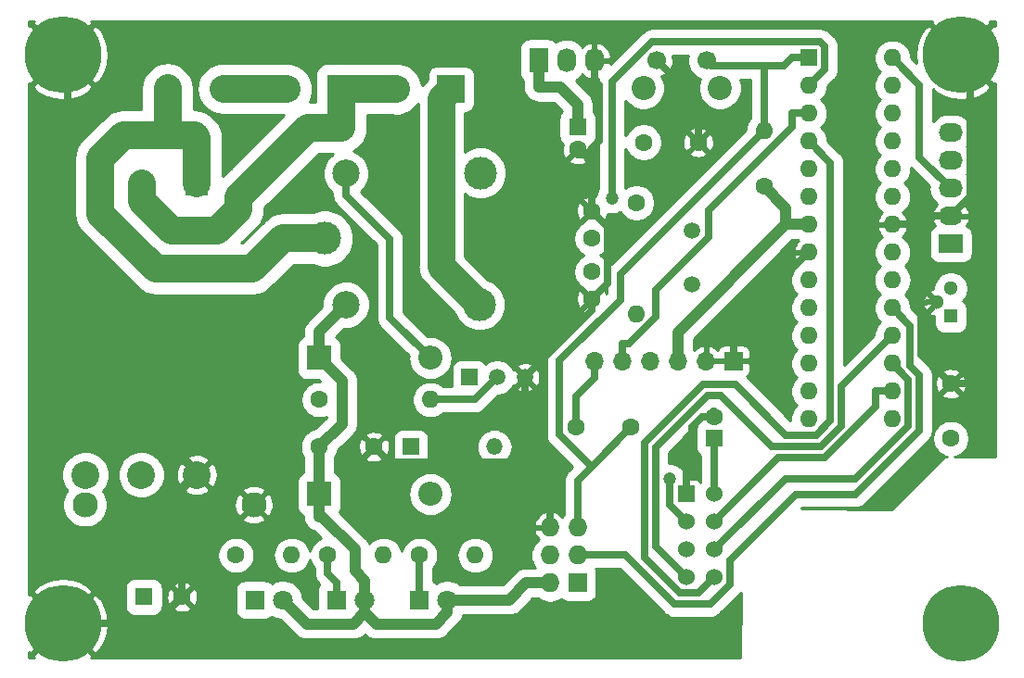
<source format=gbr>
G04 #@! TF.GenerationSoftware,KiCad,Pcbnew,(6.0.0-rc1-dev-1491-g0a4812be0)*
G04 #@! TF.CreationDate,2019-01-22T09:02:21+01:00
G04 #@! TF.ProjectId,atmega328,61746d65-6761-4333-9238-2e6b69636164,1*
G04 #@! TF.SameCoordinates,Original*
G04 #@! TF.FileFunction,Copper,L2,Bot*
G04 #@! TF.FilePolarity,Positive*
%FSLAX46Y46*%
G04 Gerber Fmt 4.6, Leading zero omitted, Abs format (unit mm)*
G04 Created by KiCad (PCBNEW (6.0.0-rc1-dev-1491-g0a4812be0)) date 2019-01-22 09:02:21*
%MOMM*%
%LPD*%
G04 APERTURE LIST*
%ADD10C,2.540000*%
%ADD11O,2.200000X1.700000*%
%ADD12R,2.200000X1.700000*%
%ADD13C,1.600000*%
%ADD14R,1.600000X1.600000*%
%ADD15O,2.200000X2.200000*%
%ADD16R,2.200000X2.200000*%
%ADD17C,0.800000*%
%ADD18C,7.000000*%
%ADD19O,1.700000X1.700000*%
%ADD20R,1.700000X1.700000*%
%ADD21C,1.500000*%
%ADD22R,1.300000X1.300000*%
%ADD23C,1.300000*%
%ADD24C,2.300000*%
%ADD25R,2.000000X2.300000*%
%ADD26R,1.500000X1.500000*%
%ADD27R,2.540000X2.540000*%
%ADD28C,1.700000*%
%ADD29C,2.200000*%
%ADD30O,1.727200X1.727200*%
%ADD31R,1.727200X1.727200*%
%ADD32O,1.600000X1.600000*%
%ADD33C,1.800000*%
%ADD34R,1.800000X1.800000*%
%ADD35O,1.700000X2.200000*%
%ADD36R,1.700000X2.200000*%
%ADD37C,3.000000*%
%ADD38C,2.500000*%
%ADD39C,2.000000*%
%ADD40O,1.500000X1.500000*%
%ADD41C,1.524000*%
%ADD42R,1.524000X1.524000*%
%ADD43C,1.200000*%
%ADD44C,0.700000*%
%ADD45C,0.508000*%
%ADD46C,1.000000*%
%ADD47C,2.500000*%
%ADD48C,0.254000*%
G04 APERTURE END LIST*
D10*
X106080000Y-107410000D03*
X111160000Y-107410000D03*
X116240000Y-80740000D03*
X116240000Y-107410000D03*
X121320000Y-80740000D03*
D11*
X185062000Y-76148000D03*
X185062000Y-78688000D03*
D12*
X185062000Y-86308000D03*
D11*
X185062000Y-83768000D03*
X185062000Y-81228000D03*
D13*
X151000000Y-77640000D03*
D14*
X151000000Y-75640000D03*
D13*
X163472000Y-102088000D03*
D14*
X163472000Y-104088000D03*
D15*
X137564000Y-109168000D03*
D16*
X127404000Y-109168000D03*
D17*
X187856155Y-119143845D03*
X186000000Y-118375000D03*
X184143845Y-119143845D03*
X183375000Y-121000000D03*
X184143845Y-122856155D03*
X186000000Y-123625000D03*
X187856155Y-122856155D03*
X188625000Y-121000000D03*
D18*
X186000000Y-121000000D03*
D17*
X105856155Y-119143845D03*
X104000000Y-118375000D03*
X102143845Y-119143845D03*
X101375000Y-121000000D03*
X102143845Y-122856155D03*
X104000000Y-123625000D03*
X105856155Y-122856155D03*
X106625000Y-121000000D03*
D18*
X104000000Y-121000000D03*
D17*
X187856155Y-67143845D03*
X186000000Y-66375000D03*
X184143845Y-67143845D03*
X183375000Y-69000000D03*
X184143845Y-70856155D03*
X186000000Y-71625000D03*
X187856155Y-70856155D03*
X188625000Y-69000000D03*
D18*
X186000000Y-69000000D03*
D17*
X105856155Y-67143845D03*
X104000000Y-66375000D03*
X102143845Y-67143845D03*
X101375000Y-69000000D03*
X102143845Y-70856155D03*
X104000000Y-71625000D03*
X105856155Y-70856155D03*
X106625000Y-69000000D03*
D18*
X104000000Y-69000000D03*
D13*
X150852000Y-103072000D03*
X155852000Y-103072000D03*
D19*
X152550000Y-97000000D03*
X155090000Y-97000000D03*
X157630000Y-97000000D03*
X160170000Y-97000000D03*
X162710000Y-97000000D03*
D20*
X165250000Y-97000000D03*
D21*
X161476000Y-85120000D03*
X161476000Y-90000000D03*
D13*
X162000000Y-77000000D03*
X157000000Y-77000000D03*
X185062000Y-99088000D03*
X185062000Y-104088000D03*
X132404000Y-104850000D03*
X127404000Y-104850000D03*
X114902000Y-118566000D03*
D14*
X111402000Y-118566000D03*
D22*
X185062000Y-92912000D03*
D23*
X185062000Y-90372000D03*
X183792000Y-91642000D03*
D24*
X106040000Y-110140000D03*
X111240000Y-80740000D03*
D25*
X116240000Y-80740000D03*
D24*
X121440000Y-110140000D03*
D26*
X141120000Y-98500000D03*
D21*
X146200000Y-98500000D03*
X143660000Y-98500000D03*
D10*
X134450000Y-72150000D03*
D27*
X139450000Y-72150000D03*
D10*
X124450000Y-72150000D03*
D27*
X129450000Y-72150000D03*
D28*
X158250000Y-69544000D03*
X162750000Y-69544000D03*
D29*
X157000000Y-72044000D03*
X164000000Y-72044000D03*
D30*
X148460000Y-112216000D03*
X151000000Y-112216000D03*
X148460000Y-114756000D03*
X151000000Y-114756000D03*
X148460000Y-117296000D03*
D31*
X151000000Y-117296000D03*
D32*
X141660000Y-114756000D03*
D13*
X136580000Y-114756000D03*
D32*
X133278000Y-114756000D03*
D13*
X128198000Y-114756000D03*
D32*
X124896000Y-114756000D03*
D13*
X119816000Y-114756000D03*
D33*
X139077000Y-118825000D03*
D34*
X136537000Y-118825000D03*
D33*
X131577000Y-118825000D03*
D34*
X129037000Y-118825000D03*
D33*
X124077000Y-118825000D03*
D34*
X121537000Y-118825000D03*
D35*
X150000000Y-69544000D03*
D36*
X147460000Y-69544000D03*
D35*
X152540000Y-69544000D03*
D37*
X127912000Y-85800000D03*
D38*
X129862000Y-79850000D03*
D37*
X142112000Y-79800000D03*
X142062000Y-91850000D03*
D38*
X129862000Y-91850000D03*
D15*
X137564000Y-96722000D03*
D16*
X127404000Y-96722000D03*
D39*
X118641000Y-72094000D03*
X113561000Y-72084000D03*
D40*
X143406000Y-104850000D03*
D26*
X135786000Y-104850000D03*
D13*
X152296000Y-83300000D03*
X152296000Y-85800000D03*
X152296000Y-91348000D03*
X152296000Y-88848000D03*
D32*
X168000000Y-75920000D03*
D13*
X168000000Y-81000000D03*
D32*
X156360000Y-92690000D03*
D13*
X156360000Y-82530000D03*
D32*
X137564000Y-100532000D03*
D13*
X127404000Y-100532000D03*
D32*
X179728000Y-69290000D03*
X172108000Y-102310000D03*
X179728000Y-71830000D03*
X172108000Y-99770000D03*
X179728000Y-74370000D03*
X172108000Y-97230000D03*
X179728000Y-76910000D03*
X172108000Y-94690000D03*
X179728000Y-79450000D03*
X172108000Y-92150000D03*
X179728000Y-81990000D03*
X172108000Y-89610000D03*
X179728000Y-84530000D03*
X172108000Y-87070000D03*
X179728000Y-87070000D03*
X172108000Y-84530000D03*
X179728000Y-89610000D03*
X172108000Y-81990000D03*
X179728000Y-92150000D03*
X172108000Y-79450000D03*
X179728000Y-94690000D03*
X172108000Y-76910000D03*
X179728000Y-97230000D03*
X172108000Y-74370000D03*
X179728000Y-99770000D03*
X172108000Y-71830000D03*
X179728000Y-102310000D03*
D14*
X172108000Y-69290000D03*
D41*
X163472000Y-116788000D03*
X160932000Y-116788000D03*
X163472000Y-114248000D03*
X160932000Y-114248000D03*
X163472000Y-111708000D03*
X160932000Y-111708000D03*
X163472000Y-109168000D03*
D42*
X160932000Y-109168000D03*
D43*
X159394700Y-107814100D03*
X154141700Y-82094500D03*
D44*
X104419400Y-71444400D02*
X105431900Y-70431900D01*
X116320000Y-107120000D02*
X104419400Y-95219400D01*
X104419400Y-95219400D02*
X104419400Y-71444400D01*
X104000000Y-71025000D02*
X104419400Y-71444400D01*
X114902000Y-118566000D02*
X114902000Y-108538000D01*
X114902000Y-108538000D02*
X116320000Y-107120000D01*
X179728000Y-84530000D02*
X181228000Y-84530000D01*
X182372000Y-84832300D02*
X181530300Y-84832300D01*
X181530300Y-84832300D02*
X181228000Y-84530000D01*
X182372000Y-84832300D02*
X182372000Y-84658000D01*
X182372000Y-84658000D02*
X183262000Y-83768000D01*
X183262000Y-83768000D02*
X185062000Y-83768000D01*
X182372000Y-91694000D02*
X182372000Y-84832300D01*
X146200000Y-98500000D02*
X152296000Y-92404000D01*
X152296000Y-92404000D02*
X152296000Y-91348000D01*
X146200000Y-98500000D02*
X146200000Y-106266800D01*
X186875800Y-71518900D02*
X186493900Y-71518900D01*
X186493900Y-71518900D02*
X186000000Y-71025000D01*
X187431900Y-70431900D02*
X187431900Y-70962800D01*
X187431900Y-70962800D02*
X186875800Y-71518900D01*
X186875800Y-71518900D02*
X186875800Y-81954200D01*
X186875800Y-81954200D02*
X185062000Y-83768000D01*
X160932000Y-109168000D02*
X160932000Y-104048300D01*
X163392300Y-101588000D02*
X163472000Y-101588000D01*
X102568100Y-70431900D02*
X101975000Y-69838800D01*
X101975000Y-69838800D02*
X101975000Y-69000000D01*
X102568100Y-122431900D02*
X101975000Y-121838800D01*
X101975000Y-121838800D02*
X101975000Y-121000000D01*
X101975000Y-69000000D02*
X102568100Y-68406900D01*
X102568100Y-68406900D02*
X102568100Y-67568100D01*
X101975000Y-121000000D02*
X102568100Y-120406900D01*
X102568100Y-120406900D02*
X102568100Y-119568100D01*
X158250000Y-69544000D02*
X162000000Y-73294000D01*
X162000000Y-73294000D02*
X162000000Y-77000000D01*
X151747600Y-78140000D02*
X151000000Y-78140000D01*
X152540000Y-71344000D02*
X152996000Y-71800000D01*
X152996000Y-71800000D02*
X152996000Y-76891600D01*
X152996000Y-76891600D02*
X151747600Y-78140000D01*
X151747600Y-78140000D02*
X152296000Y-78688400D01*
X152296000Y-78688400D02*
X152296000Y-83300000D01*
X152296000Y-91348000D02*
X153773300Y-89870700D01*
X153773300Y-89870700D02*
X153773300Y-84777300D01*
X153773300Y-84777300D02*
X152296000Y-83300000D01*
X152540000Y-69544000D02*
X152540000Y-71344000D01*
X114902000Y-118566000D02*
X112468000Y-121000000D01*
X112468000Y-121000000D02*
X106025000Y-121000000D01*
X148460000Y-112216000D02*
X148460000Y-110652400D01*
X146200000Y-106266800D02*
X146200000Y-108392400D01*
X146200000Y-108392400D02*
X148460000Y-110652400D01*
X146200000Y-106266800D02*
X133820800Y-106266800D01*
X133820800Y-106266800D02*
X132404000Y-104850000D01*
X165250000Y-97000000D02*
X165250000Y-93928000D01*
X165250000Y-93928000D02*
X172108000Y-87070000D01*
X106025000Y-121000000D02*
X105431900Y-120406900D01*
X105431900Y-120406900D02*
X105431900Y-119568100D01*
X106025000Y-121000000D02*
X105431900Y-121593100D01*
X105431900Y-121593100D02*
X105431900Y-122431900D01*
X188025000Y-69000000D02*
X187431900Y-69593100D01*
X187431900Y-69593100D02*
X187431900Y-70431900D01*
X188025000Y-69000000D02*
X187431900Y-68406900D01*
X187431900Y-68406900D02*
X187431900Y-67568100D01*
X106025000Y-69000000D02*
X105431900Y-68406900D01*
X105431900Y-68406900D02*
X105431900Y-67568100D01*
X106025000Y-69000000D02*
X105431900Y-69593100D01*
X105431900Y-69593100D02*
X105431900Y-70431900D01*
X185062000Y-99088000D02*
X184262000Y-98288000D01*
X184262000Y-98288000D02*
X184262000Y-98283000D01*
X184262000Y-98283000D02*
X182372000Y-96393000D01*
X182372000Y-96393000D02*
X182372000Y-91694000D01*
D45*
X183792000Y-91642000D02*
X182873000Y-91642000D01*
X182873000Y-91642000D02*
X182821000Y-91694000D01*
X182821000Y-91694000D02*
X182372000Y-91694000D01*
D44*
X185062000Y-99088000D02*
X188567000Y-99088000D01*
X162340630Y-102088000D02*
X161417000Y-103011630D01*
X163472000Y-102088000D02*
X162340630Y-102088000D01*
X161417000Y-103563300D02*
X160932000Y-104048300D01*
X161417000Y-103011630D02*
X161417000Y-103563300D01*
X163472000Y-109168000D02*
X163472000Y-104088000D01*
D46*
X127404000Y-96722000D02*
X129509800Y-98827800D01*
X129509800Y-98827800D02*
X129509800Y-102744200D01*
X129509800Y-102744200D02*
X127404000Y-104850000D01*
X127404000Y-96722000D02*
X127404000Y-94308000D01*
X127404000Y-94308000D02*
X129862000Y-91850000D01*
X160170000Y-97000000D02*
X160170000Y-94367700D01*
X160170000Y-94367700D02*
X170007700Y-84530000D01*
X172108000Y-84530000D02*
X170007700Y-84530000D01*
X170007700Y-84530000D02*
X170007700Y-83007700D01*
X170007700Y-83007700D02*
X168000000Y-81000000D01*
X127404000Y-109168000D02*
X127404000Y-111218300D01*
X127404000Y-111218300D02*
X127660300Y-111218300D01*
X127660300Y-111218300D02*
X130687400Y-114245400D01*
X130687400Y-114245400D02*
X130687400Y-116180900D01*
X130687400Y-116180900D02*
X131577000Y-117070500D01*
X131577000Y-117070500D02*
X131577000Y-118825000D01*
X127404000Y-109168000D02*
X127404000Y-104850000D01*
X131577000Y-119988000D02*
X130539600Y-121025400D01*
X130539600Y-121025400D02*
X126277400Y-121025400D01*
X126277400Y-121025400D02*
X124077000Y-118825000D01*
X139077000Y-118825000D02*
X144767100Y-118825000D01*
X144767100Y-118825000D02*
X146296100Y-117296000D01*
X148460000Y-117296000D02*
X146296100Y-117296000D01*
X131577000Y-119988000D02*
X132614400Y-121025400D01*
X132614400Y-121025400D02*
X138039600Y-121025400D01*
X138039600Y-121025400D02*
X139077000Y-119988000D01*
X139077000Y-119988000D02*
X139077000Y-118825000D01*
X131577000Y-119988000D02*
X131577000Y-118825000D01*
X147460000Y-69544000D02*
X147460000Y-71944300D01*
X151000000Y-75640000D02*
X151000000Y-73539700D01*
X147460000Y-71944300D02*
X149404600Y-71944300D01*
X149404600Y-71944300D02*
X151000000Y-73539700D01*
D44*
X133858000Y-93016000D02*
X137564000Y-96722000D01*
X133858000Y-85852000D02*
X133858000Y-93016000D01*
X129862000Y-81856000D02*
X133858000Y-85852000D01*
X129862000Y-79850000D02*
X129862000Y-81856000D01*
D47*
X129450000Y-72150000D02*
X129450000Y-75670300D01*
X129450000Y-72150000D02*
X134450000Y-72150000D01*
X126389700Y-75670300D02*
X121320000Y-80740000D01*
X129450000Y-75670300D02*
X126389700Y-75670300D01*
X120050001Y-83130001D02*
X118090002Y-85090000D01*
X121320000Y-80740000D02*
X120050001Y-82009999D01*
X120050001Y-82009999D02*
X120050001Y-83130001D01*
X111240000Y-82366345D02*
X111240000Y-80740000D01*
X113963655Y-85090000D02*
X111240000Y-82366345D01*
X118090002Y-85090000D02*
X113963655Y-85090000D01*
X113561000Y-72084000D02*
X113561000Y-76401600D01*
X113561000Y-76401600D02*
X116025600Y-76401600D01*
X116240000Y-76616000D02*
X116240000Y-80740000D01*
X116025600Y-76401600D02*
X116240000Y-76616000D01*
X124131000Y-85800000D02*
X127912000Y-85800000D01*
X113561000Y-76401600D02*
X109526400Y-76401600D01*
X121340990Y-88590010D02*
X124131000Y-85800000D01*
X109526400Y-76401600D02*
X107442000Y-78486000D01*
X107442000Y-78486000D02*
X107442000Y-83518105D01*
X107442000Y-83518105D02*
X112513904Y-88590010D01*
X112513904Y-88590010D02*
X121340990Y-88590010D01*
D44*
X163472000Y-114248000D02*
X169948000Y-107772000D01*
X169948000Y-107772000D02*
X176350900Y-107772000D01*
X176350900Y-107772000D02*
X181181200Y-102941700D01*
X181181200Y-102941700D02*
X181181200Y-98683200D01*
X181181200Y-98683200D02*
X179728000Y-97230000D01*
X151000000Y-114756000D02*
X155342000Y-114756000D01*
X155342000Y-114756000D02*
X159805600Y-119219600D01*
X159805600Y-119219600D02*
X163092200Y-119219600D01*
X163092200Y-119219600D02*
X164884400Y-117427400D01*
X164884400Y-117427400D02*
X164884400Y-115217700D01*
X164884400Y-115217700D02*
X170905100Y-109197000D01*
X170905100Y-109197000D02*
X176370000Y-109197000D01*
X176370000Y-109197000D02*
X182181600Y-103385400D01*
X182181600Y-103385400D02*
X182181600Y-98268900D01*
X182181600Y-98268900D02*
X181371600Y-97458900D01*
X181371600Y-97458900D02*
X181371600Y-93793600D01*
X181371600Y-93793600D02*
X179728000Y-92150000D01*
X160932000Y-116788000D02*
X158108300Y-113964300D01*
X158108300Y-113964300D02*
X158108300Y-104890000D01*
X158108300Y-104890000D02*
X162861900Y-100136400D01*
X162861900Y-100136400D02*
X164075600Y-100136400D01*
X164075600Y-100136400D02*
X168709300Y-104770100D01*
X168709300Y-104770100D02*
X173227900Y-104770100D01*
X173227900Y-104770100D02*
X175074800Y-102923200D01*
X175074800Y-102923200D02*
X175074800Y-99343200D01*
X175074800Y-99343200D02*
X179728000Y-94690000D01*
X182200000Y-78366000D02*
X185062000Y-81228000D01*
X182200000Y-71762000D02*
X182200000Y-78366000D01*
X179728000Y-69290000D02*
X182200000Y-71762000D01*
X137564000Y-100532000D02*
X141628000Y-100532000D01*
X141628000Y-100532000D02*
X143660000Y-98500000D01*
X172108000Y-76910000D02*
X174074400Y-78876400D01*
X174074400Y-78876400D02*
X174074400Y-102451800D01*
X174074400Y-102451800D02*
X172760600Y-103765600D01*
X172760600Y-103765600D02*
X170017500Y-103765600D01*
X170017500Y-103765600D02*
X165386800Y-99134900D01*
X165386800Y-99134900D02*
X162438000Y-99134900D01*
X162438000Y-99134900D02*
X157107900Y-104465000D01*
X157107900Y-104465000D02*
X157107900Y-115000500D01*
X157107900Y-115000500D02*
X160317200Y-118209800D01*
X160317200Y-118209800D02*
X162050200Y-118209800D01*
X162050200Y-118209800D02*
X163472000Y-116788000D01*
X163472000Y-111708000D02*
X169349900Y-105830100D01*
X169349900Y-105830100D02*
X173582600Y-105830100D01*
X173582600Y-105830100D02*
X178228000Y-101184700D01*
X178228000Y-101184700D02*
X178228000Y-99770000D01*
X179728000Y-99770000D02*
X178228000Y-99770000D01*
X160932000Y-111708000D02*
X159394700Y-110170700D01*
X159394700Y-110170700D02*
X159394700Y-107814100D01*
D47*
X118641000Y-72094000D02*
X124394000Y-72094000D01*
D44*
X129037000Y-118825000D02*
X129037000Y-117225000D01*
X129037000Y-117225000D02*
X128198000Y-116386000D01*
X128198000Y-116386000D02*
X128198000Y-114756000D01*
X136537000Y-118825000D02*
X136537000Y-114799000D01*
X136537000Y-114799000D02*
X136580000Y-114756000D01*
X172108000Y-69290000D02*
X170608000Y-69290000D01*
X168000000Y-70041900D02*
X163247900Y-70041900D01*
X163247900Y-70041900D02*
X162750000Y-69544000D01*
X170608000Y-69290000D02*
X169856100Y-70041900D01*
X169856100Y-70041900D02*
X168000000Y-70041900D01*
X168000000Y-70041900D02*
X168000000Y-75920000D01*
X152275300Y-106648700D02*
X151000000Y-107924000D01*
X151000000Y-107924000D02*
X151000000Y-111434200D01*
X155852000Y-103072000D02*
X152275300Y-106648700D01*
X168000000Y-75920000D02*
X154877200Y-89042800D01*
X154877200Y-89042800D02*
X154877200Y-91393900D01*
X154877200Y-91393900D02*
X149350200Y-96920900D01*
X149350200Y-96920900D02*
X149350200Y-103723700D01*
X149350200Y-103723700D02*
X152275300Y-106648700D01*
X151000000Y-112216000D02*
X151000000Y-111434200D01*
X172108000Y-71830000D02*
X173558400Y-70379600D01*
X173558400Y-70379600D02*
X173558400Y-68220700D01*
X173558400Y-68220700D02*
X173154900Y-67817200D01*
X173154900Y-67817200D02*
X157786800Y-67817200D01*
X157786800Y-67817200D02*
X154141800Y-71462200D01*
X154141800Y-71462200D02*
X154141800Y-82094500D01*
X154141800Y-82094500D02*
X154141700Y-82094500D01*
X155090000Y-97000000D02*
X155090000Y-95450000D01*
X172108000Y-74370000D02*
X170608000Y-74370000D01*
X170608000Y-74370000D02*
X170608000Y-75609500D01*
X170608000Y-75609500D02*
X162975200Y-83242300D01*
X162975200Y-83242300D02*
X162975200Y-85708700D01*
X162975200Y-85708700D02*
X158169600Y-90514300D01*
X158169600Y-90514300D02*
X158169600Y-92932300D01*
X158169600Y-92932300D02*
X155651900Y-95450000D01*
X155651900Y-95450000D02*
X155090000Y-95450000D01*
D47*
X138557000Y-73043000D02*
X139450000Y-72150000D01*
X138557000Y-88345000D02*
X138557000Y-73043000D01*
X142062000Y-91850000D02*
X138557000Y-88345000D01*
D44*
X152550000Y-97000000D02*
X152550000Y-98550000D01*
X152550000Y-98550000D02*
X150852000Y-100248000D01*
X150852000Y-100248000D02*
X150852000Y-103072000D01*
D48*
G36*
X101265450Y-66085845D02*
G01*
X104000000Y-68820395D01*
X106734550Y-66085845D01*
X106603722Y-65914000D01*
X183396278Y-65914000D01*
X183265450Y-66085845D01*
X186000000Y-68820395D01*
X188734550Y-66085845D01*
X188603722Y-65914000D01*
X189086000Y-65914000D01*
X189086000Y-66396278D01*
X188914155Y-66265450D01*
X186179605Y-69000000D01*
X188914155Y-71734550D01*
X189086000Y-71603722D01*
X189086001Y-105739000D01*
X185419389Y-105739000D01*
X185554663Y-105712092D01*
X185862041Y-105584772D01*
X186138675Y-105399932D01*
X186373932Y-105164675D01*
X186558772Y-104888041D01*
X186686092Y-104580663D01*
X186751000Y-104254352D01*
X186751000Y-103921648D01*
X186686092Y-103595337D01*
X186558772Y-103287959D01*
X186373932Y-103011325D01*
X186138675Y-102776068D01*
X185862041Y-102591228D01*
X185554663Y-102463908D01*
X185228352Y-102399000D01*
X184895648Y-102399000D01*
X184569337Y-102463908D01*
X184261959Y-102591228D01*
X183985325Y-102776068D01*
X183750068Y-103011325D01*
X183565228Y-103287959D01*
X183437908Y-103595337D01*
X183373000Y-103921648D01*
X183373000Y-104254352D01*
X183437908Y-104580663D01*
X183565228Y-104888041D01*
X183750068Y-105164675D01*
X183985325Y-105399932D01*
X184261959Y-105584772D01*
X184569337Y-105712092D01*
X184704611Y-105739000D01*
X184554000Y-105739000D01*
X184529224Y-105741440D01*
X184505399Y-105748667D01*
X184483443Y-105760403D01*
X184464197Y-105776197D01*
X179676159Y-110564235D01*
X171409877Y-110444434D01*
X171418311Y-110436000D01*
X176309141Y-110436000D01*
X176370000Y-110441994D01*
X176449399Y-110434174D01*
X176612886Y-110418072D01*
X176846439Y-110347224D01*
X177061682Y-110232175D01*
X177250344Y-110077344D01*
X177289144Y-110030066D01*
X183014672Y-104304539D01*
X183061944Y-104265744D01*
X183216775Y-104077082D01*
X183331824Y-103861839D01*
X183402672Y-103628286D01*
X183420600Y-103446259D01*
X183420600Y-103446258D01*
X183426594Y-103385400D01*
X183420600Y-103324541D01*
X183420600Y-100080702D01*
X184248903Y-100080702D01*
X184320486Y-100324671D01*
X184575996Y-100445571D01*
X184850184Y-100514300D01*
X185132512Y-100528217D01*
X185412130Y-100486787D01*
X185678292Y-100391603D01*
X185803514Y-100324671D01*
X185875097Y-100080702D01*
X185062000Y-99267605D01*
X184248903Y-100080702D01*
X183420600Y-100080702D01*
X183420600Y-99158512D01*
X183621783Y-99158512D01*
X183663213Y-99438130D01*
X183758397Y-99704292D01*
X183825329Y-99829514D01*
X184069298Y-99901097D01*
X184882395Y-99088000D01*
X185241605Y-99088000D01*
X186054702Y-99901097D01*
X186298671Y-99829514D01*
X186419571Y-99574004D01*
X186488300Y-99299816D01*
X186502217Y-99017488D01*
X186460787Y-98737870D01*
X186365603Y-98471708D01*
X186298671Y-98346486D01*
X186054702Y-98274903D01*
X185241605Y-99088000D01*
X184882395Y-99088000D01*
X184069298Y-98274903D01*
X183825329Y-98346486D01*
X183704429Y-98601996D01*
X183635700Y-98876184D01*
X183621783Y-99158512D01*
X183420600Y-99158512D01*
X183420600Y-98329759D01*
X183426594Y-98268900D01*
X183409496Y-98095298D01*
X184248903Y-98095298D01*
X185062000Y-98908395D01*
X185875097Y-98095298D01*
X185803514Y-97851329D01*
X185548004Y-97730429D01*
X185273816Y-97661700D01*
X184991488Y-97647783D01*
X184711870Y-97689213D01*
X184445708Y-97784397D01*
X184320486Y-97851329D01*
X184248903Y-98095298D01*
X183409496Y-98095298D01*
X183402672Y-98026013D01*
X183351802Y-97858318D01*
X183331824Y-97792461D01*
X183216775Y-97577218D01*
X183061944Y-97388556D01*
X183014666Y-97349756D01*
X182610600Y-96945690D01*
X182610600Y-93854458D01*
X182616594Y-93793599D01*
X182592672Y-93550713D01*
X182521824Y-93317161D01*
X182501348Y-93278853D01*
X182406775Y-93101918D01*
X182251944Y-92913256D01*
X182204666Y-92874456D01*
X181419159Y-92088949D01*
X181392561Y-91818898D01*
X181362092Y-91718455D01*
X182503048Y-91718455D01*
X182542730Y-91968449D01*
X182630422Y-92205896D01*
X182677799Y-92294534D01*
X182906473Y-92347922D01*
X183612395Y-91642000D01*
X182906473Y-90936078D01*
X182677799Y-90989466D01*
X182571905Y-91219374D01*
X182512898Y-91465524D01*
X182503048Y-91718455D01*
X181362092Y-91718455D01*
X181295982Y-91500520D01*
X181139147Y-91207102D01*
X180928082Y-90949918D01*
X180872836Y-90904579D01*
X180955082Y-90837082D01*
X181021236Y-90756473D01*
X183086078Y-90756473D01*
X183792000Y-91462395D01*
X183806143Y-91448253D01*
X183894524Y-91536634D01*
X183780341Y-91630341D01*
X183669247Y-91765709D01*
X183586697Y-91920149D01*
X183540212Y-92073393D01*
X183086078Y-92527527D01*
X183139466Y-92756201D01*
X183369374Y-92862095D01*
X183518699Y-92897891D01*
X183518699Y-93562000D01*
X183535864Y-93736274D01*
X183586697Y-93903851D01*
X183669247Y-94058291D01*
X183780341Y-94193659D01*
X183915709Y-94304753D01*
X184070149Y-94387303D01*
X184237726Y-94438136D01*
X184412000Y-94455301D01*
X185712000Y-94455301D01*
X185886274Y-94438136D01*
X186053851Y-94387303D01*
X186208291Y-94304753D01*
X186343659Y-94193659D01*
X186454753Y-94058291D01*
X186537303Y-93903851D01*
X186588136Y-93736274D01*
X186605301Y-93562000D01*
X186605301Y-92262000D01*
X186588136Y-92087726D01*
X186537303Y-91920149D01*
X186454753Y-91765709D01*
X186343659Y-91630341D01*
X186208291Y-91519247D01*
X186167025Y-91497190D01*
X186286936Y-91377279D01*
X186459519Y-91118989D01*
X186578396Y-90831994D01*
X186639000Y-90527321D01*
X186639000Y-90216679D01*
X186578396Y-89912006D01*
X186459519Y-89625011D01*
X186286936Y-89366721D01*
X186067279Y-89147064D01*
X185808989Y-88974481D01*
X185521994Y-88855604D01*
X185217321Y-88795000D01*
X184906679Y-88795000D01*
X184602006Y-88855604D01*
X184315011Y-88974481D01*
X184056721Y-89147064D01*
X183837064Y-89366721D01*
X183664481Y-89625011D01*
X183545604Y-89912006D01*
X183485000Y-90216679D01*
X183485000Y-90389643D01*
X183465551Y-90392730D01*
X183228104Y-90480422D01*
X183139466Y-90527799D01*
X183086078Y-90756473D01*
X181021236Y-90756473D01*
X181170896Y-90574112D01*
X181331260Y-90274092D01*
X181430012Y-89948551D01*
X181463356Y-89610000D01*
X181430012Y-89271449D01*
X181331260Y-88945908D01*
X181170896Y-88645888D01*
X180955082Y-88382918D01*
X180872836Y-88315421D01*
X180928082Y-88270082D01*
X181139147Y-88012898D01*
X181295982Y-87719480D01*
X181392561Y-87401102D01*
X181425172Y-87070000D01*
X181392561Y-86738898D01*
X181295982Y-86420520D01*
X181139147Y-86127102D01*
X180928082Y-85869918D01*
X180670898Y-85658853D01*
X180632005Y-85638065D01*
X180791519Y-85493414D01*
X180817769Y-85458000D01*
X183068699Y-85458000D01*
X183068699Y-87158000D01*
X183085864Y-87332274D01*
X183136697Y-87499851D01*
X183219247Y-87654291D01*
X183330341Y-87789659D01*
X183465709Y-87900753D01*
X183620149Y-87983303D01*
X183787726Y-88034136D01*
X183962000Y-88051301D01*
X186162000Y-88051301D01*
X186336274Y-88034136D01*
X186503851Y-87983303D01*
X186658291Y-87900753D01*
X186793659Y-87789659D01*
X186904753Y-87654291D01*
X186987303Y-87499851D01*
X187038136Y-87332274D01*
X187055301Y-87158000D01*
X187055301Y-85458000D01*
X187038136Y-85283726D01*
X186987303Y-85116149D01*
X186904753Y-84961709D01*
X186793659Y-84826341D01*
X186658291Y-84715247D01*
X186517887Y-84640200D01*
X186613862Y-84503608D01*
X186732357Y-84235493D01*
X186753476Y-84124890D01*
X186632155Y-83895000D01*
X185189000Y-83895000D01*
X185189000Y-83915000D01*
X184935000Y-83915000D01*
X184935000Y-83895000D01*
X183491845Y-83895000D01*
X183370524Y-84124890D01*
X183391643Y-84235493D01*
X183510138Y-84503608D01*
X183606113Y-84640200D01*
X183465709Y-84715247D01*
X183330341Y-84826341D01*
X183219247Y-84961709D01*
X183136697Y-85116149D01*
X183085864Y-85283726D01*
X183068699Y-85458000D01*
X180817769Y-85458000D01*
X180959037Y-85267420D01*
X181079246Y-85013087D01*
X181119904Y-84879039D01*
X180997915Y-84657000D01*
X179855000Y-84657000D01*
X179855000Y-84677000D01*
X179601000Y-84677000D01*
X179601000Y-84657000D01*
X178458085Y-84657000D01*
X178336096Y-84879039D01*
X178376754Y-85013087D01*
X178496963Y-85267420D01*
X178664481Y-85493414D01*
X178823995Y-85638065D01*
X178785102Y-85658853D01*
X178527918Y-85869918D01*
X178316853Y-86127102D01*
X178160018Y-86420520D01*
X178063439Y-86738898D01*
X178030828Y-87070000D01*
X178063439Y-87401102D01*
X178160018Y-87719480D01*
X178316853Y-88012898D01*
X178527918Y-88270082D01*
X178583164Y-88315421D01*
X178500918Y-88382918D01*
X178285104Y-88645888D01*
X178124740Y-88945908D01*
X178025988Y-89271449D01*
X177992644Y-89610000D01*
X178025988Y-89948551D01*
X178124740Y-90274092D01*
X178285104Y-90574112D01*
X178500918Y-90837082D01*
X178583164Y-90904579D01*
X178527918Y-90949918D01*
X178316853Y-91207102D01*
X178160018Y-91500520D01*
X178063439Y-91818898D01*
X178030828Y-92150000D01*
X178063439Y-92481102D01*
X178160018Y-92799480D01*
X178316853Y-93092898D01*
X178527918Y-93350082D01*
X178613114Y-93420000D01*
X178527918Y-93489918D01*
X178316853Y-93747102D01*
X178160018Y-94040520D01*
X178063439Y-94358898D01*
X178036841Y-94628948D01*
X175313400Y-97352390D01*
X175313400Y-78937259D01*
X175319394Y-78876400D01*
X175304680Y-78727000D01*
X175295472Y-78633514D01*
X175224624Y-78399961D01*
X175109575Y-78184718D01*
X174954744Y-77996056D01*
X174907472Y-77957261D01*
X173799159Y-76848948D01*
X173772561Y-76578898D01*
X173675982Y-76260520D01*
X173519147Y-75967102D01*
X173308082Y-75709918D01*
X173222886Y-75640000D01*
X173308082Y-75570082D01*
X173519147Y-75312898D01*
X173675982Y-75019480D01*
X173772561Y-74701102D01*
X173805172Y-74370000D01*
X173772561Y-74038898D01*
X173675982Y-73720520D01*
X173519147Y-73427102D01*
X173308082Y-73169918D01*
X173222886Y-73100000D01*
X173308082Y-73030082D01*
X173519147Y-72772898D01*
X173675982Y-72479480D01*
X173772561Y-72161102D01*
X173799159Y-71891051D01*
X174391467Y-71298743D01*
X174438744Y-71259944D01*
X174593575Y-71071282D01*
X174708624Y-70856039D01*
X174745771Y-70733582D01*
X174779472Y-70622487D01*
X174803394Y-70379601D01*
X174797400Y-70318742D01*
X174797400Y-69290000D01*
X178030828Y-69290000D01*
X178063439Y-69621102D01*
X178160018Y-69939480D01*
X178316853Y-70232898D01*
X178527918Y-70490082D01*
X178613114Y-70560000D01*
X178527918Y-70629918D01*
X178316853Y-70887102D01*
X178160018Y-71180520D01*
X178063439Y-71498898D01*
X178030828Y-71830000D01*
X178063439Y-72161102D01*
X178160018Y-72479480D01*
X178316853Y-72772898D01*
X178527918Y-73030082D01*
X178613114Y-73100000D01*
X178527918Y-73169918D01*
X178316853Y-73427102D01*
X178160018Y-73720520D01*
X178063439Y-74038898D01*
X178030828Y-74370000D01*
X178063439Y-74701102D01*
X178160018Y-75019480D01*
X178316853Y-75312898D01*
X178527918Y-75570082D01*
X178613114Y-75640000D01*
X178527918Y-75709918D01*
X178316853Y-75967102D01*
X178160018Y-76260520D01*
X178063439Y-76578898D01*
X178030828Y-76910000D01*
X178063439Y-77241102D01*
X178160018Y-77559480D01*
X178316853Y-77852898D01*
X178527918Y-78110082D01*
X178613114Y-78180000D01*
X178527918Y-78249918D01*
X178316853Y-78507102D01*
X178160018Y-78800520D01*
X178063439Y-79118898D01*
X178030828Y-79450000D01*
X178063439Y-79781102D01*
X178160018Y-80099480D01*
X178316853Y-80392898D01*
X178527918Y-80650082D01*
X178613114Y-80720000D01*
X178527918Y-80789918D01*
X178316853Y-81047102D01*
X178160018Y-81340520D01*
X178063439Y-81658898D01*
X178030828Y-81990000D01*
X178063439Y-82321102D01*
X178160018Y-82639480D01*
X178316853Y-82932898D01*
X178527918Y-83190082D01*
X178785102Y-83401147D01*
X178823995Y-83421935D01*
X178664481Y-83566586D01*
X178496963Y-83792580D01*
X178376754Y-84046913D01*
X178336096Y-84180961D01*
X178458085Y-84403000D01*
X179601000Y-84403000D01*
X179601000Y-84383000D01*
X179855000Y-84383000D01*
X179855000Y-84403000D01*
X180997915Y-84403000D01*
X181119904Y-84180961D01*
X181079246Y-84046913D01*
X180959037Y-83792580D01*
X180791519Y-83566586D01*
X180632005Y-83421935D01*
X180670898Y-83401147D01*
X180928082Y-83190082D01*
X181139147Y-82932898D01*
X181295982Y-82639480D01*
X181392561Y-82321102D01*
X181425172Y-81990000D01*
X181392561Y-81658898D01*
X181295982Y-81340520D01*
X181139147Y-81047102D01*
X180928082Y-80789918D01*
X180842886Y-80720000D01*
X180928082Y-80650082D01*
X181139147Y-80392898D01*
X181295982Y-80099480D01*
X181392561Y-79781102D01*
X181425172Y-79450000D01*
X181413524Y-79331734D01*
X183086571Y-81004781D01*
X183064586Y-81228000D01*
X183098162Y-81568904D01*
X183197600Y-81896706D01*
X183359078Y-82198811D01*
X183576392Y-82463608D01*
X183816706Y-82660829D01*
X183678663Y-82792546D01*
X183510138Y-83032392D01*
X183391643Y-83300507D01*
X183370524Y-83411110D01*
X183491845Y-83641000D01*
X184935000Y-83641000D01*
X184935000Y-83621000D01*
X185189000Y-83621000D01*
X185189000Y-83641000D01*
X186632155Y-83641000D01*
X186753476Y-83411110D01*
X186732357Y-83300507D01*
X186613862Y-83032392D01*
X186445337Y-82792546D01*
X186307294Y-82660829D01*
X186547608Y-82463608D01*
X186764922Y-82198811D01*
X186926400Y-81896706D01*
X187025838Y-81568904D01*
X187059414Y-81228000D01*
X187025838Y-80887096D01*
X186926400Y-80559294D01*
X186764922Y-80257189D01*
X186547608Y-79992392D01*
X186505701Y-79958000D01*
X186547608Y-79923608D01*
X186764922Y-79658811D01*
X186926400Y-79356706D01*
X187025838Y-79028904D01*
X187059414Y-78688000D01*
X187025838Y-78347096D01*
X186926400Y-78019294D01*
X186764922Y-77717189D01*
X186547608Y-77452392D01*
X186505701Y-77418000D01*
X186547608Y-77383608D01*
X186764922Y-77118811D01*
X186926400Y-76816706D01*
X187025838Y-76488904D01*
X187059414Y-76148000D01*
X187025838Y-75807096D01*
X186926400Y-75479294D01*
X186764922Y-75177189D01*
X186547608Y-74912392D01*
X186282811Y-74695078D01*
X185980706Y-74533600D01*
X185652904Y-74434162D01*
X185397429Y-74409000D01*
X184726571Y-74409000D01*
X184471096Y-74434162D01*
X184143294Y-74533600D01*
X183841189Y-74695078D01*
X183576392Y-74912392D01*
X183439000Y-75079804D01*
X183439000Y-72142116D01*
X183661634Y-72434550D01*
X184376612Y-72824748D01*
X185153976Y-73067964D01*
X185963853Y-73154851D01*
X186775118Y-73082069D01*
X187556597Y-72852415D01*
X188278256Y-72474715D01*
X188338366Y-72434550D01*
X188734550Y-71914155D01*
X186000000Y-69179605D01*
X185985858Y-69193748D01*
X185806253Y-69014143D01*
X185820395Y-69000000D01*
X183085845Y-66265450D01*
X182565450Y-66661634D01*
X182175252Y-67376612D01*
X181932036Y-68153976D01*
X181845149Y-68963853D01*
X181913260Y-69723049D01*
X181419159Y-69228949D01*
X181392561Y-68958898D01*
X181295982Y-68640520D01*
X181139147Y-68347102D01*
X180928082Y-68089918D01*
X180670898Y-67878853D01*
X180377480Y-67722018D01*
X180059102Y-67625439D01*
X179810971Y-67601000D01*
X179645029Y-67601000D01*
X179396898Y-67625439D01*
X179078520Y-67722018D01*
X178785102Y-67878853D01*
X178527918Y-68089918D01*
X178316853Y-68347102D01*
X178160018Y-68640520D01*
X178063439Y-68958898D01*
X178030828Y-69290000D01*
X174797400Y-69290000D01*
X174797400Y-68281558D01*
X174803394Y-68220699D01*
X174779472Y-67977813D01*
X174727049Y-67805000D01*
X174708624Y-67744261D01*
X174593575Y-67529018D01*
X174438744Y-67340356D01*
X174391461Y-67301552D01*
X174074045Y-66984135D01*
X174035244Y-66936856D01*
X173846582Y-66782025D01*
X173631339Y-66666976D01*
X173397786Y-66596128D01*
X173215759Y-66578200D01*
X173154900Y-66572206D01*
X173094041Y-66578200D01*
X157847655Y-66578200D01*
X157786799Y-66572206D01*
X157725943Y-66578200D01*
X157725941Y-66578200D01*
X157543914Y-66596128D01*
X157310361Y-66666976D01*
X157095118Y-66782025D01*
X156906456Y-66936856D01*
X156867656Y-66984134D01*
X153996728Y-69855062D01*
X153871496Y-69671000D01*
X152667000Y-69671000D01*
X152667000Y-71114155D01*
X152896890Y-71235476D01*
X152919563Y-71231147D01*
X152896806Y-71462200D01*
X152902800Y-71523059D01*
X152902801Y-81268514D01*
X152822165Y-81389194D01*
X152709921Y-81660175D01*
X152659867Y-81911814D01*
X152507816Y-81873700D01*
X152225488Y-81859783D01*
X151945870Y-81901213D01*
X151679708Y-81996397D01*
X151554486Y-82063329D01*
X151482903Y-82307298D01*
X152296000Y-83120395D01*
X152310143Y-83106253D01*
X152489748Y-83285858D01*
X152475605Y-83300000D01*
X153288702Y-84113097D01*
X153532671Y-84041514D01*
X153653571Y-83786004D01*
X153718138Y-83528420D01*
X153995046Y-83583500D01*
X154288354Y-83583500D01*
X154576025Y-83526279D01*
X154847006Y-83414035D01*
X154897021Y-83380616D01*
X155048068Y-83606675D01*
X155283325Y-83841932D01*
X155559959Y-84026772D01*
X155867337Y-84154092D01*
X156193648Y-84219000D01*
X156526352Y-84219000D01*
X156852663Y-84154092D01*
X157160041Y-84026772D01*
X157436675Y-83841932D01*
X157671932Y-83606675D01*
X157856772Y-83330041D01*
X157984092Y-83022663D01*
X158049000Y-82696352D01*
X158049000Y-82363648D01*
X157984092Y-82037337D01*
X157856772Y-81729959D01*
X157671932Y-81453325D01*
X157436675Y-81218068D01*
X157160041Y-81033228D01*
X156852663Y-80905908D01*
X156526352Y-80841000D01*
X156193648Y-80841000D01*
X155867337Y-80905908D01*
X155559959Y-81033228D01*
X155380800Y-81152938D01*
X155380800Y-77603773D01*
X155469553Y-77818041D01*
X155658552Y-78100898D01*
X155899102Y-78341448D01*
X156181959Y-78530447D01*
X156496253Y-78660632D01*
X156829905Y-78727000D01*
X157170095Y-78727000D01*
X157503747Y-78660632D01*
X157818041Y-78530447D01*
X158100898Y-78341448D01*
X158341448Y-78100898D01*
X158413742Y-77992702D01*
X161186903Y-77992702D01*
X161258486Y-78236671D01*
X161513996Y-78357571D01*
X161788184Y-78426300D01*
X162070512Y-78440217D01*
X162350130Y-78398787D01*
X162616292Y-78303603D01*
X162741514Y-78236671D01*
X162813097Y-77992702D01*
X162000000Y-77179605D01*
X161186903Y-77992702D01*
X158413742Y-77992702D01*
X158530447Y-77818041D01*
X158660632Y-77503747D01*
X158727000Y-77170095D01*
X158727000Y-77070512D01*
X160559783Y-77070512D01*
X160601213Y-77350130D01*
X160696397Y-77616292D01*
X160763329Y-77741514D01*
X161007298Y-77813097D01*
X161820395Y-77000000D01*
X162179605Y-77000000D01*
X162992702Y-77813097D01*
X163236671Y-77741514D01*
X163357571Y-77486004D01*
X163426300Y-77211816D01*
X163440217Y-76929488D01*
X163398787Y-76649870D01*
X163303603Y-76383708D01*
X163236671Y-76258486D01*
X162992702Y-76186903D01*
X162179605Y-77000000D01*
X161820395Y-77000000D01*
X161007298Y-76186903D01*
X160763329Y-76258486D01*
X160642429Y-76513996D01*
X160573700Y-76788184D01*
X160559783Y-77070512D01*
X158727000Y-77070512D01*
X158727000Y-76829905D01*
X158660632Y-76496253D01*
X158530447Y-76181959D01*
X158413743Y-76007298D01*
X161186903Y-76007298D01*
X162000000Y-76820395D01*
X162813097Y-76007298D01*
X162741514Y-75763329D01*
X162486004Y-75642429D01*
X162211816Y-75573700D01*
X161929488Y-75559783D01*
X161649870Y-75601213D01*
X161383708Y-75696397D01*
X161258486Y-75763329D01*
X161186903Y-76007298D01*
X158413743Y-76007298D01*
X158341448Y-75899102D01*
X158100898Y-75658552D01*
X157818041Y-75469553D01*
X157503747Y-75339368D01*
X157170095Y-75273000D01*
X156829905Y-75273000D01*
X156496253Y-75339368D01*
X156181959Y-75469553D01*
X155899102Y-75658552D01*
X155658552Y-75899102D01*
X155469553Y-76181959D01*
X155380800Y-76396227D01*
X155380800Y-73200802D01*
X155455043Y-73311914D01*
X155732086Y-73588957D01*
X156057855Y-73806629D01*
X156419830Y-73956564D01*
X156804101Y-74033000D01*
X157195899Y-74033000D01*
X157580170Y-73956564D01*
X157942145Y-73806629D01*
X158267914Y-73588957D01*
X158544957Y-73311914D01*
X158762629Y-72986145D01*
X158912564Y-72624170D01*
X158989000Y-72239899D01*
X158989000Y-71848101D01*
X158912564Y-71463830D01*
X158762629Y-71101855D01*
X158674007Y-70969222D01*
X158883747Y-70894919D01*
X159021157Y-70821472D01*
X159098792Y-70572397D01*
X158250000Y-69723605D01*
X158235858Y-69737748D01*
X158056253Y-69558143D01*
X158070395Y-69544000D01*
X158056253Y-69529858D01*
X158235858Y-69350253D01*
X158250000Y-69364395D01*
X158264143Y-69350253D01*
X158443748Y-69529858D01*
X158429605Y-69544000D01*
X159278397Y-70392792D01*
X159527472Y-70315157D01*
X159653371Y-70051117D01*
X159725339Y-69767589D01*
X159740611Y-69475469D01*
X159698599Y-69185981D01*
X159652623Y-69056200D01*
X161073961Y-69056200D01*
X161011000Y-69372723D01*
X161011000Y-69715277D01*
X161077829Y-70051248D01*
X161208918Y-70367725D01*
X161399231Y-70652548D01*
X161641452Y-70894769D01*
X161926275Y-71085082D01*
X162197742Y-71197527D01*
X162087436Y-71463830D01*
X162011000Y-71848101D01*
X162011000Y-72239899D01*
X162087436Y-72624170D01*
X162237371Y-72986145D01*
X162455043Y-73311914D01*
X162732086Y-73588957D01*
X163057855Y-73806629D01*
X163419830Y-73956564D01*
X163804101Y-74033000D01*
X164195899Y-74033000D01*
X164580170Y-73956564D01*
X164942145Y-73806629D01*
X165267914Y-73588957D01*
X165544957Y-73311914D01*
X165762629Y-72986145D01*
X165912564Y-72624170D01*
X165989000Y-72239899D01*
X165989000Y-71848101D01*
X165912564Y-71463830D01*
X165836792Y-71280900D01*
X166761000Y-71280900D01*
X166761001Y-74767339D01*
X166588853Y-74977102D01*
X166432018Y-75270520D01*
X166335439Y-75588898D01*
X166308841Y-75858948D01*
X154044134Y-88123656D01*
X153996856Y-88162456D01*
X153892745Y-88289316D01*
X153792772Y-88047959D01*
X153607932Y-87771325D01*
X153372675Y-87536068D01*
X153096041Y-87351228D01*
X153030307Y-87324000D01*
X153096041Y-87296772D01*
X153372675Y-87111932D01*
X153607932Y-86876675D01*
X153792772Y-86600041D01*
X153920092Y-86292663D01*
X153985000Y-85966352D01*
X153985000Y-85633648D01*
X153920092Y-85307337D01*
X153792772Y-84999959D01*
X153607932Y-84723325D01*
X153372675Y-84488068D01*
X153104375Y-84308796D01*
X153109097Y-84292702D01*
X152296000Y-83479605D01*
X151482903Y-84292702D01*
X151487625Y-84308796D01*
X151219325Y-84488068D01*
X150984068Y-84723325D01*
X150799228Y-84999959D01*
X150671908Y-85307337D01*
X150607000Y-85633648D01*
X150607000Y-85966352D01*
X150671908Y-86292663D01*
X150799228Y-86600041D01*
X150984068Y-86876675D01*
X151219325Y-87111932D01*
X151495959Y-87296772D01*
X151561693Y-87324000D01*
X151495959Y-87351228D01*
X151219325Y-87536068D01*
X150984068Y-87771325D01*
X150799228Y-88047959D01*
X150671908Y-88355337D01*
X150607000Y-88681648D01*
X150607000Y-89014352D01*
X150671908Y-89340663D01*
X150799228Y-89648041D01*
X150984068Y-89924675D01*
X151219325Y-90159932D01*
X151487625Y-90339204D01*
X151482903Y-90355298D01*
X152296000Y-91168395D01*
X153109097Y-90355298D01*
X153104375Y-90339204D01*
X153372675Y-90159932D01*
X153607932Y-89924675D01*
X153638200Y-89879375D01*
X153638201Y-90839638D01*
X153599603Y-90731708D01*
X153532671Y-90606486D01*
X153288702Y-90534903D01*
X152475605Y-91348000D01*
X152489748Y-91362143D01*
X152310143Y-91541748D01*
X152296000Y-91527605D01*
X151482903Y-92340702D01*
X151554486Y-92584671D01*
X151809996Y-92705571D01*
X151812653Y-92706237D01*
X148517134Y-96001756D01*
X148469856Y-96040556D01*
X148315025Y-96229219D01*
X148199976Y-96444462D01*
X148175981Y-96523562D01*
X148129128Y-96678014D01*
X148105206Y-96920900D01*
X148111200Y-96981759D01*
X148111201Y-103662842D01*
X148105206Y-103723721D01*
X148123070Y-103905072D01*
X148129129Y-103966586D01*
X148129130Y-103966591D01*
X148129132Y-103966607D01*
X148171776Y-104107175D01*
X148199977Y-104200139D01*
X148199981Y-104200146D01*
X148199984Y-104200157D01*
X148249650Y-104293072D01*
X148315026Y-104415382D01*
X148315034Y-104415392D01*
X148315038Y-104415399D01*
X148349412Y-104457282D01*
X148469857Y-104604044D01*
X148517140Y-104642848D01*
X150523074Y-106648715D01*
X150166934Y-107004856D01*
X150119656Y-107043656D01*
X149964825Y-107232319D01*
X149849776Y-107447562D01*
X149828712Y-107517000D01*
X149778928Y-107681114D01*
X149755006Y-107924000D01*
X149761000Y-107984859D01*
X149761001Y-110965580D01*
X149754728Y-110970728D01*
X149563996Y-111203135D01*
X149348488Y-111009183D01*
X149095978Y-110859036D01*
X148819027Y-110761037D01*
X148587000Y-110881536D01*
X148587000Y-112089000D01*
X148607000Y-112089000D01*
X148607000Y-112343000D01*
X148587000Y-112343000D01*
X148587000Y-112363000D01*
X148333000Y-112363000D01*
X148333000Y-112343000D01*
X147126183Y-112343000D01*
X147005042Y-112575026D01*
X147050778Y-112725814D01*
X147177316Y-112990944D01*
X147353146Y-113226293D01*
X147452433Y-113315649D01*
X147214728Y-113510728D01*
X146995715Y-113777596D01*
X146832974Y-114082064D01*
X146732759Y-114412430D01*
X146698920Y-114756000D01*
X146732759Y-115099570D01*
X146832974Y-115429936D01*
X146995715Y-115734404D01*
X147106175Y-115869000D01*
X146366190Y-115869000D01*
X146296100Y-115862097D01*
X146226010Y-115869000D01*
X146226002Y-115869000D01*
X146040574Y-115887263D01*
X146016358Y-115889648D01*
X145978412Y-115901159D01*
X145747369Y-115971245D01*
X145553676Y-116074776D01*
X145499466Y-116103752D01*
X145336625Y-116237392D01*
X145336622Y-116237395D01*
X145282177Y-116282077D01*
X145237495Y-116336522D01*
X144176018Y-117398000D01*
X140229858Y-117398000D01*
X139942409Y-117205934D01*
X139609916Y-117068211D01*
X139256944Y-116998000D01*
X138897056Y-116998000D01*
X138544084Y-117068211D01*
X138211591Y-117205934D01*
X138072950Y-117298570D01*
X138068659Y-117293341D01*
X137933291Y-117182247D01*
X137778851Y-117099697D01*
X137776000Y-117098832D01*
X137776000Y-115948607D01*
X137891932Y-115832675D01*
X138076772Y-115556041D01*
X138204092Y-115248663D01*
X138269000Y-114922352D01*
X138269000Y-114756000D01*
X139962828Y-114756000D01*
X139995439Y-115087102D01*
X140092018Y-115405480D01*
X140248853Y-115698898D01*
X140459918Y-115956082D01*
X140717102Y-116167147D01*
X141010520Y-116323982D01*
X141328898Y-116420561D01*
X141577029Y-116445000D01*
X141742971Y-116445000D01*
X141991102Y-116420561D01*
X142309480Y-116323982D01*
X142602898Y-116167147D01*
X142860082Y-115956082D01*
X143071147Y-115698898D01*
X143227982Y-115405480D01*
X143324561Y-115087102D01*
X143357172Y-114756000D01*
X143324561Y-114424898D01*
X143227982Y-114106520D01*
X143071147Y-113813102D01*
X142860082Y-113555918D01*
X142602898Y-113344853D01*
X142309480Y-113188018D01*
X141991102Y-113091439D01*
X141742971Y-113067000D01*
X141577029Y-113067000D01*
X141328898Y-113091439D01*
X141010520Y-113188018D01*
X140717102Y-113344853D01*
X140459918Y-113555918D01*
X140248853Y-113813102D01*
X140092018Y-114106520D01*
X139995439Y-114424898D01*
X139962828Y-114756000D01*
X138269000Y-114756000D01*
X138269000Y-114589648D01*
X138204092Y-114263337D01*
X138076772Y-113955959D01*
X137891932Y-113679325D01*
X137656675Y-113444068D01*
X137380041Y-113259228D01*
X137072663Y-113131908D01*
X136746352Y-113067000D01*
X136413648Y-113067000D01*
X136087337Y-113131908D01*
X135779959Y-113259228D01*
X135503325Y-113444068D01*
X135268068Y-113679325D01*
X135083228Y-113955959D01*
X134955908Y-114263337D01*
X134931213Y-114387488D01*
X134845982Y-114106520D01*
X134689147Y-113813102D01*
X134478082Y-113555918D01*
X134220898Y-113344853D01*
X133927480Y-113188018D01*
X133609102Y-113091439D01*
X133360971Y-113067000D01*
X133195029Y-113067000D01*
X132946898Y-113091439D01*
X132628520Y-113188018D01*
X132335102Y-113344853D01*
X132077918Y-113555918D01*
X131992533Y-113659960D01*
X131879648Y-113448766D01*
X131858352Y-113422817D01*
X131746008Y-113285925D01*
X131746001Y-113285918D01*
X131701322Y-113231477D01*
X131646882Y-113186799D01*
X130317057Y-111856974D01*
X147005042Y-111856974D01*
X147126183Y-112089000D01*
X148333000Y-112089000D01*
X148333000Y-110881536D01*
X148100973Y-110761037D01*
X147824022Y-110859036D01*
X147571512Y-111009183D01*
X147353146Y-111205707D01*
X147177316Y-111441056D01*
X147050778Y-111706186D01*
X147005042Y-111856974D01*
X130317057Y-111856974D01*
X129263665Y-110803583D01*
X129278501Y-110785505D01*
X129364580Y-110624464D01*
X129417587Y-110449724D01*
X129435485Y-110268000D01*
X129435485Y-109168000D01*
X135565377Y-109168000D01*
X135603780Y-109557912D01*
X135717513Y-109932840D01*
X135902206Y-110278375D01*
X136150760Y-110581240D01*
X136453625Y-110829794D01*
X136799160Y-111014487D01*
X137174088Y-111128220D01*
X137466296Y-111157000D01*
X137661704Y-111157000D01*
X137953912Y-111128220D01*
X138328840Y-111014487D01*
X138674375Y-110829794D01*
X138977240Y-110581240D01*
X139225794Y-110278375D01*
X139410487Y-109932840D01*
X139524220Y-109557912D01*
X139562623Y-109168000D01*
X139524220Y-108778088D01*
X139410487Y-108403160D01*
X139225794Y-108057625D01*
X138977240Y-107754760D01*
X138674375Y-107506206D01*
X138328840Y-107321513D01*
X137953912Y-107207780D01*
X137661704Y-107179000D01*
X137466296Y-107179000D01*
X137174088Y-107207780D01*
X136799160Y-107321513D01*
X136453625Y-107506206D01*
X136150760Y-107754760D01*
X135902206Y-108057625D01*
X135717513Y-108403160D01*
X135603780Y-108778088D01*
X135565377Y-109168000D01*
X129435485Y-109168000D01*
X129435485Y-108068000D01*
X129417587Y-107886276D01*
X129364580Y-107711536D01*
X129278501Y-107550495D01*
X129162659Y-107409341D01*
X129021505Y-107293499D01*
X128860464Y-107207420D01*
X128831000Y-107198482D01*
X128831000Y-105842702D01*
X131590903Y-105842702D01*
X131662486Y-106086671D01*
X131917996Y-106207571D01*
X132192184Y-106276300D01*
X132474512Y-106290217D01*
X132754130Y-106248787D01*
X133020292Y-106153603D01*
X133145514Y-106086671D01*
X133217097Y-105842702D01*
X132404000Y-105029605D01*
X131590903Y-105842702D01*
X128831000Y-105842702D01*
X128831000Y-105822860D01*
X128934447Y-105668041D01*
X129064632Y-105353747D01*
X129100958Y-105171124D01*
X129351570Y-104920512D01*
X130963783Y-104920512D01*
X131005213Y-105200130D01*
X131100397Y-105466292D01*
X131167329Y-105591514D01*
X131411298Y-105663097D01*
X132224395Y-104850000D01*
X132583605Y-104850000D01*
X133396702Y-105663097D01*
X133640671Y-105591514D01*
X133761571Y-105336004D01*
X133830300Y-105061816D01*
X133844217Y-104779488D01*
X133802787Y-104499870D01*
X133707603Y-104233708D01*
X133640671Y-104108486D01*
X133611750Y-104100000D01*
X134142699Y-104100000D01*
X134142699Y-105600000D01*
X134159864Y-105774274D01*
X134210697Y-105941851D01*
X134293247Y-106096291D01*
X134404341Y-106231659D01*
X134539709Y-106342753D01*
X134694149Y-106425303D01*
X134861726Y-106476136D01*
X135036000Y-106493301D01*
X136536000Y-106493301D01*
X136710274Y-106476136D01*
X136877851Y-106425303D01*
X137032291Y-106342753D01*
X137167659Y-106231659D01*
X137278753Y-106096291D01*
X137361303Y-105941851D01*
X137412136Y-105774274D01*
X137429301Y-105600000D01*
X137429301Y-104850000D01*
X141759070Y-104850000D01*
X141790715Y-105171300D01*
X141884435Y-105480253D01*
X142036628Y-105764985D01*
X142241445Y-106014555D01*
X142491015Y-106219372D01*
X142775747Y-106371565D01*
X143084700Y-106465285D01*
X143325485Y-106489000D01*
X143486515Y-106489000D01*
X143727300Y-106465285D01*
X144036253Y-106371565D01*
X144320985Y-106219372D01*
X144570555Y-106014555D01*
X144775372Y-105764985D01*
X144927565Y-105480253D01*
X145021285Y-105171300D01*
X145052930Y-104850000D01*
X145021285Y-104528700D01*
X144927565Y-104219747D01*
X144775372Y-103935015D01*
X144570555Y-103685445D01*
X144320985Y-103480628D01*
X144036253Y-103328435D01*
X143727300Y-103234715D01*
X143486515Y-103211000D01*
X143325485Y-103211000D01*
X143084700Y-103234715D01*
X142775747Y-103328435D01*
X142491015Y-103480628D01*
X142241445Y-103685445D01*
X142036628Y-103935015D01*
X141884435Y-104219747D01*
X141790715Y-104528700D01*
X141759070Y-104850000D01*
X137429301Y-104850000D01*
X137429301Y-104100000D01*
X137412136Y-103925726D01*
X137361303Y-103758149D01*
X137278753Y-103603709D01*
X137167659Y-103468341D01*
X137032291Y-103357247D01*
X136877851Y-103274697D01*
X136710274Y-103223864D01*
X136536000Y-103206699D01*
X135036000Y-103206699D01*
X134861726Y-103223864D01*
X134694149Y-103274697D01*
X134539709Y-103357247D01*
X134404341Y-103468341D01*
X134293247Y-103603709D01*
X134210697Y-103758149D01*
X134159864Y-103925726D01*
X134142699Y-104100000D01*
X133611750Y-104100000D01*
X133396702Y-104036903D01*
X132583605Y-104850000D01*
X132224395Y-104850000D01*
X131411298Y-104036903D01*
X131167329Y-104108486D01*
X131046429Y-104363996D01*
X130977700Y-104638184D01*
X130963783Y-104920512D01*
X129351570Y-104920512D01*
X130414784Y-103857298D01*
X131590903Y-103857298D01*
X132404000Y-104670395D01*
X133217097Y-103857298D01*
X133145514Y-103613329D01*
X132890004Y-103492429D01*
X132615816Y-103423700D01*
X132333488Y-103409783D01*
X132053870Y-103451213D01*
X131787708Y-103546397D01*
X131662486Y-103613329D01*
X131590903Y-103857298D01*
X130414784Y-103857298D01*
X130469278Y-103802805D01*
X130523723Y-103758123D01*
X130568405Y-103703678D01*
X130568408Y-103703675D01*
X130695807Y-103548439D01*
X130702048Y-103540834D01*
X130834555Y-103292931D01*
X130907390Y-103052825D01*
X130916152Y-103023942D01*
X130927476Y-102908962D01*
X130936800Y-102814298D01*
X130936800Y-102814290D01*
X130943703Y-102744200D01*
X130936800Y-102674110D01*
X130936800Y-100532000D01*
X135866828Y-100532000D01*
X135899439Y-100863102D01*
X135996018Y-101181480D01*
X136152853Y-101474898D01*
X136363918Y-101732082D01*
X136621102Y-101943147D01*
X136914520Y-102099982D01*
X137232898Y-102196561D01*
X137481029Y-102221000D01*
X137646971Y-102221000D01*
X137895102Y-102196561D01*
X138213480Y-102099982D01*
X138506898Y-101943147D01*
X138716660Y-101771000D01*
X141567141Y-101771000D01*
X141628000Y-101776994D01*
X141870886Y-101753072D01*
X141940080Y-101732082D01*
X142104439Y-101682224D01*
X142319682Y-101567175D01*
X142508344Y-101412344D01*
X142547144Y-101365066D01*
X143773211Y-100139000D01*
X143821427Y-100139000D01*
X144138079Y-100076014D01*
X144436357Y-99952463D01*
X144704801Y-99773094D01*
X144933094Y-99544801D01*
X144991765Y-99456993D01*
X145422612Y-99456993D01*
X145488137Y-99695860D01*
X145735116Y-99811760D01*
X145999960Y-99877250D01*
X146272492Y-99889812D01*
X146542238Y-99848965D01*
X146798832Y-99756277D01*
X146911863Y-99695860D01*
X146977388Y-99456993D01*
X146200000Y-98679605D01*
X145422612Y-99456993D01*
X144991765Y-99456993D01*
X145112463Y-99276357D01*
X145125399Y-99245126D01*
X145243007Y-99277388D01*
X146020395Y-98500000D01*
X146379605Y-98500000D01*
X147156993Y-99277388D01*
X147395860Y-99211863D01*
X147511760Y-98964884D01*
X147577250Y-98700040D01*
X147589812Y-98427508D01*
X147548965Y-98157762D01*
X147456277Y-97901168D01*
X147395860Y-97788137D01*
X147156993Y-97722612D01*
X146379605Y-98500000D01*
X146020395Y-98500000D01*
X145243007Y-97722612D01*
X145125399Y-97754874D01*
X145112463Y-97723643D01*
X144991766Y-97543007D01*
X145422612Y-97543007D01*
X146200000Y-98320395D01*
X146977388Y-97543007D01*
X146911863Y-97304140D01*
X146664884Y-97188240D01*
X146400040Y-97122750D01*
X146127508Y-97110188D01*
X145857762Y-97151035D01*
X145601168Y-97243723D01*
X145488137Y-97304140D01*
X145422612Y-97543007D01*
X144991766Y-97543007D01*
X144933094Y-97455199D01*
X144704801Y-97226906D01*
X144436357Y-97047537D01*
X144138079Y-96923986D01*
X143821427Y-96861000D01*
X143498573Y-96861000D01*
X143181921Y-96923986D01*
X142883643Y-97047537D01*
X142615199Y-97226906D01*
X142601774Y-97240331D01*
X142501659Y-97118341D01*
X142366291Y-97007247D01*
X142211851Y-96924697D01*
X142044274Y-96873864D01*
X141870000Y-96856699D01*
X140370000Y-96856699D01*
X140195726Y-96873864D01*
X140028149Y-96924697D01*
X139873709Y-97007247D01*
X139738341Y-97118341D01*
X139627247Y-97253709D01*
X139544697Y-97408149D01*
X139493864Y-97575726D01*
X139476699Y-97750000D01*
X139476699Y-99250000D01*
X139480934Y-99293000D01*
X138716660Y-99293000D01*
X138506898Y-99120853D01*
X138213480Y-98964018D01*
X137895102Y-98867439D01*
X137646971Y-98843000D01*
X137481029Y-98843000D01*
X137232898Y-98867439D01*
X136914520Y-98964018D01*
X136621102Y-99120853D01*
X136363918Y-99331918D01*
X136152853Y-99589102D01*
X135996018Y-99882520D01*
X135899439Y-100200898D01*
X135866828Y-100532000D01*
X130936800Y-100532000D01*
X130936800Y-98897890D01*
X130943703Y-98827800D01*
X130936800Y-98757710D01*
X130936800Y-98757702D01*
X130916152Y-98548059D01*
X130895707Y-98480659D01*
X130883468Y-98440313D01*
X130834555Y-98279069D01*
X130702048Y-98031166D01*
X130669926Y-97992025D01*
X130568408Y-97868325D01*
X130568401Y-97868318D01*
X130523722Y-97813877D01*
X130469282Y-97769199D01*
X129435485Y-96735403D01*
X129435485Y-95622000D01*
X129417587Y-95440276D01*
X129364580Y-95265536D01*
X129278501Y-95104495D01*
X129162659Y-94963341D01*
X129021505Y-94847499D01*
X128930974Y-94799109D01*
X129703083Y-94027000D01*
X130076416Y-94027000D01*
X130497008Y-93943340D01*
X130893196Y-93779233D01*
X131249757Y-93540987D01*
X131552987Y-93237757D01*
X131791233Y-92881196D01*
X131955340Y-92485008D01*
X132039000Y-92064416D01*
X132039000Y-91635584D01*
X131955340Y-91214992D01*
X131791233Y-90818804D01*
X131552987Y-90462243D01*
X131249757Y-90159013D01*
X130893196Y-89920767D01*
X130497008Y-89756660D01*
X130076416Y-89673000D01*
X129647584Y-89673000D01*
X129226992Y-89756660D01*
X128830804Y-89920767D01*
X128474243Y-90159013D01*
X128171013Y-90462243D01*
X127932767Y-90818804D01*
X127768660Y-91214992D01*
X127685000Y-91635584D01*
X127685000Y-92008917D01*
X126444523Y-93249395D01*
X126390078Y-93294077D01*
X126345396Y-93348522D01*
X126345392Y-93348526D01*
X126211753Y-93511366D01*
X126079246Y-93759269D01*
X125997649Y-94028259D01*
X125970097Y-94308000D01*
X125977001Y-94378097D01*
X125977001Y-94752482D01*
X125947536Y-94761420D01*
X125786495Y-94847499D01*
X125645341Y-94963341D01*
X125529499Y-95104495D01*
X125443420Y-95265536D01*
X125390413Y-95440276D01*
X125372515Y-95622000D01*
X125372515Y-97822000D01*
X125390413Y-98003724D01*
X125443420Y-98178464D01*
X125529499Y-98339505D01*
X125645341Y-98480659D01*
X125786495Y-98596501D01*
X125947536Y-98682580D01*
X126122276Y-98735587D01*
X126304000Y-98753485D01*
X127417403Y-98753485D01*
X127506917Y-98843000D01*
X127237648Y-98843000D01*
X126911337Y-98907908D01*
X126603959Y-99035228D01*
X126327325Y-99220068D01*
X126092068Y-99455325D01*
X125907228Y-99731959D01*
X125779908Y-100039337D01*
X125715000Y-100365648D01*
X125715000Y-100698352D01*
X125779908Y-101024663D01*
X125907228Y-101332041D01*
X126092068Y-101608675D01*
X126327325Y-101843932D01*
X126603959Y-102028772D01*
X126911337Y-102156092D01*
X127237648Y-102221000D01*
X127570352Y-102221000D01*
X127896663Y-102156092D01*
X128082801Y-102078991D01*
X128082801Y-102153116D01*
X127082876Y-103153042D01*
X126900253Y-103189368D01*
X126585959Y-103319553D01*
X126303102Y-103508552D01*
X126062552Y-103749102D01*
X125873553Y-104031959D01*
X125743368Y-104346253D01*
X125677000Y-104679905D01*
X125677000Y-105020095D01*
X125743368Y-105353747D01*
X125873553Y-105668041D01*
X125977001Y-105822862D01*
X125977000Y-107198482D01*
X125947536Y-107207420D01*
X125786495Y-107293499D01*
X125645341Y-107409341D01*
X125529499Y-107550495D01*
X125443420Y-107711536D01*
X125390413Y-107886276D01*
X125372515Y-108068000D01*
X125372515Y-110268000D01*
X125390413Y-110449724D01*
X125443420Y-110624464D01*
X125529499Y-110785505D01*
X125645341Y-110926659D01*
X125786495Y-111042501D01*
X125947536Y-111128580D01*
X125977001Y-111137518D01*
X125977001Y-111148193D01*
X125970096Y-111218300D01*
X125997648Y-111498041D01*
X126079245Y-111767031D01*
X126211752Y-112014934D01*
X126390077Y-112232223D01*
X126607366Y-112410548D01*
X126855269Y-112543055D01*
X127015612Y-112591694D01*
X127599616Y-113175699D01*
X127397959Y-113259228D01*
X127121325Y-113444068D01*
X126886068Y-113679325D01*
X126701228Y-113955959D01*
X126573908Y-114263337D01*
X126549213Y-114387488D01*
X126463982Y-114106520D01*
X126307147Y-113813102D01*
X126096082Y-113555918D01*
X125838898Y-113344853D01*
X125545480Y-113188018D01*
X125227102Y-113091439D01*
X124978971Y-113067000D01*
X124813029Y-113067000D01*
X124564898Y-113091439D01*
X124246520Y-113188018D01*
X123953102Y-113344853D01*
X123695918Y-113555918D01*
X123484853Y-113813102D01*
X123328018Y-114106520D01*
X123231439Y-114424898D01*
X123198828Y-114756000D01*
X123231439Y-115087102D01*
X123328018Y-115405480D01*
X123484853Y-115698898D01*
X123695918Y-115956082D01*
X123953102Y-116167147D01*
X124246520Y-116323982D01*
X124564898Y-116420561D01*
X124813029Y-116445000D01*
X124978971Y-116445000D01*
X125227102Y-116420561D01*
X125545480Y-116323982D01*
X125838898Y-116167147D01*
X126096082Y-115956082D01*
X126307147Y-115698898D01*
X126463982Y-115405480D01*
X126549213Y-115124512D01*
X126573908Y-115248663D01*
X126701228Y-115556041D01*
X126886068Y-115832675D01*
X126959000Y-115905607D01*
X126959000Y-116325141D01*
X126953006Y-116386000D01*
X126967516Y-116533318D01*
X126976928Y-116628885D01*
X127047776Y-116862438D01*
X127162825Y-117077681D01*
X127317656Y-117266344D01*
X127364934Y-117305144D01*
X127436732Y-117376942D01*
X127394247Y-117428709D01*
X127311697Y-117583149D01*
X127260864Y-117750726D01*
X127243699Y-117925000D01*
X127243699Y-119598400D01*
X126868483Y-119598400D01*
X125901234Y-118631152D01*
X125833789Y-118292084D01*
X125696066Y-117959591D01*
X125496124Y-117660355D01*
X125241645Y-117405876D01*
X124942409Y-117205934D01*
X124609916Y-117068211D01*
X124256944Y-116998000D01*
X123897056Y-116998000D01*
X123544084Y-117068211D01*
X123211591Y-117205934D01*
X123072950Y-117298570D01*
X123068659Y-117293341D01*
X122933291Y-117182247D01*
X122778851Y-117099697D01*
X122611274Y-117048864D01*
X122437000Y-117031699D01*
X120637000Y-117031699D01*
X120462726Y-117048864D01*
X120295149Y-117099697D01*
X120140709Y-117182247D01*
X120005341Y-117293341D01*
X119894247Y-117428709D01*
X119811697Y-117583149D01*
X119760864Y-117750726D01*
X119743699Y-117925000D01*
X119743699Y-119725000D01*
X119760864Y-119899274D01*
X119811697Y-120066851D01*
X119894247Y-120221291D01*
X120005341Y-120356659D01*
X120140709Y-120467753D01*
X120295149Y-120550303D01*
X120462726Y-120601136D01*
X120637000Y-120618301D01*
X122437000Y-120618301D01*
X122611274Y-120601136D01*
X122778851Y-120550303D01*
X122933291Y-120467753D01*
X123068659Y-120356659D01*
X123072950Y-120351430D01*
X123211591Y-120444066D01*
X123544084Y-120581789D01*
X123883152Y-120649234D01*
X125218795Y-121984878D01*
X125263477Y-122039323D01*
X125317922Y-122084005D01*
X125317925Y-122084008D01*
X125397988Y-122149714D01*
X125480766Y-122217648D01*
X125728669Y-122350155D01*
X125845302Y-122385535D01*
X125997658Y-122431752D01*
X126021874Y-122434137D01*
X126207302Y-122452400D01*
X126207310Y-122452400D01*
X126277400Y-122459303D01*
X126347490Y-122452400D01*
X130469512Y-122452400D01*
X130539600Y-122459303D01*
X130609688Y-122452400D01*
X130609698Y-122452400D01*
X130819341Y-122431752D01*
X131088331Y-122350155D01*
X131336234Y-122217648D01*
X131553523Y-122039323D01*
X131577000Y-122010716D01*
X131600477Y-122039323D01*
X131654922Y-122084005D01*
X131654925Y-122084008D01*
X131725951Y-122142297D01*
X131817766Y-122217648D01*
X132065669Y-122350155D01*
X132334659Y-122431752D01*
X132544302Y-122452400D01*
X132544311Y-122452400D01*
X132614399Y-122459303D01*
X132684487Y-122452400D01*
X137969512Y-122452400D01*
X138039600Y-122459303D01*
X138109688Y-122452400D01*
X138109698Y-122452400D01*
X138319341Y-122431752D01*
X138588331Y-122350155D01*
X138836234Y-122217648D01*
X139053523Y-122039323D01*
X139098209Y-121984873D01*
X140036482Y-121046601D01*
X140090922Y-121001923D01*
X140135601Y-120947482D01*
X140135608Y-120947475D01*
X140269247Y-120784635D01*
X140269248Y-120784634D01*
X140401755Y-120536731D01*
X140483352Y-120267741D01*
X140484902Y-120252000D01*
X144697012Y-120252000D01*
X144767100Y-120258903D01*
X144837188Y-120252000D01*
X144837198Y-120252000D01*
X145046841Y-120231352D01*
X145315831Y-120149755D01*
X145563734Y-120017248D01*
X145781023Y-119838923D01*
X145825709Y-119784473D01*
X146887183Y-118723000D01*
X147376266Y-118723000D01*
X147460383Y-118792033D01*
X147771452Y-118958302D01*
X148108981Y-119060691D01*
X148372042Y-119086600D01*
X148547958Y-119086600D01*
X148811019Y-119060691D01*
X149148548Y-118958302D01*
X149459617Y-118792033D01*
X149486960Y-118769593D01*
X149504741Y-118791259D01*
X149640109Y-118902353D01*
X149794549Y-118984903D01*
X149962126Y-119035736D01*
X150136400Y-119052901D01*
X151863600Y-119052901D01*
X152037874Y-119035736D01*
X152205451Y-118984903D01*
X152359891Y-118902353D01*
X152495259Y-118791259D01*
X152606353Y-118655891D01*
X152688903Y-118501451D01*
X152739736Y-118333874D01*
X152756901Y-118159600D01*
X152756901Y-116432400D01*
X152739736Y-116258126D01*
X152688903Y-116090549D01*
X152637831Y-115995000D01*
X154828790Y-115995000D01*
X158886460Y-120052671D01*
X158925256Y-120099944D01*
X159113918Y-120254775D01*
X159329161Y-120369824D01*
X159536912Y-120432845D01*
X159562714Y-120440672D01*
X159805600Y-120464594D01*
X159866459Y-120458600D01*
X163031341Y-120458600D01*
X163092200Y-120464594D01*
X163335086Y-120440672D01*
X163360888Y-120432845D01*
X163568639Y-120369824D01*
X163783882Y-120254775D01*
X163972544Y-120099944D01*
X164011344Y-120052666D01*
X165717472Y-118346539D01*
X165764744Y-118307744D01*
X165881209Y-118165831D01*
X165874098Y-124086000D01*
X106603722Y-124086000D01*
X106734550Y-123914155D01*
X104000000Y-121179605D01*
X101265450Y-123914155D01*
X101396278Y-124086000D01*
X100914000Y-124086000D01*
X100914000Y-123603722D01*
X101085845Y-123734550D01*
X103820395Y-121000000D01*
X104179605Y-121000000D01*
X106914155Y-123734550D01*
X107434550Y-123338366D01*
X107824748Y-122623388D01*
X108067964Y-121846024D01*
X108154851Y-121036147D01*
X108082069Y-120224882D01*
X107852415Y-119443403D01*
X107474715Y-118721744D01*
X107434550Y-118661634D01*
X106914155Y-118265450D01*
X104179605Y-121000000D01*
X103820395Y-121000000D01*
X101085845Y-118265450D01*
X100914000Y-118396278D01*
X100914000Y-118085845D01*
X101265450Y-118085845D01*
X104000000Y-120820395D01*
X106734550Y-118085845D01*
X106491048Y-117766000D01*
X109670515Y-117766000D01*
X109670515Y-119366000D01*
X109688413Y-119547724D01*
X109741420Y-119722464D01*
X109827499Y-119883505D01*
X109943341Y-120024659D01*
X110084495Y-120140501D01*
X110245536Y-120226580D01*
X110420276Y-120279587D01*
X110602000Y-120297485D01*
X112202000Y-120297485D01*
X112383724Y-120279587D01*
X112558464Y-120226580D01*
X112719505Y-120140501D01*
X112860659Y-120024659D01*
X112976501Y-119883505D01*
X113062580Y-119722464D01*
X113112256Y-119558702D01*
X114088903Y-119558702D01*
X114160486Y-119802671D01*
X114415996Y-119923571D01*
X114690184Y-119992300D01*
X114972512Y-120006217D01*
X115252130Y-119964787D01*
X115518292Y-119869603D01*
X115643514Y-119802671D01*
X115715097Y-119558702D01*
X114902000Y-118745605D01*
X114088903Y-119558702D01*
X113112256Y-119558702D01*
X113115587Y-119547724D01*
X113133485Y-119366000D01*
X113133485Y-118636512D01*
X113461783Y-118636512D01*
X113503213Y-118916130D01*
X113598397Y-119182292D01*
X113665329Y-119307514D01*
X113909298Y-119379097D01*
X114722395Y-118566000D01*
X115081605Y-118566000D01*
X115894702Y-119379097D01*
X116138671Y-119307514D01*
X116259571Y-119052004D01*
X116328300Y-118777816D01*
X116342217Y-118495488D01*
X116300787Y-118215870D01*
X116205603Y-117949708D01*
X116138671Y-117824486D01*
X115894702Y-117752903D01*
X115081605Y-118566000D01*
X114722395Y-118566000D01*
X113909298Y-117752903D01*
X113665329Y-117824486D01*
X113544429Y-118079996D01*
X113475700Y-118354184D01*
X113461783Y-118636512D01*
X113133485Y-118636512D01*
X113133485Y-117766000D01*
X113115587Y-117584276D01*
X113112257Y-117573298D01*
X114088903Y-117573298D01*
X114902000Y-118386395D01*
X115715097Y-117573298D01*
X115643514Y-117329329D01*
X115388004Y-117208429D01*
X115113816Y-117139700D01*
X114831488Y-117125783D01*
X114551870Y-117167213D01*
X114285708Y-117262397D01*
X114160486Y-117329329D01*
X114088903Y-117573298D01*
X113112257Y-117573298D01*
X113062580Y-117409536D01*
X112976501Y-117248495D01*
X112860659Y-117107341D01*
X112719505Y-116991499D01*
X112558464Y-116905420D01*
X112383724Y-116852413D01*
X112202000Y-116834515D01*
X110602000Y-116834515D01*
X110420276Y-116852413D01*
X110245536Y-116905420D01*
X110084495Y-116991499D01*
X109943341Y-117107341D01*
X109827499Y-117248495D01*
X109741420Y-117409536D01*
X109688413Y-117584276D01*
X109670515Y-117766000D01*
X106491048Y-117766000D01*
X106338366Y-117565450D01*
X105623388Y-117175252D01*
X104846024Y-116932036D01*
X104036147Y-116845149D01*
X103224882Y-116917931D01*
X102443403Y-117147585D01*
X101721744Y-117525285D01*
X101661634Y-117565450D01*
X101265450Y-118085845D01*
X100914000Y-118085845D01*
X100914000Y-114589648D01*
X118127000Y-114589648D01*
X118127000Y-114922352D01*
X118191908Y-115248663D01*
X118319228Y-115556041D01*
X118504068Y-115832675D01*
X118739325Y-116067932D01*
X119015959Y-116252772D01*
X119323337Y-116380092D01*
X119649648Y-116445000D01*
X119982352Y-116445000D01*
X120308663Y-116380092D01*
X120616041Y-116252772D01*
X120892675Y-116067932D01*
X121127932Y-115832675D01*
X121312772Y-115556041D01*
X121440092Y-115248663D01*
X121505000Y-114922352D01*
X121505000Y-114589648D01*
X121440092Y-114263337D01*
X121312772Y-113955959D01*
X121127932Y-113679325D01*
X120892675Y-113444068D01*
X120616041Y-113259228D01*
X120308663Y-113131908D01*
X119982352Y-113067000D01*
X119649648Y-113067000D01*
X119323337Y-113131908D01*
X119015959Y-113259228D01*
X118739325Y-113444068D01*
X118504068Y-113679325D01*
X118319228Y-113955959D01*
X118191908Y-114263337D01*
X118127000Y-114589648D01*
X100914000Y-114589648D01*
X100914000Y-107193614D01*
X103883000Y-107193614D01*
X103883000Y-107626386D01*
X103967430Y-108050841D01*
X104133044Y-108450670D01*
X104373479Y-108810506D01*
X104407572Y-108844599D01*
X104199386Y-109156171D01*
X104042818Y-109534161D01*
X103963000Y-109935433D01*
X103963000Y-110344567D01*
X104042818Y-110745839D01*
X104199386Y-111123829D01*
X104426689Y-111464011D01*
X104715989Y-111753311D01*
X105056171Y-111980614D01*
X105434161Y-112137182D01*
X105835433Y-112217000D01*
X106244567Y-112217000D01*
X106645839Y-112137182D01*
X107023829Y-111980614D01*
X107364011Y-111753311D01*
X107653311Y-111464011D01*
X107707875Y-111382349D01*
X120377256Y-111382349D01*
X120491118Y-111662090D01*
X120806296Y-111817961D01*
X121145826Y-111909349D01*
X121496661Y-111932741D01*
X121845319Y-111887240D01*
X122178400Y-111774594D01*
X122388882Y-111662090D01*
X122502744Y-111382349D01*
X121440000Y-110319605D01*
X120377256Y-111382349D01*
X107707875Y-111382349D01*
X107880614Y-111123829D01*
X108037182Y-110745839D01*
X108117000Y-110344567D01*
X108117000Y-110196661D01*
X119647259Y-110196661D01*
X119692760Y-110545319D01*
X119805406Y-110878400D01*
X119917910Y-111088882D01*
X120197651Y-111202744D01*
X121260395Y-110140000D01*
X121619605Y-110140000D01*
X122682349Y-111202744D01*
X122962090Y-111088882D01*
X123117961Y-110773704D01*
X123209349Y-110434174D01*
X123232741Y-110083339D01*
X123187240Y-109734681D01*
X123074594Y-109401600D01*
X122962090Y-109191118D01*
X122682349Y-109077256D01*
X121619605Y-110140000D01*
X121260395Y-110140000D01*
X120197651Y-109077256D01*
X119917910Y-109191118D01*
X119762039Y-109506296D01*
X119670651Y-109845826D01*
X119647259Y-110196661D01*
X108117000Y-110196661D01*
X108117000Y-109935433D01*
X108037182Y-109534161D01*
X107880614Y-109156171D01*
X107704471Y-108892556D01*
X107786521Y-108810506D01*
X108026956Y-108450670D01*
X108192570Y-108050841D01*
X108277000Y-107626386D01*
X108277000Y-107197357D01*
X109001000Y-107197357D01*
X109001000Y-107622643D01*
X109083970Y-108039757D01*
X109246719Y-108432670D01*
X109482996Y-108786282D01*
X109783718Y-109087004D01*
X110137330Y-109323281D01*
X110530243Y-109486030D01*
X110947357Y-109569000D01*
X111372643Y-109569000D01*
X111789757Y-109486030D01*
X112182670Y-109323281D01*
X112536282Y-109087004D01*
X112837004Y-108786282D01*
X112869364Y-108737852D01*
X115091753Y-108737852D01*
X115220076Y-109029871D01*
X115555695Y-109197723D01*
X115917611Y-109296874D01*
X116291916Y-109323514D01*
X116664227Y-109276618D01*
X117020235Y-109157988D01*
X117259924Y-109029871D01*
X117318025Y-108897651D01*
X120377256Y-108897651D01*
X121440000Y-109960395D01*
X122502744Y-108897651D01*
X122388882Y-108617910D01*
X122073704Y-108462039D01*
X121734174Y-108370651D01*
X121383339Y-108347259D01*
X121034681Y-108392760D01*
X120701600Y-108505406D01*
X120491118Y-108617910D01*
X120377256Y-108897651D01*
X117318025Y-108897651D01*
X117388247Y-108737852D01*
X116240000Y-107589605D01*
X115091753Y-108737852D01*
X112869364Y-108737852D01*
X113073281Y-108432670D01*
X113236030Y-108039757D01*
X113319000Y-107622643D01*
X113319000Y-107461916D01*
X114326486Y-107461916D01*
X114373382Y-107834227D01*
X114492012Y-108190235D01*
X114620129Y-108429924D01*
X114912148Y-108558247D01*
X116060395Y-107410000D01*
X116419605Y-107410000D01*
X117567852Y-108558247D01*
X117859871Y-108429924D01*
X118027723Y-108094305D01*
X118126874Y-107732389D01*
X118153514Y-107358084D01*
X118106618Y-106985773D01*
X117987988Y-106629765D01*
X117859871Y-106390076D01*
X117567852Y-106261753D01*
X116419605Y-107410000D01*
X116060395Y-107410000D01*
X114912148Y-106261753D01*
X114620129Y-106390076D01*
X114452277Y-106725695D01*
X114353126Y-107087611D01*
X114326486Y-107461916D01*
X113319000Y-107461916D01*
X113319000Y-107197357D01*
X113236030Y-106780243D01*
X113073281Y-106387330D01*
X112869365Y-106082148D01*
X115091753Y-106082148D01*
X116240000Y-107230395D01*
X117388247Y-106082148D01*
X117259924Y-105790129D01*
X116924305Y-105622277D01*
X116562389Y-105523126D01*
X116188084Y-105496486D01*
X115815773Y-105543382D01*
X115459765Y-105662012D01*
X115220076Y-105790129D01*
X115091753Y-106082148D01*
X112869365Y-106082148D01*
X112837004Y-106033718D01*
X112536282Y-105732996D01*
X112182670Y-105496719D01*
X111789757Y-105333970D01*
X111372643Y-105251000D01*
X110947357Y-105251000D01*
X110530243Y-105333970D01*
X110137330Y-105496719D01*
X109783718Y-105732996D01*
X109482996Y-106033718D01*
X109246719Y-106387330D01*
X109083970Y-106780243D01*
X109001000Y-107197357D01*
X108277000Y-107197357D01*
X108277000Y-107193614D01*
X108192570Y-106769159D01*
X108026956Y-106369330D01*
X107786521Y-106009494D01*
X107480506Y-105703479D01*
X107120670Y-105463044D01*
X106720841Y-105297430D01*
X106296386Y-105213000D01*
X105863614Y-105213000D01*
X105439159Y-105297430D01*
X105039330Y-105463044D01*
X104679494Y-105703479D01*
X104373479Y-106009494D01*
X104133044Y-106369330D01*
X103967430Y-106769159D01*
X103883000Y-107193614D01*
X100914000Y-107193614D01*
X100914000Y-78486000D01*
X105053500Y-78486000D01*
X105065000Y-78602763D01*
X105065001Y-83401333D01*
X105053500Y-83518105D01*
X105099394Y-83984078D01*
X105235313Y-84432144D01*
X105456034Y-84845085D01*
X105678637Y-85116327D01*
X105678642Y-85116332D01*
X105753076Y-85207030D01*
X105843774Y-85281464D01*
X110750540Y-90188231D01*
X110824979Y-90278935D01*
X111186924Y-90575976D01*
X111599864Y-90796697D01*
X112047931Y-90932617D01*
X112397132Y-90967010D01*
X112397141Y-90967010D01*
X112513903Y-90978510D01*
X112630666Y-90967010D01*
X121224228Y-90967010D01*
X121340990Y-90978510D01*
X121457752Y-90967010D01*
X121457762Y-90967010D01*
X121806963Y-90932617D01*
X122255030Y-90796697D01*
X122667970Y-90575976D01*
X123029915Y-90278935D01*
X123104353Y-90188232D01*
X125115586Y-88177000D01*
X126785904Y-88177000D01*
X127145732Y-88326046D01*
X127653263Y-88427000D01*
X128170737Y-88427000D01*
X128678268Y-88326046D01*
X129156351Y-88128017D01*
X129586615Y-87840524D01*
X129952524Y-87474615D01*
X130240017Y-87044351D01*
X130438046Y-86566268D01*
X130539000Y-86058737D01*
X130539000Y-85541263D01*
X130438046Y-85033732D01*
X130240017Y-84555649D01*
X129952524Y-84125385D01*
X129586615Y-83759476D01*
X129156351Y-83471983D01*
X128678268Y-83273954D01*
X128170737Y-83173000D01*
X127653263Y-83173000D01*
X127145732Y-83273954D01*
X126785904Y-83423000D01*
X124247762Y-83423000D01*
X124131000Y-83411500D01*
X124014237Y-83423000D01*
X124014228Y-83423000D01*
X123665027Y-83457393D01*
X123216960Y-83593313D01*
X122804020Y-83814034D01*
X122804018Y-83814035D01*
X122804019Y-83814035D01*
X122532777Y-84036637D01*
X122532773Y-84036641D01*
X122442075Y-84111075D01*
X122367641Y-84201773D01*
X120356405Y-86213010D01*
X120328577Y-86213010D01*
X121648222Y-84893365D01*
X121738926Y-84818926D01*
X122035967Y-84456981D01*
X122173354Y-84199948D01*
X122256688Y-84044041D01*
X122332968Y-83792580D01*
X122392608Y-83595973D01*
X122427001Y-83246772D01*
X122427001Y-83246764D01*
X122438501Y-83130002D01*
X122427001Y-83013239D01*
X122427001Y-82994584D01*
X122762759Y-82658826D01*
X122847998Y-82601871D01*
X123181871Y-82267998D01*
X123238826Y-82182759D01*
X127374285Y-78047300D01*
X128709833Y-78047300D01*
X128498467Y-78188530D01*
X128200530Y-78486467D01*
X127966443Y-78836803D01*
X127805200Y-79226077D01*
X127723000Y-79639327D01*
X127723000Y-80060673D01*
X127805200Y-80473923D01*
X127966443Y-80863197D01*
X128200530Y-81213533D01*
X128498467Y-81511470D01*
X128623001Y-81594681D01*
X128623001Y-81795132D01*
X128617006Y-81856000D01*
X128640928Y-82098886D01*
X128711776Y-82332437D01*
X128711777Y-82332439D01*
X128826826Y-82547682D01*
X128981657Y-82736344D01*
X129028930Y-82775140D01*
X132619000Y-86365210D01*
X132619001Y-92955131D01*
X132613006Y-93016000D01*
X132636928Y-93258886D01*
X132693388Y-93445006D01*
X132707777Y-93492439D01*
X132822826Y-93707682D01*
X132977657Y-93896344D01*
X133024930Y-93935140D01*
X135587471Y-96497681D01*
X135565377Y-96722000D01*
X135603780Y-97111912D01*
X135717513Y-97486840D01*
X135902206Y-97832375D01*
X136150760Y-98135240D01*
X136453625Y-98383794D01*
X136799160Y-98568487D01*
X137174088Y-98682220D01*
X137466296Y-98711000D01*
X137661704Y-98711000D01*
X137953912Y-98682220D01*
X138328840Y-98568487D01*
X138674375Y-98383794D01*
X138977240Y-98135240D01*
X139225794Y-97832375D01*
X139410487Y-97486840D01*
X139524220Y-97111912D01*
X139562623Y-96722000D01*
X139524220Y-96332088D01*
X139410487Y-95957160D01*
X139225794Y-95611625D01*
X138977240Y-95308760D01*
X138674375Y-95060206D01*
X138328840Y-94875513D01*
X137953912Y-94761780D01*
X137661704Y-94733000D01*
X137466296Y-94733000D01*
X137339681Y-94745471D01*
X135097000Y-92502790D01*
X135097000Y-85912858D01*
X135102994Y-85851999D01*
X135079072Y-85609113D01*
X135008224Y-85375561D01*
X134971758Y-85307337D01*
X134893175Y-85160318D01*
X134738344Y-84971656D01*
X134691067Y-84932857D01*
X131247607Y-81489397D01*
X131523470Y-81213533D01*
X131757557Y-80863197D01*
X131918800Y-80473923D01*
X132001000Y-80060673D01*
X132001000Y-79639327D01*
X131918800Y-79226077D01*
X131757557Y-78836803D01*
X131523470Y-78486467D01*
X131225533Y-78188530D01*
X130875197Y-77954443D01*
X130505570Y-77801338D01*
X130776980Y-77656266D01*
X131138925Y-77359225D01*
X131435966Y-76997280D01*
X131656687Y-76584340D01*
X131792607Y-76136273D01*
X131838501Y-75670300D01*
X131827000Y-75553528D01*
X131827000Y-74527000D01*
X134113369Y-74527000D01*
X134213916Y-74547000D01*
X134686084Y-74547000D01*
X135149179Y-74454885D01*
X135585405Y-74274194D01*
X135977998Y-74011871D01*
X136311871Y-73677998D01*
X136418001Y-73519164D01*
X136418000Y-88239935D01*
X136407652Y-88345000D01*
X136418000Y-88450065D01*
X136418000Y-88450074D01*
X136448950Y-88764316D01*
X136571260Y-89167519D01*
X136769882Y-89539114D01*
X137037181Y-89864819D01*
X137118800Y-89931802D01*
X139786704Y-92599706D01*
X139944896Y-92981616D01*
X140206343Y-93372899D01*
X140539101Y-93705657D01*
X140930384Y-93967104D01*
X141365155Y-94147192D01*
X141826704Y-94239000D01*
X142297296Y-94239000D01*
X142758845Y-94147192D01*
X143193616Y-93967104D01*
X143584899Y-93705657D01*
X143917657Y-93372899D01*
X144179104Y-92981616D01*
X144359192Y-92546845D01*
X144451000Y-92085296D01*
X144451000Y-91614704D01*
X144411975Y-91418512D01*
X150855783Y-91418512D01*
X150897213Y-91698130D01*
X150992397Y-91964292D01*
X151059329Y-92089514D01*
X151303298Y-92161097D01*
X152116395Y-91348000D01*
X151303298Y-90534903D01*
X151059329Y-90606486D01*
X150938429Y-90861996D01*
X150869700Y-91136184D01*
X150855783Y-91418512D01*
X144411975Y-91418512D01*
X144359192Y-91153155D01*
X144179104Y-90718384D01*
X143917657Y-90327101D01*
X143584899Y-89994343D01*
X143193616Y-89732896D01*
X142811706Y-89574704D01*
X140696000Y-87458998D01*
X140696000Y-83370512D01*
X150855783Y-83370512D01*
X150897213Y-83650130D01*
X150992397Y-83916292D01*
X151059329Y-84041514D01*
X151303298Y-84113097D01*
X152116395Y-83300000D01*
X151303298Y-82486903D01*
X151059329Y-82558486D01*
X150938429Y-82813996D01*
X150869700Y-83088184D01*
X150855783Y-83370512D01*
X140696000Y-83370512D01*
X140696000Y-81727085D01*
X140980384Y-81917104D01*
X141415155Y-82097192D01*
X141876704Y-82189000D01*
X142347296Y-82189000D01*
X142808845Y-82097192D01*
X143243616Y-81917104D01*
X143634899Y-81655657D01*
X143967657Y-81322899D01*
X144229104Y-80931616D01*
X144409192Y-80496845D01*
X144501000Y-80035296D01*
X144501000Y-79564704D01*
X144409192Y-79103155D01*
X144229104Y-78668384D01*
X144205263Y-78632702D01*
X150186903Y-78632702D01*
X150258486Y-78876671D01*
X150513996Y-78997571D01*
X150788184Y-79066300D01*
X151070512Y-79080217D01*
X151350130Y-79038787D01*
X151616292Y-78943603D01*
X151741514Y-78876671D01*
X151813097Y-78632702D01*
X151000000Y-77819605D01*
X150186903Y-78632702D01*
X144205263Y-78632702D01*
X143967657Y-78277101D01*
X143634899Y-77944343D01*
X143243616Y-77682896D01*
X142808845Y-77502808D01*
X142347296Y-77411000D01*
X141876704Y-77411000D01*
X141415155Y-77502808D01*
X140980384Y-77682896D01*
X140696000Y-77872915D01*
X140696000Y-74313301D01*
X140720000Y-74313301D01*
X140894274Y-74296136D01*
X141061851Y-74245303D01*
X141216291Y-74162753D01*
X141351659Y-74051659D01*
X141462753Y-73916291D01*
X141545303Y-73761851D01*
X141596136Y-73594274D01*
X141613301Y-73420000D01*
X141613301Y-70880000D01*
X141596136Y-70705726D01*
X141545303Y-70538149D01*
X141462753Y-70383709D01*
X141351659Y-70248341D01*
X141216291Y-70137247D01*
X141061851Y-70054697D01*
X140894274Y-70003864D01*
X140720000Y-69986699D01*
X138180000Y-69986699D01*
X138005726Y-70003864D01*
X137838149Y-70054697D01*
X137683709Y-70137247D01*
X137548341Y-70248341D01*
X137437247Y-70383709D01*
X137354697Y-70538149D01*
X137303864Y-70705726D01*
X137286699Y-70880000D01*
X137286699Y-71288299D01*
X137118796Y-71456202D01*
X137037182Y-71523181D01*
X136970204Y-71604794D01*
X136970200Y-71604798D01*
X136821543Y-71785936D01*
X136754885Y-71450821D01*
X136574194Y-71014595D01*
X136311871Y-70622002D01*
X135977998Y-70288129D01*
X135585405Y-70025806D01*
X135149179Y-69845115D01*
X134686084Y-69753000D01*
X134213916Y-69753000D01*
X134113369Y-69773000D01*
X130953105Y-69773000D01*
X130940931Y-69769307D01*
X130720000Y-69747547D01*
X128180000Y-69747547D01*
X127959069Y-69769307D01*
X127746629Y-69833750D01*
X127550843Y-69938400D01*
X127379235Y-70079235D01*
X127238400Y-70250843D01*
X127133750Y-70446629D01*
X127069307Y-70659069D01*
X127047547Y-70880000D01*
X127047547Y-73293300D01*
X126568919Y-73293300D01*
X126574194Y-73285405D01*
X126754885Y-72849179D01*
X126847000Y-72386084D01*
X126847000Y-71913916D01*
X126754885Y-71450821D01*
X126574194Y-71014595D01*
X126311871Y-70622002D01*
X125977998Y-70288129D01*
X125775804Y-70153027D01*
X125720980Y-70108034D01*
X125658433Y-70074602D01*
X125585405Y-70025806D01*
X125504259Y-69992194D01*
X125308040Y-69887313D01*
X124859973Y-69751393D01*
X124510772Y-69717000D01*
X118524228Y-69717000D01*
X118175027Y-69751393D01*
X117726960Y-69887313D01*
X117314020Y-70108034D01*
X116952075Y-70405075D01*
X116655034Y-70767020D01*
X116434313Y-71179960D01*
X116298393Y-71628027D01*
X116252499Y-72094000D01*
X116298393Y-72559973D01*
X116434313Y-73008040D01*
X116655034Y-73420980D01*
X116952075Y-73782925D01*
X117314020Y-74079966D01*
X117726960Y-74300687D01*
X118175027Y-74436607D01*
X118524228Y-74471000D01*
X123831837Y-74471000D01*
X124161785Y-74536630D01*
X119877241Y-78821174D01*
X119792002Y-78878129D01*
X119458129Y-79212002D01*
X119401174Y-79297241D01*
X118617000Y-80081415D01*
X118617000Y-76732762D01*
X118628500Y-76615999D01*
X118617000Y-76499237D01*
X118617000Y-76499228D01*
X118582607Y-76150027D01*
X118446687Y-75701960D01*
X118225966Y-75289020D01*
X117928925Y-74927075D01*
X117838219Y-74852635D01*
X117788966Y-74803381D01*
X117714525Y-74712675D01*
X117352580Y-74415634D01*
X116939640Y-74194913D01*
X116491573Y-74058993D01*
X116142372Y-74024600D01*
X116142362Y-74024600D01*
X116025600Y-74013100D01*
X115938000Y-74021728D01*
X115938000Y-71967228D01*
X115903607Y-71618027D01*
X115767687Y-71169960D01*
X115546966Y-70757020D01*
X115249925Y-70395075D01*
X114887979Y-70098034D01*
X114475039Y-69877313D01*
X114026972Y-69741393D01*
X113561000Y-69695499D01*
X113095027Y-69741393D01*
X112646960Y-69877313D01*
X112234020Y-70098034D01*
X111872075Y-70395075D01*
X111575034Y-70757021D01*
X111354313Y-71169961D01*
X111218393Y-71618028D01*
X111184000Y-71967229D01*
X111184000Y-74024600D01*
X109643162Y-74024600D01*
X109526400Y-74013100D01*
X109409637Y-74024600D01*
X109409628Y-74024600D01*
X109060427Y-74058993D01*
X108657101Y-74181341D01*
X108612360Y-74194913D01*
X108199419Y-74415634D01*
X107928177Y-74638237D01*
X107928173Y-74638241D01*
X107837475Y-74712675D01*
X107763041Y-74803374D01*
X105843778Y-76722637D01*
X105753075Y-76797075D01*
X105456034Y-77159021D01*
X105235313Y-77571961D01*
X105099393Y-78020028D01*
X105065000Y-78369229D01*
X105065000Y-78369238D01*
X105053500Y-78486000D01*
X100914000Y-78486000D01*
X100914000Y-71914155D01*
X101265450Y-71914155D01*
X101661634Y-72434550D01*
X102376612Y-72824748D01*
X103153976Y-73067964D01*
X103963853Y-73154851D01*
X104775118Y-73082069D01*
X105556597Y-72852415D01*
X106278256Y-72474715D01*
X106338366Y-72434550D01*
X106734550Y-71914155D01*
X104000000Y-69179605D01*
X101265450Y-71914155D01*
X100914000Y-71914155D01*
X100914000Y-71603722D01*
X101085845Y-71734550D01*
X103820395Y-69000000D01*
X104179605Y-69000000D01*
X106914155Y-71734550D01*
X107434550Y-71338366D01*
X107824748Y-70623388D01*
X108067964Y-69846024D01*
X108154851Y-69036147D01*
X108101727Y-68444000D01*
X145678515Y-68444000D01*
X145678515Y-70644000D01*
X145696413Y-70825724D01*
X145749420Y-71000464D01*
X145835499Y-71161505D01*
X145951341Y-71302659D01*
X146033001Y-71369675D01*
X146033001Y-71874193D01*
X146026096Y-71944300D01*
X146053648Y-72224041D01*
X146135245Y-72493031D01*
X146267752Y-72740934D01*
X146446077Y-72958223D01*
X146663366Y-73136548D01*
X146911269Y-73269055D01*
X147180259Y-73350652D01*
X147389902Y-73371300D01*
X147389903Y-73371300D01*
X147460000Y-73378204D01*
X147530098Y-73371300D01*
X148813518Y-73371300D01*
X149573001Y-74130783D01*
X149573001Y-74155359D01*
X149541341Y-74181341D01*
X149425499Y-74322495D01*
X149339420Y-74483536D01*
X149286413Y-74658276D01*
X149268515Y-74840000D01*
X149268515Y-76440000D01*
X149286413Y-76621724D01*
X149339420Y-76796464D01*
X149425499Y-76957505D01*
X149541341Y-77098659D01*
X149636686Y-77176907D01*
X149573700Y-77428184D01*
X149559783Y-77710512D01*
X149601213Y-77990130D01*
X149696397Y-78256292D01*
X149763329Y-78381514D01*
X150007298Y-78453097D01*
X150820395Y-77640000D01*
X150806253Y-77625858D01*
X150985858Y-77446253D01*
X151000000Y-77460395D01*
X151014143Y-77446253D01*
X151193748Y-77625858D01*
X151179605Y-77640000D01*
X151992702Y-78453097D01*
X152236671Y-78381514D01*
X152357571Y-78126004D01*
X152426300Y-77851816D01*
X152440217Y-77569488D01*
X152398787Y-77289870D01*
X152359507Y-77180031D01*
X152458659Y-77098659D01*
X152574501Y-76957505D01*
X152660580Y-76796464D01*
X152713587Y-76621724D01*
X152731485Y-76440000D01*
X152731485Y-74840000D01*
X152713587Y-74658276D01*
X152660580Y-74483536D01*
X152574501Y-74322495D01*
X152458659Y-74181341D01*
X152427000Y-74155359D01*
X152427000Y-73609787D01*
X152433903Y-73539699D01*
X152427000Y-73469611D01*
X152427000Y-73469602D01*
X152406352Y-73259959D01*
X152324755Y-72990969D01*
X152192248Y-72743066D01*
X152013923Y-72525777D01*
X151959472Y-72481090D01*
X150810820Y-71332438D01*
X150970811Y-71246922D01*
X151235608Y-71029608D01*
X151432829Y-70789294D01*
X151564546Y-70927337D01*
X151804392Y-71095862D01*
X152072507Y-71214357D01*
X152183110Y-71235476D01*
X152413000Y-71114155D01*
X152413000Y-69671000D01*
X152393000Y-69671000D01*
X152393000Y-69417000D01*
X152413000Y-69417000D01*
X152413000Y-67973845D01*
X152667000Y-67973845D01*
X152667000Y-69417000D01*
X153871496Y-69417000D01*
X154031140Y-69182360D01*
X153980708Y-68893598D01*
X153874911Y-68620223D01*
X153717814Y-68372741D01*
X153515454Y-68160663D01*
X153275608Y-67992138D01*
X153007493Y-67873643D01*
X152896890Y-67852524D01*
X152667000Y-67973845D01*
X152413000Y-67973845D01*
X152183110Y-67852524D01*
X152072507Y-67873643D01*
X151804392Y-67992138D01*
X151564546Y-68160663D01*
X151432829Y-68298706D01*
X151235608Y-68058392D01*
X150970810Y-67841078D01*
X150668705Y-67679600D01*
X150340903Y-67580162D01*
X150000000Y-67546586D01*
X149659096Y-67580162D01*
X149331294Y-67679600D01*
X149029189Y-67841078D01*
X149020353Y-67848330D01*
X148968659Y-67785341D01*
X148827505Y-67669499D01*
X148666464Y-67583420D01*
X148491724Y-67530413D01*
X148310000Y-67512515D01*
X146610000Y-67512515D01*
X146428276Y-67530413D01*
X146253536Y-67583420D01*
X146092495Y-67669499D01*
X145951341Y-67785341D01*
X145835499Y-67926495D01*
X145749420Y-68087536D01*
X145696413Y-68262276D01*
X145678515Y-68444000D01*
X108101727Y-68444000D01*
X108082069Y-68224882D01*
X107852415Y-67443403D01*
X107474715Y-66721744D01*
X107434550Y-66661634D01*
X106914155Y-66265450D01*
X104179605Y-69000000D01*
X103820395Y-69000000D01*
X101085845Y-66265450D01*
X100914000Y-66396278D01*
X100914000Y-65914000D01*
X101396278Y-65914000D01*
X101265450Y-66085845D01*
X101265450Y-66085845D01*
G37*
X101265450Y-66085845D02*
X104000000Y-68820395D01*
X106734550Y-66085845D01*
X106603722Y-65914000D01*
X183396278Y-65914000D01*
X183265450Y-66085845D01*
X186000000Y-68820395D01*
X188734550Y-66085845D01*
X188603722Y-65914000D01*
X189086000Y-65914000D01*
X189086000Y-66396278D01*
X188914155Y-66265450D01*
X186179605Y-69000000D01*
X188914155Y-71734550D01*
X189086000Y-71603722D01*
X189086001Y-105739000D01*
X185419389Y-105739000D01*
X185554663Y-105712092D01*
X185862041Y-105584772D01*
X186138675Y-105399932D01*
X186373932Y-105164675D01*
X186558772Y-104888041D01*
X186686092Y-104580663D01*
X186751000Y-104254352D01*
X186751000Y-103921648D01*
X186686092Y-103595337D01*
X186558772Y-103287959D01*
X186373932Y-103011325D01*
X186138675Y-102776068D01*
X185862041Y-102591228D01*
X185554663Y-102463908D01*
X185228352Y-102399000D01*
X184895648Y-102399000D01*
X184569337Y-102463908D01*
X184261959Y-102591228D01*
X183985325Y-102776068D01*
X183750068Y-103011325D01*
X183565228Y-103287959D01*
X183437908Y-103595337D01*
X183373000Y-103921648D01*
X183373000Y-104254352D01*
X183437908Y-104580663D01*
X183565228Y-104888041D01*
X183750068Y-105164675D01*
X183985325Y-105399932D01*
X184261959Y-105584772D01*
X184569337Y-105712092D01*
X184704611Y-105739000D01*
X184554000Y-105739000D01*
X184529224Y-105741440D01*
X184505399Y-105748667D01*
X184483443Y-105760403D01*
X184464197Y-105776197D01*
X179676159Y-110564235D01*
X171409877Y-110444434D01*
X171418311Y-110436000D01*
X176309141Y-110436000D01*
X176370000Y-110441994D01*
X176449399Y-110434174D01*
X176612886Y-110418072D01*
X176846439Y-110347224D01*
X177061682Y-110232175D01*
X177250344Y-110077344D01*
X177289144Y-110030066D01*
X183014672Y-104304539D01*
X183061944Y-104265744D01*
X183216775Y-104077082D01*
X183331824Y-103861839D01*
X183402672Y-103628286D01*
X183420600Y-103446259D01*
X183420600Y-103446258D01*
X183426594Y-103385400D01*
X183420600Y-103324541D01*
X183420600Y-100080702D01*
X184248903Y-100080702D01*
X184320486Y-100324671D01*
X184575996Y-100445571D01*
X184850184Y-100514300D01*
X185132512Y-100528217D01*
X185412130Y-100486787D01*
X185678292Y-100391603D01*
X185803514Y-100324671D01*
X185875097Y-100080702D01*
X185062000Y-99267605D01*
X184248903Y-100080702D01*
X183420600Y-100080702D01*
X183420600Y-99158512D01*
X183621783Y-99158512D01*
X183663213Y-99438130D01*
X183758397Y-99704292D01*
X183825329Y-99829514D01*
X184069298Y-99901097D01*
X184882395Y-99088000D01*
X185241605Y-99088000D01*
X186054702Y-99901097D01*
X186298671Y-99829514D01*
X186419571Y-99574004D01*
X186488300Y-99299816D01*
X186502217Y-99017488D01*
X186460787Y-98737870D01*
X186365603Y-98471708D01*
X186298671Y-98346486D01*
X186054702Y-98274903D01*
X185241605Y-99088000D01*
X184882395Y-99088000D01*
X184069298Y-98274903D01*
X183825329Y-98346486D01*
X183704429Y-98601996D01*
X183635700Y-98876184D01*
X183621783Y-99158512D01*
X183420600Y-99158512D01*
X183420600Y-98329759D01*
X183426594Y-98268900D01*
X183409496Y-98095298D01*
X184248903Y-98095298D01*
X185062000Y-98908395D01*
X185875097Y-98095298D01*
X185803514Y-97851329D01*
X185548004Y-97730429D01*
X185273816Y-97661700D01*
X184991488Y-97647783D01*
X184711870Y-97689213D01*
X184445708Y-97784397D01*
X184320486Y-97851329D01*
X184248903Y-98095298D01*
X183409496Y-98095298D01*
X183402672Y-98026013D01*
X183351802Y-97858318D01*
X183331824Y-97792461D01*
X183216775Y-97577218D01*
X183061944Y-97388556D01*
X183014666Y-97349756D01*
X182610600Y-96945690D01*
X182610600Y-93854458D01*
X182616594Y-93793599D01*
X182592672Y-93550713D01*
X182521824Y-93317161D01*
X182501348Y-93278853D01*
X182406775Y-93101918D01*
X182251944Y-92913256D01*
X182204666Y-92874456D01*
X181419159Y-92088949D01*
X181392561Y-91818898D01*
X181362092Y-91718455D01*
X182503048Y-91718455D01*
X182542730Y-91968449D01*
X182630422Y-92205896D01*
X182677799Y-92294534D01*
X182906473Y-92347922D01*
X183612395Y-91642000D01*
X182906473Y-90936078D01*
X182677799Y-90989466D01*
X182571905Y-91219374D01*
X182512898Y-91465524D01*
X182503048Y-91718455D01*
X181362092Y-91718455D01*
X181295982Y-91500520D01*
X181139147Y-91207102D01*
X180928082Y-90949918D01*
X180872836Y-90904579D01*
X180955082Y-90837082D01*
X181021236Y-90756473D01*
X183086078Y-90756473D01*
X183792000Y-91462395D01*
X183806143Y-91448253D01*
X183894524Y-91536634D01*
X183780341Y-91630341D01*
X183669247Y-91765709D01*
X183586697Y-91920149D01*
X183540212Y-92073393D01*
X183086078Y-92527527D01*
X183139466Y-92756201D01*
X183369374Y-92862095D01*
X183518699Y-92897891D01*
X183518699Y-93562000D01*
X183535864Y-93736274D01*
X183586697Y-93903851D01*
X183669247Y-94058291D01*
X183780341Y-94193659D01*
X183915709Y-94304753D01*
X184070149Y-94387303D01*
X184237726Y-94438136D01*
X184412000Y-94455301D01*
X185712000Y-94455301D01*
X185886274Y-94438136D01*
X186053851Y-94387303D01*
X186208291Y-94304753D01*
X186343659Y-94193659D01*
X186454753Y-94058291D01*
X186537303Y-93903851D01*
X186588136Y-93736274D01*
X186605301Y-93562000D01*
X186605301Y-92262000D01*
X186588136Y-92087726D01*
X186537303Y-91920149D01*
X186454753Y-91765709D01*
X186343659Y-91630341D01*
X186208291Y-91519247D01*
X186167025Y-91497190D01*
X186286936Y-91377279D01*
X186459519Y-91118989D01*
X186578396Y-90831994D01*
X186639000Y-90527321D01*
X186639000Y-90216679D01*
X186578396Y-89912006D01*
X186459519Y-89625011D01*
X186286936Y-89366721D01*
X186067279Y-89147064D01*
X185808989Y-88974481D01*
X185521994Y-88855604D01*
X185217321Y-88795000D01*
X184906679Y-88795000D01*
X184602006Y-88855604D01*
X184315011Y-88974481D01*
X184056721Y-89147064D01*
X183837064Y-89366721D01*
X183664481Y-89625011D01*
X183545604Y-89912006D01*
X183485000Y-90216679D01*
X183485000Y-90389643D01*
X183465551Y-90392730D01*
X183228104Y-90480422D01*
X183139466Y-90527799D01*
X183086078Y-90756473D01*
X181021236Y-90756473D01*
X181170896Y-90574112D01*
X181331260Y-90274092D01*
X181430012Y-89948551D01*
X181463356Y-89610000D01*
X181430012Y-89271449D01*
X181331260Y-88945908D01*
X181170896Y-88645888D01*
X180955082Y-88382918D01*
X180872836Y-88315421D01*
X180928082Y-88270082D01*
X181139147Y-88012898D01*
X181295982Y-87719480D01*
X181392561Y-87401102D01*
X181425172Y-87070000D01*
X181392561Y-86738898D01*
X181295982Y-86420520D01*
X181139147Y-86127102D01*
X180928082Y-85869918D01*
X180670898Y-85658853D01*
X180632005Y-85638065D01*
X180791519Y-85493414D01*
X180817769Y-85458000D01*
X183068699Y-85458000D01*
X183068699Y-87158000D01*
X183085864Y-87332274D01*
X183136697Y-87499851D01*
X183219247Y-87654291D01*
X183330341Y-87789659D01*
X183465709Y-87900753D01*
X183620149Y-87983303D01*
X183787726Y-88034136D01*
X183962000Y-88051301D01*
X186162000Y-88051301D01*
X186336274Y-88034136D01*
X186503851Y-87983303D01*
X186658291Y-87900753D01*
X186793659Y-87789659D01*
X186904753Y-87654291D01*
X186987303Y-87499851D01*
X187038136Y-87332274D01*
X187055301Y-87158000D01*
X187055301Y-85458000D01*
X187038136Y-85283726D01*
X186987303Y-85116149D01*
X186904753Y-84961709D01*
X186793659Y-84826341D01*
X186658291Y-84715247D01*
X186517887Y-84640200D01*
X186613862Y-84503608D01*
X186732357Y-84235493D01*
X186753476Y-84124890D01*
X186632155Y-83895000D01*
X185189000Y-83895000D01*
X185189000Y-83915000D01*
X184935000Y-83915000D01*
X184935000Y-83895000D01*
X183491845Y-83895000D01*
X183370524Y-84124890D01*
X183391643Y-84235493D01*
X183510138Y-84503608D01*
X183606113Y-84640200D01*
X183465709Y-84715247D01*
X183330341Y-84826341D01*
X183219247Y-84961709D01*
X183136697Y-85116149D01*
X183085864Y-85283726D01*
X183068699Y-85458000D01*
X180817769Y-85458000D01*
X180959037Y-85267420D01*
X181079246Y-85013087D01*
X181119904Y-84879039D01*
X180997915Y-84657000D01*
X179855000Y-84657000D01*
X179855000Y-84677000D01*
X179601000Y-84677000D01*
X179601000Y-84657000D01*
X178458085Y-84657000D01*
X178336096Y-84879039D01*
X178376754Y-85013087D01*
X178496963Y-85267420D01*
X178664481Y-85493414D01*
X178823995Y-85638065D01*
X178785102Y-85658853D01*
X178527918Y-85869918D01*
X178316853Y-86127102D01*
X178160018Y-86420520D01*
X178063439Y-86738898D01*
X178030828Y-87070000D01*
X178063439Y-87401102D01*
X178160018Y-87719480D01*
X178316853Y-88012898D01*
X178527918Y-88270082D01*
X178583164Y-88315421D01*
X178500918Y-88382918D01*
X178285104Y-88645888D01*
X178124740Y-88945908D01*
X178025988Y-89271449D01*
X177992644Y-89610000D01*
X178025988Y-89948551D01*
X178124740Y-90274092D01*
X178285104Y-90574112D01*
X178500918Y-90837082D01*
X178583164Y-90904579D01*
X178527918Y-90949918D01*
X178316853Y-91207102D01*
X178160018Y-91500520D01*
X178063439Y-91818898D01*
X178030828Y-92150000D01*
X178063439Y-92481102D01*
X178160018Y-92799480D01*
X178316853Y-93092898D01*
X178527918Y-93350082D01*
X178613114Y-93420000D01*
X178527918Y-93489918D01*
X178316853Y-93747102D01*
X178160018Y-94040520D01*
X178063439Y-94358898D01*
X178036841Y-94628948D01*
X175313400Y-97352390D01*
X175313400Y-78937259D01*
X175319394Y-78876400D01*
X175304680Y-78727000D01*
X175295472Y-78633514D01*
X175224624Y-78399961D01*
X175109575Y-78184718D01*
X174954744Y-77996056D01*
X174907472Y-77957261D01*
X173799159Y-76848948D01*
X173772561Y-76578898D01*
X173675982Y-76260520D01*
X173519147Y-75967102D01*
X173308082Y-75709918D01*
X173222886Y-75640000D01*
X173308082Y-75570082D01*
X173519147Y-75312898D01*
X173675982Y-75019480D01*
X173772561Y-74701102D01*
X173805172Y-74370000D01*
X173772561Y-74038898D01*
X173675982Y-73720520D01*
X173519147Y-73427102D01*
X173308082Y-73169918D01*
X173222886Y-73100000D01*
X173308082Y-73030082D01*
X173519147Y-72772898D01*
X173675982Y-72479480D01*
X173772561Y-72161102D01*
X173799159Y-71891051D01*
X174391467Y-71298743D01*
X174438744Y-71259944D01*
X174593575Y-71071282D01*
X174708624Y-70856039D01*
X174745771Y-70733582D01*
X174779472Y-70622487D01*
X174803394Y-70379601D01*
X174797400Y-70318742D01*
X174797400Y-69290000D01*
X178030828Y-69290000D01*
X178063439Y-69621102D01*
X178160018Y-69939480D01*
X178316853Y-70232898D01*
X178527918Y-70490082D01*
X178613114Y-70560000D01*
X178527918Y-70629918D01*
X178316853Y-70887102D01*
X178160018Y-71180520D01*
X178063439Y-71498898D01*
X178030828Y-71830000D01*
X178063439Y-72161102D01*
X178160018Y-72479480D01*
X178316853Y-72772898D01*
X178527918Y-73030082D01*
X178613114Y-73100000D01*
X178527918Y-73169918D01*
X178316853Y-73427102D01*
X178160018Y-73720520D01*
X178063439Y-74038898D01*
X178030828Y-74370000D01*
X178063439Y-74701102D01*
X178160018Y-75019480D01*
X178316853Y-75312898D01*
X178527918Y-75570082D01*
X178613114Y-75640000D01*
X178527918Y-75709918D01*
X178316853Y-75967102D01*
X178160018Y-76260520D01*
X178063439Y-76578898D01*
X178030828Y-76910000D01*
X178063439Y-77241102D01*
X178160018Y-77559480D01*
X178316853Y-77852898D01*
X178527918Y-78110082D01*
X178613114Y-78180000D01*
X178527918Y-78249918D01*
X178316853Y-78507102D01*
X178160018Y-78800520D01*
X178063439Y-79118898D01*
X178030828Y-79450000D01*
X178063439Y-79781102D01*
X178160018Y-80099480D01*
X178316853Y-80392898D01*
X178527918Y-80650082D01*
X178613114Y-80720000D01*
X178527918Y-80789918D01*
X178316853Y-81047102D01*
X178160018Y-81340520D01*
X178063439Y-81658898D01*
X178030828Y-81990000D01*
X178063439Y-82321102D01*
X178160018Y-82639480D01*
X178316853Y-82932898D01*
X178527918Y-83190082D01*
X178785102Y-83401147D01*
X178823995Y-83421935D01*
X178664481Y-83566586D01*
X178496963Y-83792580D01*
X178376754Y-84046913D01*
X178336096Y-84180961D01*
X178458085Y-84403000D01*
X179601000Y-84403000D01*
X179601000Y-84383000D01*
X179855000Y-84383000D01*
X179855000Y-84403000D01*
X180997915Y-84403000D01*
X181119904Y-84180961D01*
X181079246Y-84046913D01*
X180959037Y-83792580D01*
X180791519Y-83566586D01*
X180632005Y-83421935D01*
X180670898Y-83401147D01*
X180928082Y-83190082D01*
X181139147Y-82932898D01*
X181295982Y-82639480D01*
X181392561Y-82321102D01*
X181425172Y-81990000D01*
X181392561Y-81658898D01*
X181295982Y-81340520D01*
X181139147Y-81047102D01*
X180928082Y-80789918D01*
X180842886Y-80720000D01*
X180928082Y-80650082D01*
X181139147Y-80392898D01*
X181295982Y-80099480D01*
X181392561Y-79781102D01*
X181425172Y-79450000D01*
X181413524Y-79331734D01*
X183086571Y-81004781D01*
X183064586Y-81228000D01*
X183098162Y-81568904D01*
X183197600Y-81896706D01*
X183359078Y-82198811D01*
X183576392Y-82463608D01*
X183816706Y-82660829D01*
X183678663Y-82792546D01*
X183510138Y-83032392D01*
X183391643Y-83300507D01*
X183370524Y-83411110D01*
X183491845Y-83641000D01*
X184935000Y-83641000D01*
X184935000Y-83621000D01*
X185189000Y-83621000D01*
X185189000Y-83641000D01*
X186632155Y-83641000D01*
X186753476Y-83411110D01*
X186732357Y-83300507D01*
X186613862Y-83032392D01*
X186445337Y-82792546D01*
X186307294Y-82660829D01*
X186547608Y-82463608D01*
X186764922Y-82198811D01*
X186926400Y-81896706D01*
X187025838Y-81568904D01*
X187059414Y-81228000D01*
X187025838Y-80887096D01*
X186926400Y-80559294D01*
X186764922Y-80257189D01*
X186547608Y-79992392D01*
X186505701Y-79958000D01*
X186547608Y-79923608D01*
X186764922Y-79658811D01*
X186926400Y-79356706D01*
X187025838Y-79028904D01*
X187059414Y-78688000D01*
X187025838Y-78347096D01*
X186926400Y-78019294D01*
X186764922Y-77717189D01*
X186547608Y-77452392D01*
X186505701Y-77418000D01*
X186547608Y-77383608D01*
X186764922Y-77118811D01*
X186926400Y-76816706D01*
X187025838Y-76488904D01*
X187059414Y-76148000D01*
X187025838Y-75807096D01*
X186926400Y-75479294D01*
X186764922Y-75177189D01*
X186547608Y-74912392D01*
X186282811Y-74695078D01*
X185980706Y-74533600D01*
X185652904Y-74434162D01*
X185397429Y-74409000D01*
X184726571Y-74409000D01*
X184471096Y-74434162D01*
X184143294Y-74533600D01*
X183841189Y-74695078D01*
X183576392Y-74912392D01*
X183439000Y-75079804D01*
X183439000Y-72142116D01*
X183661634Y-72434550D01*
X184376612Y-72824748D01*
X185153976Y-73067964D01*
X185963853Y-73154851D01*
X186775118Y-73082069D01*
X187556597Y-72852415D01*
X188278256Y-72474715D01*
X188338366Y-72434550D01*
X188734550Y-71914155D01*
X186000000Y-69179605D01*
X185985858Y-69193748D01*
X185806253Y-69014143D01*
X185820395Y-69000000D01*
X183085845Y-66265450D01*
X182565450Y-66661634D01*
X182175252Y-67376612D01*
X181932036Y-68153976D01*
X181845149Y-68963853D01*
X181913260Y-69723049D01*
X181419159Y-69228949D01*
X181392561Y-68958898D01*
X181295982Y-68640520D01*
X181139147Y-68347102D01*
X180928082Y-68089918D01*
X180670898Y-67878853D01*
X180377480Y-67722018D01*
X180059102Y-67625439D01*
X179810971Y-67601000D01*
X179645029Y-67601000D01*
X179396898Y-67625439D01*
X179078520Y-67722018D01*
X178785102Y-67878853D01*
X178527918Y-68089918D01*
X178316853Y-68347102D01*
X178160018Y-68640520D01*
X178063439Y-68958898D01*
X178030828Y-69290000D01*
X174797400Y-69290000D01*
X174797400Y-68281558D01*
X174803394Y-68220699D01*
X174779472Y-67977813D01*
X174727049Y-67805000D01*
X174708624Y-67744261D01*
X174593575Y-67529018D01*
X174438744Y-67340356D01*
X174391461Y-67301552D01*
X174074045Y-66984135D01*
X174035244Y-66936856D01*
X173846582Y-66782025D01*
X173631339Y-66666976D01*
X173397786Y-66596128D01*
X173215759Y-66578200D01*
X173154900Y-66572206D01*
X173094041Y-66578200D01*
X157847655Y-66578200D01*
X157786799Y-66572206D01*
X157725943Y-66578200D01*
X157725941Y-66578200D01*
X157543914Y-66596128D01*
X157310361Y-66666976D01*
X157095118Y-66782025D01*
X156906456Y-66936856D01*
X156867656Y-66984134D01*
X153996728Y-69855062D01*
X153871496Y-69671000D01*
X152667000Y-69671000D01*
X152667000Y-71114155D01*
X152896890Y-71235476D01*
X152919563Y-71231147D01*
X152896806Y-71462200D01*
X152902800Y-71523059D01*
X152902801Y-81268514D01*
X152822165Y-81389194D01*
X152709921Y-81660175D01*
X152659867Y-81911814D01*
X152507816Y-81873700D01*
X152225488Y-81859783D01*
X151945870Y-81901213D01*
X151679708Y-81996397D01*
X151554486Y-82063329D01*
X151482903Y-82307298D01*
X152296000Y-83120395D01*
X152310143Y-83106253D01*
X152489748Y-83285858D01*
X152475605Y-83300000D01*
X153288702Y-84113097D01*
X153532671Y-84041514D01*
X153653571Y-83786004D01*
X153718138Y-83528420D01*
X153995046Y-83583500D01*
X154288354Y-83583500D01*
X154576025Y-83526279D01*
X154847006Y-83414035D01*
X154897021Y-83380616D01*
X155048068Y-83606675D01*
X155283325Y-83841932D01*
X155559959Y-84026772D01*
X155867337Y-84154092D01*
X156193648Y-84219000D01*
X156526352Y-84219000D01*
X156852663Y-84154092D01*
X157160041Y-84026772D01*
X157436675Y-83841932D01*
X157671932Y-83606675D01*
X157856772Y-83330041D01*
X157984092Y-83022663D01*
X158049000Y-82696352D01*
X158049000Y-82363648D01*
X157984092Y-82037337D01*
X157856772Y-81729959D01*
X157671932Y-81453325D01*
X157436675Y-81218068D01*
X157160041Y-81033228D01*
X156852663Y-80905908D01*
X156526352Y-80841000D01*
X156193648Y-80841000D01*
X155867337Y-80905908D01*
X155559959Y-81033228D01*
X155380800Y-81152938D01*
X155380800Y-77603773D01*
X155469553Y-77818041D01*
X155658552Y-78100898D01*
X155899102Y-78341448D01*
X156181959Y-78530447D01*
X156496253Y-78660632D01*
X156829905Y-78727000D01*
X157170095Y-78727000D01*
X157503747Y-78660632D01*
X157818041Y-78530447D01*
X158100898Y-78341448D01*
X158341448Y-78100898D01*
X158413742Y-77992702D01*
X161186903Y-77992702D01*
X161258486Y-78236671D01*
X161513996Y-78357571D01*
X161788184Y-78426300D01*
X162070512Y-78440217D01*
X162350130Y-78398787D01*
X162616292Y-78303603D01*
X162741514Y-78236671D01*
X162813097Y-77992702D01*
X162000000Y-77179605D01*
X161186903Y-77992702D01*
X158413742Y-77992702D01*
X158530447Y-77818041D01*
X158660632Y-77503747D01*
X158727000Y-77170095D01*
X158727000Y-77070512D01*
X160559783Y-77070512D01*
X160601213Y-77350130D01*
X160696397Y-77616292D01*
X160763329Y-77741514D01*
X161007298Y-77813097D01*
X161820395Y-77000000D01*
X162179605Y-77000000D01*
X162992702Y-77813097D01*
X163236671Y-77741514D01*
X163357571Y-77486004D01*
X163426300Y-77211816D01*
X163440217Y-76929488D01*
X163398787Y-76649870D01*
X163303603Y-76383708D01*
X163236671Y-76258486D01*
X162992702Y-76186903D01*
X162179605Y-77000000D01*
X161820395Y-77000000D01*
X161007298Y-76186903D01*
X160763329Y-76258486D01*
X160642429Y-76513996D01*
X160573700Y-76788184D01*
X160559783Y-77070512D01*
X158727000Y-77070512D01*
X158727000Y-76829905D01*
X158660632Y-76496253D01*
X158530447Y-76181959D01*
X158413743Y-76007298D01*
X161186903Y-76007298D01*
X162000000Y-76820395D01*
X162813097Y-76007298D01*
X162741514Y-75763329D01*
X162486004Y-75642429D01*
X162211816Y-75573700D01*
X161929488Y-75559783D01*
X161649870Y-75601213D01*
X161383708Y-75696397D01*
X161258486Y-75763329D01*
X161186903Y-76007298D01*
X158413743Y-76007298D01*
X158341448Y-75899102D01*
X158100898Y-75658552D01*
X157818041Y-75469553D01*
X157503747Y-75339368D01*
X157170095Y-75273000D01*
X156829905Y-75273000D01*
X156496253Y-75339368D01*
X156181959Y-75469553D01*
X155899102Y-75658552D01*
X155658552Y-75899102D01*
X155469553Y-76181959D01*
X155380800Y-76396227D01*
X155380800Y-73200802D01*
X155455043Y-73311914D01*
X155732086Y-73588957D01*
X156057855Y-73806629D01*
X156419830Y-73956564D01*
X156804101Y-74033000D01*
X157195899Y-74033000D01*
X157580170Y-73956564D01*
X157942145Y-73806629D01*
X158267914Y-73588957D01*
X158544957Y-73311914D01*
X158762629Y-72986145D01*
X158912564Y-72624170D01*
X158989000Y-72239899D01*
X158989000Y-71848101D01*
X158912564Y-71463830D01*
X158762629Y-71101855D01*
X158674007Y-70969222D01*
X158883747Y-70894919D01*
X159021157Y-70821472D01*
X159098792Y-70572397D01*
X158250000Y-69723605D01*
X158235858Y-69737748D01*
X158056253Y-69558143D01*
X158070395Y-69544000D01*
X158056253Y-69529858D01*
X158235858Y-69350253D01*
X158250000Y-69364395D01*
X158264143Y-69350253D01*
X158443748Y-69529858D01*
X158429605Y-69544000D01*
X159278397Y-70392792D01*
X159527472Y-70315157D01*
X159653371Y-70051117D01*
X159725339Y-69767589D01*
X159740611Y-69475469D01*
X159698599Y-69185981D01*
X159652623Y-69056200D01*
X161073961Y-69056200D01*
X161011000Y-69372723D01*
X161011000Y-69715277D01*
X161077829Y-70051248D01*
X161208918Y-70367725D01*
X161399231Y-70652548D01*
X161641452Y-70894769D01*
X161926275Y-71085082D01*
X162197742Y-71197527D01*
X162087436Y-71463830D01*
X162011000Y-71848101D01*
X162011000Y-72239899D01*
X162087436Y-72624170D01*
X162237371Y-72986145D01*
X162455043Y-73311914D01*
X162732086Y-73588957D01*
X163057855Y-73806629D01*
X163419830Y-73956564D01*
X163804101Y-74033000D01*
X164195899Y-74033000D01*
X164580170Y-73956564D01*
X164942145Y-73806629D01*
X165267914Y-73588957D01*
X165544957Y-73311914D01*
X165762629Y-72986145D01*
X165912564Y-72624170D01*
X165989000Y-72239899D01*
X165989000Y-71848101D01*
X165912564Y-71463830D01*
X165836792Y-71280900D01*
X166761000Y-71280900D01*
X166761001Y-74767339D01*
X166588853Y-74977102D01*
X166432018Y-75270520D01*
X166335439Y-75588898D01*
X166308841Y-75858948D01*
X154044134Y-88123656D01*
X153996856Y-88162456D01*
X153892745Y-88289316D01*
X153792772Y-88047959D01*
X153607932Y-87771325D01*
X153372675Y-87536068D01*
X153096041Y-87351228D01*
X153030307Y-87324000D01*
X153096041Y-87296772D01*
X153372675Y-87111932D01*
X153607932Y-86876675D01*
X153792772Y-86600041D01*
X153920092Y-86292663D01*
X153985000Y-85966352D01*
X153985000Y-85633648D01*
X153920092Y-85307337D01*
X153792772Y-84999959D01*
X153607932Y-84723325D01*
X153372675Y-84488068D01*
X153104375Y-84308796D01*
X153109097Y-84292702D01*
X152296000Y-83479605D01*
X151482903Y-84292702D01*
X151487625Y-84308796D01*
X151219325Y-84488068D01*
X150984068Y-84723325D01*
X150799228Y-84999959D01*
X150671908Y-85307337D01*
X150607000Y-85633648D01*
X150607000Y-85966352D01*
X150671908Y-86292663D01*
X150799228Y-86600041D01*
X150984068Y-86876675D01*
X151219325Y-87111932D01*
X151495959Y-87296772D01*
X151561693Y-87324000D01*
X151495959Y-87351228D01*
X151219325Y-87536068D01*
X150984068Y-87771325D01*
X150799228Y-88047959D01*
X150671908Y-88355337D01*
X150607000Y-88681648D01*
X150607000Y-89014352D01*
X150671908Y-89340663D01*
X150799228Y-89648041D01*
X150984068Y-89924675D01*
X151219325Y-90159932D01*
X151487625Y-90339204D01*
X151482903Y-90355298D01*
X152296000Y-91168395D01*
X153109097Y-90355298D01*
X153104375Y-90339204D01*
X153372675Y-90159932D01*
X153607932Y-89924675D01*
X153638200Y-89879375D01*
X153638201Y-90839638D01*
X153599603Y-90731708D01*
X153532671Y-90606486D01*
X153288702Y-90534903D01*
X152475605Y-91348000D01*
X152489748Y-91362143D01*
X152310143Y-91541748D01*
X152296000Y-91527605D01*
X151482903Y-92340702D01*
X151554486Y-92584671D01*
X151809996Y-92705571D01*
X151812653Y-92706237D01*
X148517134Y-96001756D01*
X148469856Y-96040556D01*
X148315025Y-96229219D01*
X148199976Y-96444462D01*
X148175981Y-96523562D01*
X148129128Y-96678014D01*
X148105206Y-96920900D01*
X148111200Y-96981759D01*
X148111201Y-103662842D01*
X148105206Y-103723721D01*
X148123070Y-103905072D01*
X148129129Y-103966586D01*
X148129130Y-103966591D01*
X148129132Y-103966607D01*
X148171776Y-104107175D01*
X148199977Y-104200139D01*
X148199981Y-104200146D01*
X148199984Y-104200157D01*
X148249650Y-104293072D01*
X148315026Y-104415382D01*
X148315034Y-104415392D01*
X148315038Y-104415399D01*
X148349412Y-104457282D01*
X148469857Y-104604044D01*
X148517140Y-104642848D01*
X150523074Y-106648715D01*
X150166934Y-107004856D01*
X150119656Y-107043656D01*
X149964825Y-107232319D01*
X149849776Y-107447562D01*
X149828712Y-107517000D01*
X149778928Y-107681114D01*
X149755006Y-107924000D01*
X149761000Y-107984859D01*
X149761001Y-110965580D01*
X149754728Y-110970728D01*
X149563996Y-111203135D01*
X149348488Y-111009183D01*
X149095978Y-110859036D01*
X148819027Y-110761037D01*
X148587000Y-110881536D01*
X148587000Y-112089000D01*
X148607000Y-112089000D01*
X148607000Y-112343000D01*
X148587000Y-112343000D01*
X148587000Y-112363000D01*
X148333000Y-112363000D01*
X148333000Y-112343000D01*
X147126183Y-112343000D01*
X147005042Y-112575026D01*
X147050778Y-112725814D01*
X147177316Y-112990944D01*
X147353146Y-113226293D01*
X147452433Y-113315649D01*
X147214728Y-113510728D01*
X146995715Y-113777596D01*
X146832974Y-114082064D01*
X146732759Y-114412430D01*
X146698920Y-114756000D01*
X146732759Y-115099570D01*
X146832974Y-115429936D01*
X146995715Y-115734404D01*
X147106175Y-115869000D01*
X146366190Y-115869000D01*
X146296100Y-115862097D01*
X146226010Y-115869000D01*
X146226002Y-115869000D01*
X146040574Y-115887263D01*
X146016358Y-115889648D01*
X145978412Y-115901159D01*
X145747369Y-115971245D01*
X145553676Y-116074776D01*
X145499466Y-116103752D01*
X145336625Y-116237392D01*
X145336622Y-116237395D01*
X145282177Y-116282077D01*
X145237495Y-116336522D01*
X144176018Y-117398000D01*
X140229858Y-117398000D01*
X139942409Y-117205934D01*
X139609916Y-117068211D01*
X139256944Y-116998000D01*
X138897056Y-116998000D01*
X138544084Y-117068211D01*
X138211591Y-117205934D01*
X138072950Y-117298570D01*
X138068659Y-117293341D01*
X137933291Y-117182247D01*
X137778851Y-117099697D01*
X137776000Y-117098832D01*
X137776000Y-115948607D01*
X137891932Y-115832675D01*
X138076772Y-115556041D01*
X138204092Y-115248663D01*
X138269000Y-114922352D01*
X138269000Y-114756000D01*
X139962828Y-114756000D01*
X139995439Y-115087102D01*
X140092018Y-115405480D01*
X140248853Y-115698898D01*
X140459918Y-115956082D01*
X140717102Y-116167147D01*
X141010520Y-116323982D01*
X141328898Y-116420561D01*
X141577029Y-116445000D01*
X141742971Y-116445000D01*
X141991102Y-116420561D01*
X142309480Y-116323982D01*
X142602898Y-116167147D01*
X142860082Y-115956082D01*
X143071147Y-115698898D01*
X143227982Y-115405480D01*
X143324561Y-115087102D01*
X143357172Y-114756000D01*
X143324561Y-114424898D01*
X143227982Y-114106520D01*
X143071147Y-113813102D01*
X142860082Y-113555918D01*
X142602898Y-113344853D01*
X142309480Y-113188018D01*
X141991102Y-113091439D01*
X141742971Y-113067000D01*
X141577029Y-113067000D01*
X141328898Y-113091439D01*
X141010520Y-113188018D01*
X140717102Y-113344853D01*
X140459918Y-113555918D01*
X140248853Y-113813102D01*
X140092018Y-114106520D01*
X139995439Y-114424898D01*
X139962828Y-114756000D01*
X138269000Y-114756000D01*
X138269000Y-114589648D01*
X138204092Y-114263337D01*
X138076772Y-113955959D01*
X137891932Y-113679325D01*
X137656675Y-113444068D01*
X137380041Y-113259228D01*
X137072663Y-113131908D01*
X136746352Y-113067000D01*
X136413648Y-113067000D01*
X136087337Y-113131908D01*
X135779959Y-113259228D01*
X135503325Y-113444068D01*
X135268068Y-113679325D01*
X135083228Y-113955959D01*
X134955908Y-114263337D01*
X134931213Y-114387488D01*
X134845982Y-114106520D01*
X134689147Y-113813102D01*
X134478082Y-113555918D01*
X134220898Y-113344853D01*
X133927480Y-113188018D01*
X133609102Y-113091439D01*
X133360971Y-113067000D01*
X133195029Y-113067000D01*
X132946898Y-113091439D01*
X132628520Y-113188018D01*
X132335102Y-113344853D01*
X132077918Y-113555918D01*
X131992533Y-113659960D01*
X131879648Y-113448766D01*
X131858352Y-113422817D01*
X131746008Y-113285925D01*
X131746001Y-113285918D01*
X131701322Y-113231477D01*
X131646882Y-113186799D01*
X130317057Y-111856974D01*
X147005042Y-111856974D01*
X147126183Y-112089000D01*
X148333000Y-112089000D01*
X148333000Y-110881536D01*
X148100973Y-110761037D01*
X147824022Y-110859036D01*
X147571512Y-111009183D01*
X147353146Y-111205707D01*
X147177316Y-111441056D01*
X147050778Y-111706186D01*
X147005042Y-111856974D01*
X130317057Y-111856974D01*
X129263665Y-110803583D01*
X129278501Y-110785505D01*
X129364580Y-110624464D01*
X129417587Y-110449724D01*
X129435485Y-110268000D01*
X129435485Y-109168000D01*
X135565377Y-109168000D01*
X135603780Y-109557912D01*
X135717513Y-109932840D01*
X135902206Y-110278375D01*
X136150760Y-110581240D01*
X136453625Y-110829794D01*
X136799160Y-111014487D01*
X137174088Y-111128220D01*
X137466296Y-111157000D01*
X137661704Y-111157000D01*
X137953912Y-111128220D01*
X138328840Y-111014487D01*
X138674375Y-110829794D01*
X138977240Y-110581240D01*
X139225794Y-110278375D01*
X139410487Y-109932840D01*
X139524220Y-109557912D01*
X139562623Y-109168000D01*
X139524220Y-108778088D01*
X139410487Y-108403160D01*
X139225794Y-108057625D01*
X138977240Y-107754760D01*
X138674375Y-107506206D01*
X138328840Y-107321513D01*
X137953912Y-107207780D01*
X137661704Y-107179000D01*
X137466296Y-107179000D01*
X137174088Y-107207780D01*
X136799160Y-107321513D01*
X136453625Y-107506206D01*
X136150760Y-107754760D01*
X135902206Y-108057625D01*
X135717513Y-108403160D01*
X135603780Y-108778088D01*
X135565377Y-109168000D01*
X129435485Y-109168000D01*
X129435485Y-108068000D01*
X129417587Y-107886276D01*
X129364580Y-107711536D01*
X129278501Y-107550495D01*
X129162659Y-107409341D01*
X129021505Y-107293499D01*
X128860464Y-107207420D01*
X128831000Y-107198482D01*
X128831000Y-105842702D01*
X131590903Y-105842702D01*
X131662486Y-106086671D01*
X131917996Y-106207571D01*
X132192184Y-106276300D01*
X132474512Y-106290217D01*
X132754130Y-106248787D01*
X133020292Y-106153603D01*
X133145514Y-106086671D01*
X133217097Y-105842702D01*
X132404000Y-105029605D01*
X131590903Y-105842702D01*
X128831000Y-105842702D01*
X128831000Y-105822860D01*
X128934447Y-105668041D01*
X129064632Y-105353747D01*
X129100958Y-105171124D01*
X129351570Y-104920512D01*
X130963783Y-104920512D01*
X131005213Y-105200130D01*
X131100397Y-105466292D01*
X131167329Y-105591514D01*
X131411298Y-105663097D01*
X132224395Y-104850000D01*
X132583605Y-104850000D01*
X133396702Y-105663097D01*
X133640671Y-105591514D01*
X133761571Y-105336004D01*
X133830300Y-105061816D01*
X133844217Y-104779488D01*
X133802787Y-104499870D01*
X133707603Y-104233708D01*
X133640671Y-104108486D01*
X133611750Y-104100000D01*
X134142699Y-104100000D01*
X134142699Y-105600000D01*
X134159864Y-105774274D01*
X134210697Y-105941851D01*
X134293247Y-106096291D01*
X134404341Y-106231659D01*
X134539709Y-106342753D01*
X134694149Y-106425303D01*
X134861726Y-106476136D01*
X135036000Y-106493301D01*
X136536000Y-106493301D01*
X136710274Y-106476136D01*
X136877851Y-106425303D01*
X137032291Y-106342753D01*
X137167659Y-106231659D01*
X137278753Y-106096291D01*
X137361303Y-105941851D01*
X137412136Y-105774274D01*
X137429301Y-105600000D01*
X137429301Y-104850000D01*
X141759070Y-104850000D01*
X141790715Y-105171300D01*
X141884435Y-105480253D01*
X142036628Y-105764985D01*
X142241445Y-106014555D01*
X142491015Y-106219372D01*
X142775747Y-106371565D01*
X143084700Y-106465285D01*
X143325485Y-106489000D01*
X143486515Y-106489000D01*
X143727300Y-106465285D01*
X144036253Y-106371565D01*
X144320985Y-106219372D01*
X144570555Y-106014555D01*
X144775372Y-105764985D01*
X144927565Y-105480253D01*
X145021285Y-105171300D01*
X145052930Y-104850000D01*
X145021285Y-104528700D01*
X144927565Y-104219747D01*
X144775372Y-103935015D01*
X144570555Y-103685445D01*
X144320985Y-103480628D01*
X144036253Y-103328435D01*
X143727300Y-103234715D01*
X143486515Y-103211000D01*
X143325485Y-103211000D01*
X143084700Y-103234715D01*
X142775747Y-103328435D01*
X142491015Y-103480628D01*
X142241445Y-103685445D01*
X142036628Y-103935015D01*
X141884435Y-104219747D01*
X141790715Y-104528700D01*
X141759070Y-104850000D01*
X137429301Y-104850000D01*
X137429301Y-104100000D01*
X137412136Y-103925726D01*
X137361303Y-103758149D01*
X137278753Y-103603709D01*
X137167659Y-103468341D01*
X137032291Y-103357247D01*
X136877851Y-103274697D01*
X136710274Y-103223864D01*
X136536000Y-103206699D01*
X135036000Y-103206699D01*
X134861726Y-103223864D01*
X134694149Y-103274697D01*
X134539709Y-103357247D01*
X134404341Y-103468341D01*
X134293247Y-103603709D01*
X134210697Y-103758149D01*
X134159864Y-103925726D01*
X134142699Y-104100000D01*
X133611750Y-104100000D01*
X133396702Y-104036903D01*
X132583605Y-104850000D01*
X132224395Y-104850000D01*
X131411298Y-104036903D01*
X131167329Y-104108486D01*
X131046429Y-104363996D01*
X130977700Y-104638184D01*
X130963783Y-104920512D01*
X129351570Y-104920512D01*
X130414784Y-103857298D01*
X131590903Y-103857298D01*
X132404000Y-104670395D01*
X133217097Y-103857298D01*
X133145514Y-103613329D01*
X132890004Y-103492429D01*
X132615816Y-103423700D01*
X132333488Y-103409783D01*
X132053870Y-103451213D01*
X131787708Y-103546397D01*
X131662486Y-103613329D01*
X131590903Y-103857298D01*
X130414784Y-103857298D01*
X130469278Y-103802805D01*
X130523723Y-103758123D01*
X130568405Y-103703678D01*
X130568408Y-103703675D01*
X130695807Y-103548439D01*
X130702048Y-103540834D01*
X130834555Y-103292931D01*
X130907390Y-103052825D01*
X130916152Y-103023942D01*
X130927476Y-102908962D01*
X130936800Y-102814298D01*
X130936800Y-102814290D01*
X130943703Y-102744200D01*
X130936800Y-102674110D01*
X130936800Y-100532000D01*
X135866828Y-100532000D01*
X135899439Y-100863102D01*
X135996018Y-101181480D01*
X136152853Y-101474898D01*
X136363918Y-101732082D01*
X136621102Y-101943147D01*
X136914520Y-102099982D01*
X137232898Y-102196561D01*
X137481029Y-102221000D01*
X137646971Y-102221000D01*
X137895102Y-102196561D01*
X138213480Y-102099982D01*
X138506898Y-101943147D01*
X138716660Y-101771000D01*
X141567141Y-101771000D01*
X141628000Y-101776994D01*
X141870886Y-101753072D01*
X141940080Y-101732082D01*
X142104439Y-101682224D01*
X142319682Y-101567175D01*
X142508344Y-101412344D01*
X142547144Y-101365066D01*
X143773211Y-100139000D01*
X143821427Y-100139000D01*
X144138079Y-100076014D01*
X144436357Y-99952463D01*
X144704801Y-99773094D01*
X144933094Y-99544801D01*
X144991765Y-99456993D01*
X145422612Y-99456993D01*
X145488137Y-99695860D01*
X145735116Y-99811760D01*
X145999960Y-99877250D01*
X146272492Y-99889812D01*
X146542238Y-99848965D01*
X146798832Y-99756277D01*
X146911863Y-99695860D01*
X146977388Y-99456993D01*
X146200000Y-98679605D01*
X145422612Y-99456993D01*
X144991765Y-99456993D01*
X145112463Y-99276357D01*
X145125399Y-99245126D01*
X145243007Y-99277388D01*
X146020395Y-98500000D01*
X146379605Y-98500000D01*
X147156993Y-99277388D01*
X147395860Y-99211863D01*
X147511760Y-98964884D01*
X147577250Y-98700040D01*
X147589812Y-98427508D01*
X147548965Y-98157762D01*
X147456277Y-97901168D01*
X147395860Y-97788137D01*
X147156993Y-97722612D01*
X146379605Y-98500000D01*
X146020395Y-98500000D01*
X145243007Y-97722612D01*
X145125399Y-97754874D01*
X145112463Y-97723643D01*
X144991766Y-97543007D01*
X145422612Y-97543007D01*
X146200000Y-98320395D01*
X146977388Y-97543007D01*
X146911863Y-97304140D01*
X146664884Y-97188240D01*
X146400040Y-97122750D01*
X146127508Y-97110188D01*
X145857762Y-97151035D01*
X145601168Y-97243723D01*
X145488137Y-97304140D01*
X145422612Y-97543007D01*
X144991766Y-97543007D01*
X144933094Y-97455199D01*
X144704801Y-97226906D01*
X144436357Y-97047537D01*
X144138079Y-96923986D01*
X143821427Y-96861000D01*
X143498573Y-96861000D01*
X143181921Y-96923986D01*
X142883643Y-97047537D01*
X142615199Y-97226906D01*
X142601774Y-97240331D01*
X142501659Y-97118341D01*
X142366291Y-97007247D01*
X142211851Y-96924697D01*
X142044274Y-96873864D01*
X141870000Y-96856699D01*
X140370000Y-96856699D01*
X140195726Y-96873864D01*
X140028149Y-96924697D01*
X139873709Y-97007247D01*
X139738341Y-97118341D01*
X139627247Y-97253709D01*
X139544697Y-97408149D01*
X139493864Y-97575726D01*
X139476699Y-97750000D01*
X139476699Y-99250000D01*
X139480934Y-99293000D01*
X138716660Y-99293000D01*
X138506898Y-99120853D01*
X138213480Y-98964018D01*
X137895102Y-98867439D01*
X137646971Y-98843000D01*
X137481029Y-98843000D01*
X137232898Y-98867439D01*
X136914520Y-98964018D01*
X136621102Y-99120853D01*
X136363918Y-99331918D01*
X136152853Y-99589102D01*
X135996018Y-99882520D01*
X135899439Y-100200898D01*
X135866828Y-100532000D01*
X130936800Y-100532000D01*
X130936800Y-98897890D01*
X130943703Y-98827800D01*
X130936800Y-98757710D01*
X130936800Y-98757702D01*
X130916152Y-98548059D01*
X130895707Y-98480659D01*
X130883468Y-98440313D01*
X130834555Y-98279069D01*
X130702048Y-98031166D01*
X130669926Y-97992025D01*
X130568408Y-97868325D01*
X130568401Y-97868318D01*
X130523722Y-97813877D01*
X130469282Y-97769199D01*
X129435485Y-96735403D01*
X129435485Y-95622000D01*
X129417587Y-95440276D01*
X129364580Y-95265536D01*
X129278501Y-95104495D01*
X129162659Y-94963341D01*
X129021505Y-94847499D01*
X128930974Y-94799109D01*
X129703083Y-94027000D01*
X130076416Y-94027000D01*
X130497008Y-93943340D01*
X130893196Y-93779233D01*
X131249757Y-93540987D01*
X131552987Y-93237757D01*
X131791233Y-92881196D01*
X131955340Y-92485008D01*
X132039000Y-92064416D01*
X132039000Y-91635584D01*
X131955340Y-91214992D01*
X131791233Y-90818804D01*
X131552987Y-90462243D01*
X131249757Y-90159013D01*
X130893196Y-89920767D01*
X130497008Y-89756660D01*
X130076416Y-89673000D01*
X129647584Y-89673000D01*
X129226992Y-89756660D01*
X128830804Y-89920767D01*
X128474243Y-90159013D01*
X128171013Y-90462243D01*
X127932767Y-90818804D01*
X127768660Y-91214992D01*
X127685000Y-91635584D01*
X127685000Y-92008917D01*
X126444523Y-93249395D01*
X126390078Y-93294077D01*
X126345396Y-93348522D01*
X126345392Y-93348526D01*
X126211753Y-93511366D01*
X126079246Y-93759269D01*
X125997649Y-94028259D01*
X125970097Y-94308000D01*
X125977001Y-94378097D01*
X125977001Y-94752482D01*
X125947536Y-94761420D01*
X125786495Y-94847499D01*
X125645341Y-94963341D01*
X125529499Y-95104495D01*
X125443420Y-95265536D01*
X125390413Y-95440276D01*
X125372515Y-95622000D01*
X125372515Y-97822000D01*
X125390413Y-98003724D01*
X125443420Y-98178464D01*
X125529499Y-98339505D01*
X125645341Y-98480659D01*
X125786495Y-98596501D01*
X125947536Y-98682580D01*
X126122276Y-98735587D01*
X126304000Y-98753485D01*
X127417403Y-98753485D01*
X127506917Y-98843000D01*
X127237648Y-98843000D01*
X126911337Y-98907908D01*
X126603959Y-99035228D01*
X126327325Y-99220068D01*
X126092068Y-99455325D01*
X125907228Y-99731959D01*
X125779908Y-100039337D01*
X125715000Y-100365648D01*
X125715000Y-100698352D01*
X125779908Y-101024663D01*
X125907228Y-101332041D01*
X126092068Y-101608675D01*
X126327325Y-101843932D01*
X126603959Y-102028772D01*
X126911337Y-102156092D01*
X127237648Y-102221000D01*
X127570352Y-102221000D01*
X127896663Y-102156092D01*
X128082801Y-102078991D01*
X128082801Y-102153116D01*
X127082876Y-103153042D01*
X126900253Y-103189368D01*
X126585959Y-103319553D01*
X126303102Y-103508552D01*
X126062552Y-103749102D01*
X125873553Y-104031959D01*
X125743368Y-104346253D01*
X125677000Y-104679905D01*
X125677000Y-105020095D01*
X125743368Y-105353747D01*
X125873553Y-105668041D01*
X125977001Y-105822862D01*
X125977000Y-107198482D01*
X125947536Y-107207420D01*
X125786495Y-107293499D01*
X125645341Y-107409341D01*
X125529499Y-107550495D01*
X125443420Y-107711536D01*
X125390413Y-107886276D01*
X125372515Y-108068000D01*
X125372515Y-110268000D01*
X125390413Y-110449724D01*
X125443420Y-110624464D01*
X125529499Y-110785505D01*
X125645341Y-110926659D01*
X125786495Y-111042501D01*
X125947536Y-111128580D01*
X125977001Y-111137518D01*
X125977001Y-111148193D01*
X125970096Y-111218300D01*
X125997648Y-111498041D01*
X126079245Y-111767031D01*
X126211752Y-112014934D01*
X126390077Y-112232223D01*
X126607366Y-112410548D01*
X126855269Y-112543055D01*
X127015612Y-112591694D01*
X127599616Y-113175699D01*
X127397959Y-113259228D01*
X127121325Y-113444068D01*
X126886068Y-113679325D01*
X126701228Y-113955959D01*
X126573908Y-114263337D01*
X126549213Y-114387488D01*
X126463982Y-114106520D01*
X126307147Y-113813102D01*
X126096082Y-113555918D01*
X125838898Y-113344853D01*
X125545480Y-113188018D01*
X125227102Y-113091439D01*
X124978971Y-113067000D01*
X124813029Y-113067000D01*
X124564898Y-113091439D01*
X124246520Y-113188018D01*
X123953102Y-113344853D01*
X123695918Y-113555918D01*
X123484853Y-113813102D01*
X123328018Y-114106520D01*
X123231439Y-114424898D01*
X123198828Y-114756000D01*
X123231439Y-115087102D01*
X123328018Y-115405480D01*
X123484853Y-115698898D01*
X123695918Y-115956082D01*
X123953102Y-116167147D01*
X124246520Y-116323982D01*
X124564898Y-116420561D01*
X124813029Y-116445000D01*
X124978971Y-116445000D01*
X125227102Y-116420561D01*
X125545480Y-116323982D01*
X125838898Y-116167147D01*
X126096082Y-115956082D01*
X126307147Y-115698898D01*
X126463982Y-115405480D01*
X126549213Y-115124512D01*
X126573908Y-115248663D01*
X126701228Y-115556041D01*
X126886068Y-115832675D01*
X126959000Y-115905607D01*
X126959000Y-116325141D01*
X126953006Y-116386000D01*
X126967516Y-116533318D01*
X126976928Y-116628885D01*
X127047776Y-116862438D01*
X127162825Y-117077681D01*
X127317656Y-117266344D01*
X127364934Y-117305144D01*
X127436732Y-117376942D01*
X127394247Y-117428709D01*
X127311697Y-117583149D01*
X127260864Y-117750726D01*
X127243699Y-117925000D01*
X127243699Y-119598400D01*
X126868483Y-119598400D01*
X125901234Y-118631152D01*
X125833789Y-118292084D01*
X125696066Y-117959591D01*
X125496124Y-117660355D01*
X125241645Y-117405876D01*
X124942409Y-117205934D01*
X124609916Y-117068211D01*
X124256944Y-116998000D01*
X123897056Y-116998000D01*
X123544084Y-117068211D01*
X123211591Y-117205934D01*
X123072950Y-117298570D01*
X123068659Y-117293341D01*
X122933291Y-117182247D01*
X122778851Y-117099697D01*
X122611274Y-117048864D01*
X122437000Y-117031699D01*
X120637000Y-117031699D01*
X120462726Y-117048864D01*
X120295149Y-117099697D01*
X120140709Y-117182247D01*
X120005341Y-117293341D01*
X119894247Y-117428709D01*
X119811697Y-117583149D01*
X119760864Y-117750726D01*
X119743699Y-117925000D01*
X119743699Y-119725000D01*
X119760864Y-119899274D01*
X119811697Y-120066851D01*
X119894247Y-120221291D01*
X120005341Y-120356659D01*
X120140709Y-120467753D01*
X120295149Y-120550303D01*
X120462726Y-120601136D01*
X120637000Y-120618301D01*
X122437000Y-120618301D01*
X122611274Y-120601136D01*
X122778851Y-120550303D01*
X122933291Y-120467753D01*
X123068659Y-120356659D01*
X123072950Y-120351430D01*
X123211591Y-120444066D01*
X123544084Y-120581789D01*
X123883152Y-120649234D01*
X125218795Y-121984878D01*
X125263477Y-122039323D01*
X125317922Y-122084005D01*
X125317925Y-122084008D01*
X125397988Y-122149714D01*
X125480766Y-122217648D01*
X125728669Y-122350155D01*
X125845302Y-122385535D01*
X125997658Y-122431752D01*
X126021874Y-122434137D01*
X126207302Y-122452400D01*
X126207310Y-122452400D01*
X126277400Y-122459303D01*
X126347490Y-122452400D01*
X130469512Y-122452400D01*
X130539600Y-122459303D01*
X130609688Y-122452400D01*
X130609698Y-122452400D01*
X130819341Y-122431752D01*
X131088331Y-122350155D01*
X131336234Y-122217648D01*
X131553523Y-122039323D01*
X131577000Y-122010716D01*
X131600477Y-122039323D01*
X131654922Y-122084005D01*
X131654925Y-122084008D01*
X131725951Y-122142297D01*
X131817766Y-122217648D01*
X132065669Y-122350155D01*
X132334659Y-122431752D01*
X132544302Y-122452400D01*
X132544311Y-122452400D01*
X132614399Y-122459303D01*
X132684487Y-122452400D01*
X137969512Y-122452400D01*
X138039600Y-122459303D01*
X138109688Y-122452400D01*
X138109698Y-122452400D01*
X138319341Y-122431752D01*
X138588331Y-122350155D01*
X138836234Y-122217648D01*
X139053523Y-122039323D01*
X139098209Y-121984873D01*
X140036482Y-121046601D01*
X140090922Y-121001923D01*
X140135601Y-120947482D01*
X140135608Y-120947475D01*
X140269247Y-120784635D01*
X140269248Y-120784634D01*
X140401755Y-120536731D01*
X140483352Y-120267741D01*
X140484902Y-120252000D01*
X144697012Y-120252000D01*
X144767100Y-120258903D01*
X144837188Y-120252000D01*
X144837198Y-120252000D01*
X145046841Y-120231352D01*
X145315831Y-120149755D01*
X145563734Y-120017248D01*
X145781023Y-119838923D01*
X145825709Y-119784473D01*
X146887183Y-118723000D01*
X147376266Y-118723000D01*
X147460383Y-118792033D01*
X147771452Y-118958302D01*
X148108981Y-119060691D01*
X148372042Y-119086600D01*
X148547958Y-119086600D01*
X148811019Y-119060691D01*
X149148548Y-118958302D01*
X149459617Y-118792033D01*
X149486960Y-118769593D01*
X149504741Y-118791259D01*
X149640109Y-118902353D01*
X149794549Y-118984903D01*
X149962126Y-119035736D01*
X150136400Y-119052901D01*
X151863600Y-119052901D01*
X152037874Y-119035736D01*
X152205451Y-118984903D01*
X152359891Y-118902353D01*
X152495259Y-118791259D01*
X152606353Y-118655891D01*
X152688903Y-118501451D01*
X152739736Y-118333874D01*
X152756901Y-118159600D01*
X152756901Y-116432400D01*
X152739736Y-116258126D01*
X152688903Y-116090549D01*
X152637831Y-115995000D01*
X154828790Y-115995000D01*
X158886460Y-120052671D01*
X158925256Y-120099944D01*
X159113918Y-120254775D01*
X159329161Y-120369824D01*
X159536912Y-120432845D01*
X159562714Y-120440672D01*
X159805600Y-120464594D01*
X159866459Y-120458600D01*
X163031341Y-120458600D01*
X163092200Y-120464594D01*
X163335086Y-120440672D01*
X163360888Y-120432845D01*
X163568639Y-120369824D01*
X163783882Y-120254775D01*
X163972544Y-120099944D01*
X164011344Y-120052666D01*
X165717472Y-118346539D01*
X165764744Y-118307744D01*
X165881209Y-118165831D01*
X165874098Y-124086000D01*
X106603722Y-124086000D01*
X106734550Y-123914155D01*
X104000000Y-121179605D01*
X101265450Y-123914155D01*
X101396278Y-124086000D01*
X100914000Y-124086000D01*
X100914000Y-123603722D01*
X101085845Y-123734550D01*
X103820395Y-121000000D01*
X104179605Y-121000000D01*
X106914155Y-123734550D01*
X107434550Y-123338366D01*
X107824748Y-122623388D01*
X108067964Y-121846024D01*
X108154851Y-121036147D01*
X108082069Y-120224882D01*
X107852415Y-119443403D01*
X107474715Y-118721744D01*
X107434550Y-118661634D01*
X106914155Y-118265450D01*
X104179605Y-121000000D01*
X103820395Y-121000000D01*
X101085845Y-118265450D01*
X100914000Y-118396278D01*
X100914000Y-118085845D01*
X101265450Y-118085845D01*
X104000000Y-120820395D01*
X106734550Y-118085845D01*
X106491048Y-117766000D01*
X109670515Y-117766000D01*
X109670515Y-119366000D01*
X109688413Y-119547724D01*
X109741420Y-119722464D01*
X109827499Y-119883505D01*
X109943341Y-120024659D01*
X110084495Y-120140501D01*
X110245536Y-120226580D01*
X110420276Y-120279587D01*
X110602000Y-120297485D01*
X112202000Y-120297485D01*
X112383724Y-120279587D01*
X112558464Y-120226580D01*
X112719505Y-120140501D01*
X112860659Y-120024659D01*
X112976501Y-119883505D01*
X113062580Y-119722464D01*
X113112256Y-119558702D01*
X114088903Y-119558702D01*
X114160486Y-119802671D01*
X114415996Y-119923571D01*
X114690184Y-119992300D01*
X114972512Y-120006217D01*
X115252130Y-119964787D01*
X115518292Y-119869603D01*
X115643514Y-119802671D01*
X115715097Y-119558702D01*
X114902000Y-118745605D01*
X114088903Y-119558702D01*
X113112256Y-119558702D01*
X113115587Y-119547724D01*
X113133485Y-119366000D01*
X113133485Y-118636512D01*
X113461783Y-118636512D01*
X113503213Y-118916130D01*
X113598397Y-119182292D01*
X113665329Y-119307514D01*
X113909298Y-119379097D01*
X114722395Y-118566000D01*
X115081605Y-118566000D01*
X115894702Y-119379097D01*
X116138671Y-119307514D01*
X116259571Y-119052004D01*
X116328300Y-118777816D01*
X116342217Y-118495488D01*
X116300787Y-118215870D01*
X116205603Y-117949708D01*
X116138671Y-117824486D01*
X115894702Y-117752903D01*
X115081605Y-118566000D01*
X114722395Y-118566000D01*
X113909298Y-117752903D01*
X113665329Y-117824486D01*
X113544429Y-118079996D01*
X113475700Y-118354184D01*
X113461783Y-118636512D01*
X113133485Y-118636512D01*
X113133485Y-117766000D01*
X113115587Y-117584276D01*
X113112257Y-117573298D01*
X114088903Y-117573298D01*
X114902000Y-118386395D01*
X115715097Y-117573298D01*
X115643514Y-117329329D01*
X115388004Y-117208429D01*
X115113816Y-117139700D01*
X114831488Y-117125783D01*
X114551870Y-117167213D01*
X114285708Y-117262397D01*
X114160486Y-117329329D01*
X114088903Y-117573298D01*
X113112257Y-117573298D01*
X113062580Y-117409536D01*
X112976501Y-117248495D01*
X112860659Y-117107341D01*
X112719505Y-116991499D01*
X112558464Y-116905420D01*
X112383724Y-116852413D01*
X112202000Y-116834515D01*
X110602000Y-116834515D01*
X110420276Y-116852413D01*
X110245536Y-116905420D01*
X110084495Y-116991499D01*
X109943341Y-117107341D01*
X109827499Y-117248495D01*
X109741420Y-117409536D01*
X109688413Y-117584276D01*
X109670515Y-117766000D01*
X106491048Y-117766000D01*
X106338366Y-117565450D01*
X105623388Y-117175252D01*
X104846024Y-116932036D01*
X104036147Y-116845149D01*
X103224882Y-116917931D01*
X102443403Y-117147585D01*
X101721744Y-117525285D01*
X101661634Y-117565450D01*
X101265450Y-118085845D01*
X100914000Y-118085845D01*
X100914000Y-114589648D01*
X118127000Y-114589648D01*
X118127000Y-114922352D01*
X118191908Y-115248663D01*
X118319228Y-115556041D01*
X118504068Y-115832675D01*
X118739325Y-116067932D01*
X119015959Y-116252772D01*
X119323337Y-116380092D01*
X119649648Y-116445000D01*
X119982352Y-116445000D01*
X120308663Y-116380092D01*
X120616041Y-116252772D01*
X120892675Y-116067932D01*
X121127932Y-115832675D01*
X121312772Y-115556041D01*
X121440092Y-115248663D01*
X121505000Y-114922352D01*
X121505000Y-114589648D01*
X121440092Y-114263337D01*
X121312772Y-113955959D01*
X121127932Y-113679325D01*
X120892675Y-113444068D01*
X120616041Y-113259228D01*
X120308663Y-113131908D01*
X119982352Y-113067000D01*
X119649648Y-113067000D01*
X119323337Y-113131908D01*
X119015959Y-113259228D01*
X118739325Y-113444068D01*
X118504068Y-113679325D01*
X118319228Y-113955959D01*
X118191908Y-114263337D01*
X118127000Y-114589648D01*
X100914000Y-114589648D01*
X100914000Y-107193614D01*
X103883000Y-107193614D01*
X103883000Y-107626386D01*
X103967430Y-108050841D01*
X104133044Y-108450670D01*
X104373479Y-108810506D01*
X104407572Y-108844599D01*
X104199386Y-109156171D01*
X104042818Y-109534161D01*
X103963000Y-109935433D01*
X103963000Y-110344567D01*
X104042818Y-110745839D01*
X104199386Y-111123829D01*
X104426689Y-111464011D01*
X104715989Y-111753311D01*
X105056171Y-111980614D01*
X105434161Y-112137182D01*
X105835433Y-112217000D01*
X106244567Y-112217000D01*
X106645839Y-112137182D01*
X107023829Y-111980614D01*
X107364011Y-111753311D01*
X107653311Y-111464011D01*
X107707875Y-111382349D01*
X120377256Y-111382349D01*
X120491118Y-111662090D01*
X120806296Y-111817961D01*
X121145826Y-111909349D01*
X121496661Y-111932741D01*
X121845319Y-111887240D01*
X122178400Y-111774594D01*
X122388882Y-111662090D01*
X122502744Y-111382349D01*
X121440000Y-110319605D01*
X120377256Y-111382349D01*
X107707875Y-111382349D01*
X107880614Y-111123829D01*
X108037182Y-110745839D01*
X108117000Y-110344567D01*
X108117000Y-110196661D01*
X119647259Y-110196661D01*
X119692760Y-110545319D01*
X119805406Y-110878400D01*
X119917910Y-111088882D01*
X120197651Y-111202744D01*
X121260395Y-110140000D01*
X121619605Y-110140000D01*
X122682349Y-111202744D01*
X122962090Y-111088882D01*
X123117961Y-110773704D01*
X123209349Y-110434174D01*
X123232741Y-110083339D01*
X123187240Y-109734681D01*
X123074594Y-109401600D01*
X122962090Y-109191118D01*
X122682349Y-109077256D01*
X121619605Y-110140000D01*
X121260395Y-110140000D01*
X120197651Y-109077256D01*
X119917910Y-109191118D01*
X119762039Y-109506296D01*
X119670651Y-109845826D01*
X119647259Y-110196661D01*
X108117000Y-110196661D01*
X108117000Y-109935433D01*
X108037182Y-109534161D01*
X107880614Y-109156171D01*
X107704471Y-108892556D01*
X107786521Y-108810506D01*
X108026956Y-108450670D01*
X108192570Y-108050841D01*
X108277000Y-107626386D01*
X108277000Y-107197357D01*
X109001000Y-107197357D01*
X109001000Y-107622643D01*
X109083970Y-108039757D01*
X109246719Y-108432670D01*
X109482996Y-108786282D01*
X109783718Y-109087004D01*
X110137330Y-109323281D01*
X110530243Y-109486030D01*
X110947357Y-109569000D01*
X111372643Y-109569000D01*
X111789757Y-109486030D01*
X112182670Y-109323281D01*
X112536282Y-109087004D01*
X112837004Y-108786282D01*
X112869364Y-108737852D01*
X115091753Y-108737852D01*
X115220076Y-109029871D01*
X115555695Y-109197723D01*
X115917611Y-109296874D01*
X116291916Y-109323514D01*
X116664227Y-109276618D01*
X117020235Y-109157988D01*
X117259924Y-109029871D01*
X117318025Y-108897651D01*
X120377256Y-108897651D01*
X121440000Y-109960395D01*
X122502744Y-108897651D01*
X122388882Y-108617910D01*
X122073704Y-108462039D01*
X121734174Y-108370651D01*
X121383339Y-108347259D01*
X121034681Y-108392760D01*
X120701600Y-108505406D01*
X120491118Y-108617910D01*
X120377256Y-108897651D01*
X117318025Y-108897651D01*
X117388247Y-108737852D01*
X116240000Y-107589605D01*
X115091753Y-108737852D01*
X112869364Y-108737852D01*
X113073281Y-108432670D01*
X113236030Y-108039757D01*
X113319000Y-107622643D01*
X113319000Y-107461916D01*
X114326486Y-107461916D01*
X114373382Y-107834227D01*
X114492012Y-108190235D01*
X114620129Y-108429924D01*
X114912148Y-108558247D01*
X116060395Y-107410000D01*
X116419605Y-107410000D01*
X117567852Y-108558247D01*
X117859871Y-108429924D01*
X118027723Y-108094305D01*
X118126874Y-107732389D01*
X118153514Y-107358084D01*
X118106618Y-106985773D01*
X117987988Y-106629765D01*
X117859871Y-106390076D01*
X117567852Y-106261753D01*
X116419605Y-107410000D01*
X116060395Y-107410000D01*
X114912148Y-106261753D01*
X114620129Y-106390076D01*
X114452277Y-106725695D01*
X114353126Y-107087611D01*
X114326486Y-107461916D01*
X113319000Y-107461916D01*
X113319000Y-107197357D01*
X113236030Y-106780243D01*
X113073281Y-106387330D01*
X112869365Y-106082148D01*
X115091753Y-106082148D01*
X116240000Y-107230395D01*
X117388247Y-106082148D01*
X117259924Y-105790129D01*
X116924305Y-105622277D01*
X116562389Y-105523126D01*
X116188084Y-105496486D01*
X115815773Y-105543382D01*
X115459765Y-105662012D01*
X115220076Y-105790129D01*
X115091753Y-106082148D01*
X112869365Y-106082148D01*
X112837004Y-106033718D01*
X112536282Y-105732996D01*
X112182670Y-105496719D01*
X111789757Y-105333970D01*
X111372643Y-105251000D01*
X110947357Y-105251000D01*
X110530243Y-105333970D01*
X110137330Y-105496719D01*
X109783718Y-105732996D01*
X109482996Y-106033718D01*
X109246719Y-106387330D01*
X109083970Y-106780243D01*
X109001000Y-107197357D01*
X108277000Y-107197357D01*
X108277000Y-107193614D01*
X108192570Y-106769159D01*
X108026956Y-106369330D01*
X107786521Y-106009494D01*
X107480506Y-105703479D01*
X107120670Y-105463044D01*
X106720841Y-105297430D01*
X106296386Y-105213000D01*
X105863614Y-105213000D01*
X105439159Y-105297430D01*
X105039330Y-105463044D01*
X104679494Y-105703479D01*
X104373479Y-106009494D01*
X104133044Y-106369330D01*
X103967430Y-106769159D01*
X103883000Y-107193614D01*
X100914000Y-107193614D01*
X100914000Y-78486000D01*
X105053500Y-78486000D01*
X105065000Y-78602763D01*
X105065001Y-83401333D01*
X105053500Y-83518105D01*
X105099394Y-83984078D01*
X105235313Y-84432144D01*
X105456034Y-84845085D01*
X105678637Y-85116327D01*
X105678642Y-85116332D01*
X105753076Y-85207030D01*
X105843774Y-85281464D01*
X110750540Y-90188231D01*
X110824979Y-90278935D01*
X111186924Y-90575976D01*
X111599864Y-90796697D01*
X112047931Y-90932617D01*
X112397132Y-90967010D01*
X112397141Y-90967010D01*
X112513903Y-90978510D01*
X112630666Y-90967010D01*
X121224228Y-90967010D01*
X121340990Y-90978510D01*
X121457752Y-90967010D01*
X121457762Y-90967010D01*
X121806963Y-90932617D01*
X122255030Y-90796697D01*
X122667970Y-90575976D01*
X123029915Y-90278935D01*
X123104353Y-90188232D01*
X125115586Y-88177000D01*
X126785904Y-88177000D01*
X127145732Y-88326046D01*
X127653263Y-88427000D01*
X128170737Y-88427000D01*
X128678268Y-88326046D01*
X129156351Y-88128017D01*
X129586615Y-87840524D01*
X129952524Y-87474615D01*
X130240017Y-87044351D01*
X130438046Y-86566268D01*
X130539000Y-86058737D01*
X130539000Y-85541263D01*
X130438046Y-85033732D01*
X130240017Y-84555649D01*
X129952524Y-84125385D01*
X129586615Y-83759476D01*
X129156351Y-83471983D01*
X128678268Y-83273954D01*
X128170737Y-83173000D01*
X127653263Y-83173000D01*
X127145732Y-83273954D01*
X126785904Y-83423000D01*
X124247762Y-83423000D01*
X124131000Y-83411500D01*
X124014237Y-83423000D01*
X124014228Y-83423000D01*
X123665027Y-83457393D01*
X123216960Y-83593313D01*
X122804020Y-83814034D01*
X122804018Y-83814035D01*
X122804019Y-83814035D01*
X122532777Y-84036637D01*
X122532773Y-84036641D01*
X122442075Y-84111075D01*
X122367641Y-84201773D01*
X120356405Y-86213010D01*
X120328577Y-86213010D01*
X121648222Y-84893365D01*
X121738926Y-84818926D01*
X122035967Y-84456981D01*
X122173354Y-84199948D01*
X122256688Y-84044041D01*
X122332968Y-83792580D01*
X122392608Y-83595973D01*
X122427001Y-83246772D01*
X122427001Y-83246764D01*
X122438501Y-83130002D01*
X122427001Y-83013239D01*
X122427001Y-82994584D01*
X122762759Y-82658826D01*
X122847998Y-82601871D01*
X123181871Y-82267998D01*
X123238826Y-82182759D01*
X127374285Y-78047300D01*
X128709833Y-78047300D01*
X128498467Y-78188530D01*
X128200530Y-78486467D01*
X127966443Y-78836803D01*
X127805200Y-79226077D01*
X127723000Y-79639327D01*
X127723000Y-80060673D01*
X127805200Y-80473923D01*
X127966443Y-80863197D01*
X128200530Y-81213533D01*
X128498467Y-81511470D01*
X128623001Y-81594681D01*
X128623001Y-81795132D01*
X128617006Y-81856000D01*
X128640928Y-82098886D01*
X128711776Y-82332437D01*
X128711777Y-82332439D01*
X128826826Y-82547682D01*
X128981657Y-82736344D01*
X129028930Y-82775140D01*
X132619000Y-86365210D01*
X132619001Y-92955131D01*
X132613006Y-93016000D01*
X132636928Y-93258886D01*
X132693388Y-93445006D01*
X132707777Y-93492439D01*
X132822826Y-93707682D01*
X132977657Y-93896344D01*
X133024930Y-93935140D01*
X135587471Y-96497681D01*
X135565377Y-96722000D01*
X135603780Y-97111912D01*
X135717513Y-97486840D01*
X135902206Y-97832375D01*
X136150760Y-98135240D01*
X136453625Y-98383794D01*
X136799160Y-98568487D01*
X137174088Y-98682220D01*
X137466296Y-98711000D01*
X137661704Y-98711000D01*
X137953912Y-98682220D01*
X138328840Y-98568487D01*
X138674375Y-98383794D01*
X138977240Y-98135240D01*
X139225794Y-97832375D01*
X139410487Y-97486840D01*
X139524220Y-97111912D01*
X139562623Y-96722000D01*
X139524220Y-96332088D01*
X139410487Y-95957160D01*
X139225794Y-95611625D01*
X138977240Y-95308760D01*
X138674375Y-95060206D01*
X138328840Y-94875513D01*
X137953912Y-94761780D01*
X137661704Y-94733000D01*
X137466296Y-94733000D01*
X137339681Y-94745471D01*
X135097000Y-92502790D01*
X135097000Y-85912858D01*
X135102994Y-85851999D01*
X135079072Y-85609113D01*
X135008224Y-85375561D01*
X134971758Y-85307337D01*
X134893175Y-85160318D01*
X134738344Y-84971656D01*
X134691067Y-84932857D01*
X131247607Y-81489397D01*
X131523470Y-81213533D01*
X131757557Y-80863197D01*
X131918800Y-80473923D01*
X132001000Y-80060673D01*
X132001000Y-79639327D01*
X131918800Y-79226077D01*
X131757557Y-78836803D01*
X131523470Y-78486467D01*
X131225533Y-78188530D01*
X130875197Y-77954443D01*
X130505570Y-77801338D01*
X130776980Y-77656266D01*
X131138925Y-77359225D01*
X131435966Y-76997280D01*
X131656687Y-76584340D01*
X131792607Y-76136273D01*
X131838501Y-75670300D01*
X131827000Y-75553528D01*
X131827000Y-74527000D01*
X134113369Y-74527000D01*
X134213916Y-74547000D01*
X134686084Y-74547000D01*
X135149179Y-74454885D01*
X135585405Y-74274194D01*
X135977998Y-74011871D01*
X136311871Y-73677998D01*
X136418001Y-73519164D01*
X136418000Y-88239935D01*
X136407652Y-88345000D01*
X136418000Y-88450065D01*
X136418000Y-88450074D01*
X136448950Y-88764316D01*
X136571260Y-89167519D01*
X136769882Y-89539114D01*
X137037181Y-89864819D01*
X137118800Y-89931802D01*
X139786704Y-92599706D01*
X139944896Y-92981616D01*
X140206343Y-93372899D01*
X140539101Y-93705657D01*
X140930384Y-93967104D01*
X141365155Y-94147192D01*
X141826704Y-94239000D01*
X142297296Y-94239000D01*
X142758845Y-94147192D01*
X143193616Y-93967104D01*
X143584899Y-93705657D01*
X143917657Y-93372899D01*
X144179104Y-92981616D01*
X144359192Y-92546845D01*
X144451000Y-92085296D01*
X144451000Y-91614704D01*
X144411975Y-91418512D01*
X150855783Y-91418512D01*
X150897213Y-91698130D01*
X150992397Y-91964292D01*
X151059329Y-92089514D01*
X151303298Y-92161097D01*
X152116395Y-91348000D01*
X151303298Y-90534903D01*
X151059329Y-90606486D01*
X150938429Y-90861996D01*
X150869700Y-91136184D01*
X150855783Y-91418512D01*
X144411975Y-91418512D01*
X144359192Y-91153155D01*
X144179104Y-90718384D01*
X143917657Y-90327101D01*
X143584899Y-89994343D01*
X143193616Y-89732896D01*
X142811706Y-89574704D01*
X140696000Y-87458998D01*
X140696000Y-83370512D01*
X150855783Y-83370512D01*
X150897213Y-83650130D01*
X150992397Y-83916292D01*
X151059329Y-84041514D01*
X151303298Y-84113097D01*
X152116395Y-83300000D01*
X151303298Y-82486903D01*
X151059329Y-82558486D01*
X150938429Y-82813996D01*
X150869700Y-83088184D01*
X150855783Y-83370512D01*
X140696000Y-83370512D01*
X140696000Y-81727085D01*
X140980384Y-81917104D01*
X141415155Y-82097192D01*
X141876704Y-82189000D01*
X142347296Y-82189000D01*
X142808845Y-82097192D01*
X143243616Y-81917104D01*
X143634899Y-81655657D01*
X143967657Y-81322899D01*
X144229104Y-80931616D01*
X144409192Y-80496845D01*
X144501000Y-80035296D01*
X144501000Y-79564704D01*
X144409192Y-79103155D01*
X144229104Y-78668384D01*
X144205263Y-78632702D01*
X150186903Y-78632702D01*
X150258486Y-78876671D01*
X150513996Y-78997571D01*
X150788184Y-79066300D01*
X151070512Y-79080217D01*
X151350130Y-79038787D01*
X151616292Y-78943603D01*
X151741514Y-78876671D01*
X151813097Y-78632702D01*
X151000000Y-77819605D01*
X150186903Y-78632702D01*
X144205263Y-78632702D01*
X143967657Y-78277101D01*
X143634899Y-77944343D01*
X143243616Y-77682896D01*
X142808845Y-77502808D01*
X142347296Y-77411000D01*
X141876704Y-77411000D01*
X141415155Y-77502808D01*
X140980384Y-77682896D01*
X140696000Y-77872915D01*
X140696000Y-74313301D01*
X140720000Y-74313301D01*
X140894274Y-74296136D01*
X141061851Y-74245303D01*
X141216291Y-74162753D01*
X141351659Y-74051659D01*
X141462753Y-73916291D01*
X141545303Y-73761851D01*
X141596136Y-73594274D01*
X141613301Y-73420000D01*
X141613301Y-70880000D01*
X141596136Y-70705726D01*
X141545303Y-70538149D01*
X141462753Y-70383709D01*
X141351659Y-70248341D01*
X141216291Y-70137247D01*
X141061851Y-70054697D01*
X140894274Y-70003864D01*
X140720000Y-69986699D01*
X138180000Y-69986699D01*
X138005726Y-70003864D01*
X137838149Y-70054697D01*
X137683709Y-70137247D01*
X137548341Y-70248341D01*
X137437247Y-70383709D01*
X137354697Y-70538149D01*
X137303864Y-70705726D01*
X137286699Y-70880000D01*
X137286699Y-71288299D01*
X137118796Y-71456202D01*
X137037182Y-71523181D01*
X136970204Y-71604794D01*
X136970200Y-71604798D01*
X136821543Y-71785936D01*
X136754885Y-71450821D01*
X136574194Y-71014595D01*
X136311871Y-70622002D01*
X135977998Y-70288129D01*
X135585405Y-70025806D01*
X135149179Y-69845115D01*
X134686084Y-69753000D01*
X134213916Y-69753000D01*
X134113369Y-69773000D01*
X130953105Y-69773000D01*
X130940931Y-69769307D01*
X130720000Y-69747547D01*
X128180000Y-69747547D01*
X127959069Y-69769307D01*
X127746629Y-69833750D01*
X127550843Y-69938400D01*
X127379235Y-70079235D01*
X127238400Y-70250843D01*
X127133750Y-70446629D01*
X127069307Y-70659069D01*
X127047547Y-70880000D01*
X127047547Y-73293300D01*
X126568919Y-73293300D01*
X126574194Y-73285405D01*
X126754885Y-72849179D01*
X126847000Y-72386084D01*
X126847000Y-71913916D01*
X126754885Y-71450821D01*
X126574194Y-71014595D01*
X126311871Y-70622002D01*
X125977998Y-70288129D01*
X125775804Y-70153027D01*
X125720980Y-70108034D01*
X125658433Y-70074602D01*
X125585405Y-70025806D01*
X125504259Y-69992194D01*
X125308040Y-69887313D01*
X124859973Y-69751393D01*
X124510772Y-69717000D01*
X118524228Y-69717000D01*
X118175027Y-69751393D01*
X117726960Y-69887313D01*
X117314020Y-70108034D01*
X116952075Y-70405075D01*
X116655034Y-70767020D01*
X116434313Y-71179960D01*
X116298393Y-71628027D01*
X116252499Y-72094000D01*
X116298393Y-72559973D01*
X116434313Y-73008040D01*
X116655034Y-73420980D01*
X116952075Y-73782925D01*
X117314020Y-74079966D01*
X117726960Y-74300687D01*
X118175027Y-74436607D01*
X118524228Y-74471000D01*
X123831837Y-74471000D01*
X124161785Y-74536630D01*
X119877241Y-78821174D01*
X119792002Y-78878129D01*
X119458129Y-79212002D01*
X119401174Y-79297241D01*
X118617000Y-80081415D01*
X118617000Y-76732762D01*
X118628500Y-76615999D01*
X118617000Y-76499237D01*
X118617000Y-76499228D01*
X118582607Y-76150027D01*
X118446687Y-75701960D01*
X118225966Y-75289020D01*
X117928925Y-74927075D01*
X117838219Y-74852635D01*
X117788966Y-74803381D01*
X117714525Y-74712675D01*
X117352580Y-74415634D01*
X116939640Y-74194913D01*
X116491573Y-74058993D01*
X116142372Y-74024600D01*
X116142362Y-74024600D01*
X116025600Y-74013100D01*
X115938000Y-74021728D01*
X115938000Y-71967228D01*
X115903607Y-71618027D01*
X115767687Y-71169960D01*
X115546966Y-70757020D01*
X115249925Y-70395075D01*
X114887979Y-70098034D01*
X114475039Y-69877313D01*
X114026972Y-69741393D01*
X113561000Y-69695499D01*
X113095027Y-69741393D01*
X112646960Y-69877313D01*
X112234020Y-70098034D01*
X111872075Y-70395075D01*
X111575034Y-70757021D01*
X111354313Y-71169961D01*
X111218393Y-71618028D01*
X111184000Y-71967229D01*
X111184000Y-74024600D01*
X109643162Y-74024600D01*
X109526400Y-74013100D01*
X109409637Y-74024600D01*
X109409628Y-74024600D01*
X109060427Y-74058993D01*
X108657101Y-74181341D01*
X108612360Y-74194913D01*
X108199419Y-74415634D01*
X107928177Y-74638237D01*
X107928173Y-74638241D01*
X107837475Y-74712675D01*
X107763041Y-74803374D01*
X105843778Y-76722637D01*
X105753075Y-76797075D01*
X105456034Y-77159021D01*
X105235313Y-77571961D01*
X105099393Y-78020028D01*
X105065000Y-78369229D01*
X105065000Y-78369238D01*
X105053500Y-78486000D01*
X100914000Y-78486000D01*
X100914000Y-71914155D01*
X101265450Y-71914155D01*
X101661634Y-72434550D01*
X102376612Y-72824748D01*
X103153976Y-73067964D01*
X103963853Y-73154851D01*
X104775118Y-73082069D01*
X105556597Y-72852415D01*
X106278256Y-72474715D01*
X106338366Y-72434550D01*
X106734550Y-71914155D01*
X104000000Y-69179605D01*
X101265450Y-71914155D01*
X100914000Y-71914155D01*
X100914000Y-71603722D01*
X101085845Y-71734550D01*
X103820395Y-69000000D01*
X104179605Y-69000000D01*
X106914155Y-71734550D01*
X107434550Y-71338366D01*
X107824748Y-70623388D01*
X108067964Y-69846024D01*
X108154851Y-69036147D01*
X108101727Y-68444000D01*
X145678515Y-68444000D01*
X145678515Y-70644000D01*
X145696413Y-70825724D01*
X145749420Y-71000464D01*
X145835499Y-71161505D01*
X145951341Y-71302659D01*
X146033001Y-71369675D01*
X146033001Y-71874193D01*
X146026096Y-71944300D01*
X146053648Y-72224041D01*
X146135245Y-72493031D01*
X146267752Y-72740934D01*
X146446077Y-72958223D01*
X146663366Y-73136548D01*
X146911269Y-73269055D01*
X147180259Y-73350652D01*
X147389902Y-73371300D01*
X147389903Y-73371300D01*
X147460000Y-73378204D01*
X147530098Y-73371300D01*
X148813518Y-73371300D01*
X149573001Y-74130783D01*
X149573001Y-74155359D01*
X149541341Y-74181341D01*
X149425499Y-74322495D01*
X149339420Y-74483536D01*
X149286413Y-74658276D01*
X149268515Y-74840000D01*
X149268515Y-76440000D01*
X149286413Y-76621724D01*
X149339420Y-76796464D01*
X149425499Y-76957505D01*
X149541341Y-77098659D01*
X149636686Y-77176907D01*
X149573700Y-77428184D01*
X149559783Y-77710512D01*
X149601213Y-77990130D01*
X149696397Y-78256292D01*
X149763329Y-78381514D01*
X150007298Y-78453097D01*
X150820395Y-77640000D01*
X150806253Y-77625858D01*
X150985858Y-77446253D01*
X151000000Y-77460395D01*
X151014143Y-77446253D01*
X151193748Y-77625858D01*
X151179605Y-77640000D01*
X151992702Y-78453097D01*
X152236671Y-78381514D01*
X152357571Y-78126004D01*
X152426300Y-77851816D01*
X152440217Y-77569488D01*
X152398787Y-77289870D01*
X152359507Y-77180031D01*
X152458659Y-77098659D01*
X152574501Y-76957505D01*
X152660580Y-76796464D01*
X152713587Y-76621724D01*
X152731485Y-76440000D01*
X152731485Y-74840000D01*
X152713587Y-74658276D01*
X152660580Y-74483536D01*
X152574501Y-74322495D01*
X152458659Y-74181341D01*
X152427000Y-74155359D01*
X152427000Y-73609787D01*
X152433903Y-73539699D01*
X152427000Y-73469611D01*
X152427000Y-73469602D01*
X152406352Y-73259959D01*
X152324755Y-72990969D01*
X152192248Y-72743066D01*
X152013923Y-72525777D01*
X151959472Y-72481090D01*
X150810820Y-71332438D01*
X150970811Y-71246922D01*
X151235608Y-71029608D01*
X151432829Y-70789294D01*
X151564546Y-70927337D01*
X151804392Y-71095862D01*
X152072507Y-71214357D01*
X152183110Y-71235476D01*
X152413000Y-71114155D01*
X152413000Y-69671000D01*
X152393000Y-69671000D01*
X152393000Y-69417000D01*
X152413000Y-69417000D01*
X152413000Y-67973845D01*
X152667000Y-67973845D01*
X152667000Y-69417000D01*
X153871496Y-69417000D01*
X154031140Y-69182360D01*
X153980708Y-68893598D01*
X153874911Y-68620223D01*
X153717814Y-68372741D01*
X153515454Y-68160663D01*
X153275608Y-67992138D01*
X153007493Y-67873643D01*
X152896890Y-67852524D01*
X152667000Y-67973845D01*
X152413000Y-67973845D01*
X152183110Y-67852524D01*
X152072507Y-67873643D01*
X151804392Y-67992138D01*
X151564546Y-68160663D01*
X151432829Y-68298706D01*
X151235608Y-68058392D01*
X150970810Y-67841078D01*
X150668705Y-67679600D01*
X150340903Y-67580162D01*
X150000000Y-67546586D01*
X149659096Y-67580162D01*
X149331294Y-67679600D01*
X149029189Y-67841078D01*
X149020353Y-67848330D01*
X148968659Y-67785341D01*
X148827505Y-67669499D01*
X148666464Y-67583420D01*
X148491724Y-67530413D01*
X148310000Y-67512515D01*
X146610000Y-67512515D01*
X146428276Y-67530413D01*
X146253536Y-67583420D01*
X146092495Y-67669499D01*
X145951341Y-67785341D01*
X145835499Y-67926495D01*
X145749420Y-68087536D01*
X145696413Y-68262276D01*
X145678515Y-68444000D01*
X108101727Y-68444000D01*
X108082069Y-68224882D01*
X107852415Y-67443403D01*
X107474715Y-66721744D01*
X107434550Y-66661634D01*
X106914155Y-66265450D01*
X104179605Y-69000000D01*
X103820395Y-69000000D01*
X101085845Y-66265450D01*
X100914000Y-66396278D01*
X100914000Y-65914000D01*
X101396278Y-65914000D01*
X101265450Y-66085845D01*
G36*
X161846697Y-102946149D02*
G01*
X161795864Y-103113726D01*
X161778699Y-103288000D01*
X161778699Y-104888000D01*
X161795864Y-105062274D01*
X161846697Y-105229851D01*
X161929247Y-105384291D01*
X162040341Y-105519659D01*
X162175709Y-105630753D01*
X162233001Y-105661376D01*
X162233000Y-108069701D01*
X162187237Y-108001211D01*
X162098789Y-107912763D01*
X161994785Y-107843270D01*
X161879223Y-107795403D01*
X161756542Y-107771000D01*
X161217750Y-107771000D01*
X161059000Y-107929750D01*
X161059000Y-109041000D01*
X161079000Y-109041000D01*
X161079000Y-109295000D01*
X161059000Y-109295000D01*
X161059000Y-109315000D01*
X160805000Y-109315000D01*
X160805000Y-109295000D01*
X160785000Y-109295000D01*
X160785000Y-109041000D01*
X160805000Y-109041000D01*
X160805000Y-108300280D01*
X160826479Y-108248425D01*
X160883700Y-107960754D01*
X160883700Y-107667446D01*
X160826479Y-107379775D01*
X160714235Y-107108794D01*
X160551282Y-106864918D01*
X160343882Y-106657518D01*
X160100006Y-106494565D01*
X159829025Y-106382321D01*
X159541354Y-106325100D01*
X159347300Y-106325100D01*
X159347300Y-105403210D01*
X161895310Y-102855201D01*
X161846697Y-102946149D01*
X161846697Y-102946149D01*
G37*
X161846697Y-102946149D02*
X161795864Y-103113726D01*
X161778699Y-103288000D01*
X161778699Y-104888000D01*
X161795864Y-105062274D01*
X161846697Y-105229851D01*
X161929247Y-105384291D01*
X162040341Y-105519659D01*
X162175709Y-105630753D01*
X162233001Y-105661376D01*
X162233000Y-108069701D01*
X162187237Y-108001211D01*
X162098789Y-107912763D01*
X161994785Y-107843270D01*
X161879223Y-107795403D01*
X161756542Y-107771000D01*
X161217750Y-107771000D01*
X161059000Y-107929750D01*
X161059000Y-109041000D01*
X161079000Y-109041000D01*
X161079000Y-109295000D01*
X161059000Y-109295000D01*
X161059000Y-109315000D01*
X160805000Y-109315000D01*
X160805000Y-109295000D01*
X160785000Y-109295000D01*
X160785000Y-109041000D01*
X160805000Y-109041000D01*
X160805000Y-108300280D01*
X160826479Y-108248425D01*
X160883700Y-107960754D01*
X160883700Y-107667446D01*
X160826479Y-107379775D01*
X160714235Y-107108794D01*
X160551282Y-106864918D01*
X160343882Y-106657518D01*
X160100006Y-106494565D01*
X159829025Y-106382321D01*
X159541354Y-106325100D01*
X159347300Y-106325100D01*
X159347300Y-105403210D01*
X161895310Y-102855201D01*
X161846697Y-102946149D01*
G36*
X171143888Y-85972896D02*
G01*
X171174100Y-85989045D01*
X171044481Y-86106586D01*
X170876963Y-86332580D01*
X170756754Y-86586913D01*
X170716096Y-86720961D01*
X170838085Y-86943000D01*
X171981000Y-86943000D01*
X171981000Y-86923000D01*
X172235000Y-86923000D01*
X172235000Y-86943000D01*
X172255000Y-86943000D01*
X172255000Y-87197000D01*
X172235000Y-87197000D01*
X172235000Y-87217000D01*
X171981000Y-87217000D01*
X171981000Y-87197000D01*
X170838085Y-87197000D01*
X170716096Y-87419039D01*
X170756754Y-87553087D01*
X170876963Y-87807420D01*
X171044481Y-88033414D01*
X171203995Y-88178065D01*
X171165102Y-88198853D01*
X170907918Y-88409918D01*
X170696853Y-88667102D01*
X170540018Y-88960520D01*
X170443439Y-89278898D01*
X170410828Y-89610000D01*
X170443439Y-89941102D01*
X170540018Y-90259480D01*
X170696853Y-90552898D01*
X170907918Y-90810082D01*
X170993114Y-90880000D01*
X170907918Y-90949918D01*
X170696853Y-91207102D01*
X170540018Y-91500520D01*
X170443439Y-91818898D01*
X170410828Y-92150000D01*
X170443439Y-92481102D01*
X170540018Y-92799480D01*
X170696853Y-93092898D01*
X170907918Y-93350082D01*
X170993114Y-93420000D01*
X170907918Y-93489918D01*
X170696853Y-93747102D01*
X170540018Y-94040520D01*
X170443439Y-94358898D01*
X170410828Y-94690000D01*
X170443439Y-95021102D01*
X170540018Y-95339480D01*
X170696853Y-95632898D01*
X170907918Y-95890082D01*
X170993114Y-95960000D01*
X170907918Y-96029918D01*
X170696853Y-96287102D01*
X170540018Y-96580520D01*
X170443439Y-96898898D01*
X170410828Y-97230000D01*
X170443439Y-97561102D01*
X170540018Y-97879480D01*
X170696853Y-98172898D01*
X170907918Y-98430082D01*
X170993114Y-98500000D01*
X170907918Y-98569918D01*
X170696853Y-98827102D01*
X170540018Y-99120520D01*
X170443439Y-99438898D01*
X170410828Y-99770000D01*
X170443439Y-100101102D01*
X170540018Y-100419480D01*
X170696853Y-100712898D01*
X170907918Y-100970082D01*
X170993114Y-101040000D01*
X170907918Y-101109918D01*
X170696853Y-101367102D01*
X170540018Y-101660520D01*
X170443439Y-101978898D01*
X170410828Y-102310000D01*
X170421395Y-102417284D01*
X166410409Y-98406299D01*
X166504789Y-98343237D01*
X166593237Y-98254789D01*
X166662730Y-98150785D01*
X166710597Y-98035223D01*
X166735000Y-97912542D01*
X166735000Y-97285750D01*
X166576250Y-97127000D01*
X165377000Y-97127000D01*
X165377000Y-97147000D01*
X165123000Y-97147000D01*
X165123000Y-97127000D01*
X162837000Y-97127000D01*
X162837000Y-97147000D01*
X162583000Y-97147000D01*
X162583000Y-97127000D01*
X162563000Y-97127000D01*
X162563000Y-96873000D01*
X162583000Y-96873000D01*
X162583000Y-95679845D01*
X162837000Y-95679845D01*
X162837000Y-96873000D01*
X165123000Y-96873000D01*
X165123000Y-95673750D01*
X165377000Y-95673750D01*
X165377000Y-96873000D01*
X166576250Y-96873000D01*
X166735000Y-96714250D01*
X166735000Y-96087458D01*
X166710597Y-95964777D01*
X166662730Y-95849215D01*
X166593237Y-95745211D01*
X166504789Y-95656763D01*
X166400785Y-95587270D01*
X166285223Y-95539403D01*
X166162542Y-95515000D01*
X165535750Y-95515000D01*
X165377000Y-95673750D01*
X165123000Y-95673750D01*
X164964250Y-95515000D01*
X164337458Y-95515000D01*
X164214777Y-95539403D01*
X164099215Y-95587270D01*
X163995211Y-95656763D01*
X163906763Y-95745211D01*
X163837270Y-95849215D01*
X163789403Y-95964777D01*
X163785260Y-95985607D01*
X163710269Y-95902412D01*
X163476920Y-95728359D01*
X163214099Y-95603175D01*
X163066890Y-95558524D01*
X162837000Y-95679845D01*
X162583000Y-95679845D01*
X162353110Y-95558524D01*
X162205901Y-95603175D01*
X161943080Y-95728359D01*
X161709731Y-95902412D01*
X161635564Y-95984694D01*
X161597000Y-95937704D01*
X161597000Y-94958782D01*
X170598783Y-85957000D01*
X171124519Y-85957000D01*
X171143888Y-85972896D01*
X171143888Y-85972896D01*
G37*
X171143888Y-85972896D02*
X171174100Y-85989045D01*
X171044481Y-86106586D01*
X170876963Y-86332580D01*
X170756754Y-86586913D01*
X170716096Y-86720961D01*
X170838085Y-86943000D01*
X171981000Y-86943000D01*
X171981000Y-86923000D01*
X172235000Y-86923000D01*
X172235000Y-86943000D01*
X172255000Y-86943000D01*
X172255000Y-87197000D01*
X172235000Y-87197000D01*
X172235000Y-87217000D01*
X171981000Y-87217000D01*
X171981000Y-87197000D01*
X170838085Y-87197000D01*
X170716096Y-87419039D01*
X170756754Y-87553087D01*
X170876963Y-87807420D01*
X171044481Y-88033414D01*
X171203995Y-88178065D01*
X171165102Y-88198853D01*
X170907918Y-88409918D01*
X170696853Y-88667102D01*
X170540018Y-88960520D01*
X170443439Y-89278898D01*
X170410828Y-89610000D01*
X170443439Y-89941102D01*
X170540018Y-90259480D01*
X170696853Y-90552898D01*
X170907918Y-90810082D01*
X170993114Y-90880000D01*
X170907918Y-90949918D01*
X170696853Y-91207102D01*
X170540018Y-91500520D01*
X170443439Y-91818898D01*
X170410828Y-92150000D01*
X170443439Y-92481102D01*
X170540018Y-92799480D01*
X170696853Y-93092898D01*
X170907918Y-93350082D01*
X170993114Y-93420000D01*
X170907918Y-93489918D01*
X170696853Y-93747102D01*
X170540018Y-94040520D01*
X170443439Y-94358898D01*
X170410828Y-94690000D01*
X170443439Y-95021102D01*
X170540018Y-95339480D01*
X170696853Y-95632898D01*
X170907918Y-95890082D01*
X170993114Y-95960000D01*
X170907918Y-96029918D01*
X170696853Y-96287102D01*
X170540018Y-96580520D01*
X170443439Y-96898898D01*
X170410828Y-97230000D01*
X170443439Y-97561102D01*
X170540018Y-97879480D01*
X170696853Y-98172898D01*
X170907918Y-98430082D01*
X170993114Y-98500000D01*
X170907918Y-98569918D01*
X170696853Y-98827102D01*
X170540018Y-99120520D01*
X170443439Y-99438898D01*
X170410828Y-99770000D01*
X170443439Y-100101102D01*
X170540018Y-100419480D01*
X170696853Y-100712898D01*
X170907918Y-100970082D01*
X170993114Y-101040000D01*
X170907918Y-101109918D01*
X170696853Y-101367102D01*
X170540018Y-101660520D01*
X170443439Y-101978898D01*
X170410828Y-102310000D01*
X170421395Y-102417284D01*
X166410409Y-98406299D01*
X166504789Y-98343237D01*
X166593237Y-98254789D01*
X166662730Y-98150785D01*
X166710597Y-98035223D01*
X166735000Y-97912542D01*
X166735000Y-97285750D01*
X166576250Y-97127000D01*
X165377000Y-97127000D01*
X165377000Y-97147000D01*
X165123000Y-97147000D01*
X165123000Y-97127000D01*
X162837000Y-97127000D01*
X162837000Y-97147000D01*
X162583000Y-97147000D01*
X162583000Y-97127000D01*
X162563000Y-97127000D01*
X162563000Y-96873000D01*
X162583000Y-96873000D01*
X162583000Y-95679845D01*
X162837000Y-95679845D01*
X162837000Y-96873000D01*
X165123000Y-96873000D01*
X165123000Y-95673750D01*
X165377000Y-95673750D01*
X165377000Y-96873000D01*
X166576250Y-96873000D01*
X166735000Y-96714250D01*
X166735000Y-96087458D01*
X166710597Y-95964777D01*
X166662730Y-95849215D01*
X166593237Y-95745211D01*
X166504789Y-95656763D01*
X166400785Y-95587270D01*
X166285223Y-95539403D01*
X166162542Y-95515000D01*
X165535750Y-95515000D01*
X165377000Y-95673750D01*
X165123000Y-95673750D01*
X164964250Y-95515000D01*
X164337458Y-95515000D01*
X164214777Y-95539403D01*
X164099215Y-95587270D01*
X163995211Y-95656763D01*
X163906763Y-95745211D01*
X163837270Y-95849215D01*
X163789403Y-95964777D01*
X163785260Y-95985607D01*
X163710269Y-95902412D01*
X163476920Y-95728359D01*
X163214099Y-95603175D01*
X163066890Y-95558524D01*
X162837000Y-95679845D01*
X162583000Y-95679845D01*
X162353110Y-95558524D01*
X162205901Y-95603175D01*
X161943080Y-95728359D01*
X161709731Y-95902412D01*
X161635564Y-95984694D01*
X161597000Y-95937704D01*
X161597000Y-94958782D01*
X170598783Y-85957000D01*
X171124519Y-85957000D01*
X171143888Y-85972896D01*
G36*
X163665748Y-102073858D02*
G01*
X163651605Y-102088000D01*
X163665748Y-102102143D01*
X163486143Y-102281748D01*
X163472000Y-102267605D01*
X163457858Y-102281748D01*
X163278253Y-102102143D01*
X163292395Y-102088000D01*
X163278253Y-102073858D01*
X163457858Y-101894253D01*
X163472000Y-101908395D01*
X163486143Y-101894253D01*
X163665748Y-102073858D01*
X163665748Y-102073858D01*
G37*
X163665748Y-102073858D02*
X163651605Y-102088000D01*
X163665748Y-102102143D01*
X163486143Y-102281748D01*
X163472000Y-102267605D01*
X163457858Y-102281748D01*
X163278253Y-102102143D01*
X163292395Y-102088000D01*
X163278253Y-102073858D01*
X163457858Y-101894253D01*
X163472000Y-101908395D01*
X163486143Y-101894253D01*
X163665748Y-102073858D01*
M02*

</source>
